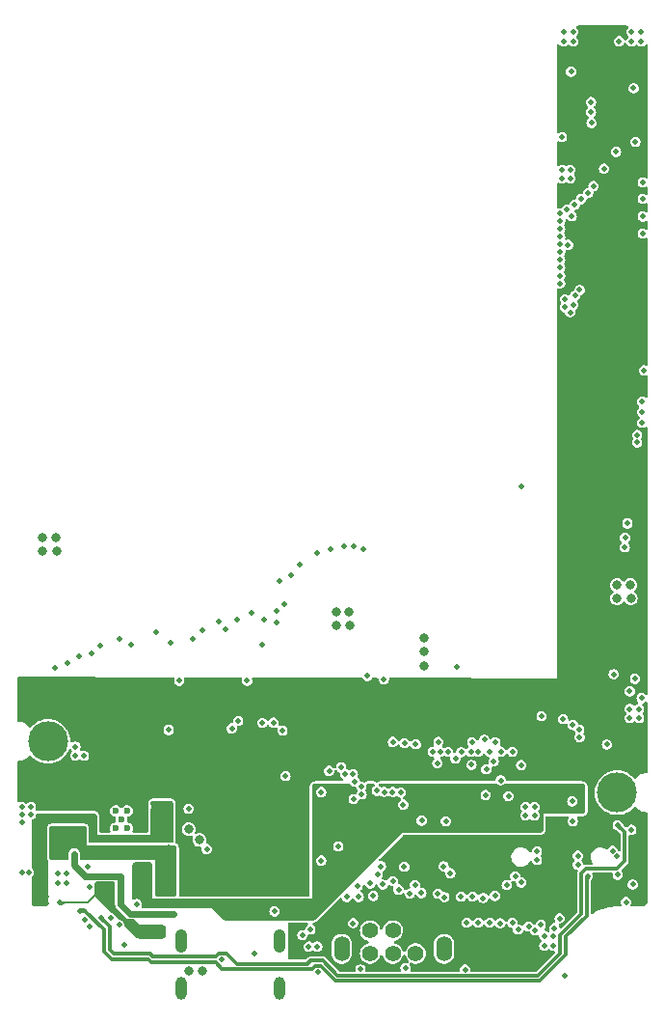
<source format=gbr>
%TF.GenerationSoftware,KiCad,Pcbnew,7.0.1*%
%TF.CreationDate,2024-09-27T15:08:14-07:00*%
%TF.ProjectId,agbc,61676263-2e6b-4696-9361-645f70636258,02*%
%TF.SameCoordinates,Original*%
%TF.FileFunction,Copper,L2,Inr*%
%TF.FilePolarity,Positive*%
%FSLAX46Y46*%
G04 Gerber Fmt 4.6, Leading zero omitted, Abs format (unit mm)*
G04 Created by KiCad (PCBNEW 7.0.1) date 2024-09-27 15:08:14*
%MOMM*%
%LPD*%
G01*
G04 APERTURE LIST*
%TA.AperFunction,ComponentPad*%
%ADD10O,1.050000X2.100000*%
%TD*%
%TA.AperFunction,ComponentPad*%
%ADD11O,1.000000X2.000000*%
%TD*%
%TA.AperFunction,ComponentPad*%
%ADD12C,3.500000*%
%TD*%
%TA.AperFunction,ComponentPad*%
%ADD13C,0.500000*%
%TD*%
%TA.AperFunction,ComponentPad*%
%ADD14C,0.600000*%
%TD*%
%TA.AperFunction,ComponentPad*%
%ADD15R,1.400000X1.400000*%
%TD*%
%TA.AperFunction,ComponentPad*%
%ADD16C,1.400000*%
%TD*%
%TA.AperFunction,ComponentPad*%
%ADD17O,1.400000X2.200000*%
%TD*%
%TA.AperFunction,ViaPad*%
%ADD18C,0.500000*%
%TD*%
%TA.AperFunction,ViaPad*%
%ADD19C,0.800000*%
%TD*%
%TA.AperFunction,Conductor*%
%ADD20C,0.200000*%
%TD*%
%TA.AperFunction,Conductor*%
%ADD21C,0.300000*%
%TD*%
%TA.AperFunction,Conductor*%
%ADD22C,0.600000*%
%TD*%
G04 APERTURE END LIST*
D10*
%TO.N,GNDPWR*%
%TO.C,J5*%
X122560000Y-128670000D03*
D11*
X122560000Y-132850000D03*
X131200000Y-132850000D03*
D10*
X131200000Y-128670000D03*
%TD*%
D12*
%TO.N,GNDPWR*%
%TO.C,REF\u002A\u002A*%
X160900000Y-115700000D03*
%TD*%
D13*
%TO.N,GNDPWR*%
%TO.C,U4*%
X111750000Y-122800000D03*
X111750000Y-123600000D03*
X112550000Y-122800000D03*
X112550000Y-123600000D03*
%TD*%
D12*
%TO.N,GNDPWR*%
%TO.C,REF\u002A\u002A*%
X110900000Y-111200000D03*
%TD*%
D14*
%TO.N,GNDPWR*%
%TO.C,U7*%
X116850000Y-117300000D03*
X116850000Y-118800000D03*
X117350000Y-118050000D03*
X117850000Y-117300000D03*
X117850000Y-118800000D03*
%TD*%
D15*
%TO.N,VDD5*%
%TO.C,J1*%
X143200000Y-127800000D03*
D16*
%TO.N,Net-(J1-SO)*%
X143200000Y-129800000D03*
%TO.N,Net-(J1-SI)*%
X141200000Y-127800000D03*
%TO.N,Net-(J1-SD)*%
X141200000Y-129800000D03*
%TO.N,Net-(J1-SC)*%
X139200000Y-127800000D03*
%TO.N,GNDPWR*%
X139200000Y-129800000D03*
D17*
X145700000Y-129400000D03*
X136700000Y-129400000D03*
%TD*%
D18*
%TO.N,VDD5*%
X110900000Y-108600000D03*
X112600000Y-115500000D03*
X112000000Y-116000000D03*
X162829500Y-79900000D03*
X153300000Y-122600000D03*
X112600000Y-116500000D03*
X158825000Y-113264500D03*
X157400000Y-54350000D03*
X144725000Y-127400000D03*
X156000000Y-52200000D03*
X119500000Y-116900000D03*
X162379500Y-57825000D03*
X156874414Y-125524414D03*
X150200000Y-128220498D03*
X152200000Y-130550000D03*
%TO.N,GNDPWR*%
X142300000Y-131075000D03*
X162150000Y-49800000D03*
D19*
X160900000Y-97500000D03*
D18*
X163100000Y-83250000D03*
D19*
X143900000Y-104600000D03*
D18*
X154500000Y-128250000D03*
X137750000Y-116250000D03*
X156850000Y-52450000D03*
X152850000Y-116950000D03*
D19*
X124500000Y-131350000D03*
X123250000Y-118900000D03*
D18*
X156050000Y-61050000D03*
X161675000Y-125300000D03*
X157050000Y-49800000D03*
X134600000Y-131450000D03*
D19*
X110450000Y-94500000D03*
D18*
X156800000Y-61050000D03*
X151350000Y-116000000D03*
X152475000Y-123575000D03*
X163000000Y-49800000D03*
X133800000Y-129200000D03*
X163100000Y-81400000D03*
X157050000Y-48950000D03*
D19*
X136200000Y-101000000D03*
D18*
X108600000Y-116950000D03*
X158650000Y-56950000D03*
X153850000Y-120850000D03*
X157450000Y-122000000D03*
X160600000Y-105300000D03*
X134900000Y-115650000D03*
D19*
X137350000Y-99850000D03*
D18*
X158600000Y-55100000D03*
X109400000Y-116950000D03*
D19*
X162050000Y-97500000D03*
D18*
X156200000Y-49800000D03*
X156800000Y-61800000D03*
X114050000Y-112450000D03*
D19*
X162100000Y-98650000D03*
D18*
X155300000Y-128250000D03*
X156950500Y-116450000D03*
X157450000Y-121232340D03*
X108600000Y-117600000D03*
X163000000Y-48950000D03*
X138450000Y-115850000D03*
D19*
X111600000Y-93350000D03*
D18*
X157000000Y-118200000D03*
X163250000Y-78650000D03*
X134550000Y-129200000D03*
D19*
X111650000Y-94500000D03*
D18*
X153850000Y-121600000D03*
X116396393Y-126679500D03*
X152850000Y-117700000D03*
X162000000Y-106800000D03*
X131764845Y-114236137D03*
X149350000Y-115900000D03*
X146800000Y-104700000D03*
D19*
X123300000Y-131350000D03*
X136200000Y-99850000D03*
D18*
X113300000Y-112450000D03*
X155300000Y-129100000D03*
X109400000Y-117600000D03*
X153650000Y-117700000D03*
X162825000Y-109150000D03*
X163150000Y-63600000D03*
X153650000Y-116950000D03*
X108600000Y-122700000D03*
D19*
X143900000Y-102100000D03*
D18*
X156050000Y-61800000D03*
D19*
X124200000Y-119850000D03*
X137400000Y-101000000D03*
X110450000Y-93350000D03*
D18*
X160500000Y-120800000D03*
X163100000Y-82300000D03*
X151950000Y-123025000D03*
X163150000Y-62150000D03*
X162000000Y-108350000D03*
X118700000Y-125450000D03*
X114150000Y-126850000D03*
X113300000Y-111650000D03*
X156200000Y-48950000D03*
X120400000Y-101600000D03*
X158600000Y-56000000D03*
X162150000Y-48950000D03*
X162000000Y-109150000D03*
X145100000Y-113100000D03*
X154500000Y-129100000D03*
X109200000Y-122700000D03*
D19*
X143900000Y-103350000D03*
X160900000Y-98650000D03*
D18*
X163150000Y-65150000D03*
X160900000Y-121300000D03*
X163150000Y-66650000D03*
X162825000Y-108350000D03*
X130800000Y-126100000D03*
%TO.N,VDD3*%
X118700000Y-122300000D03*
X142418447Y-116114242D03*
D19*
X137100000Y-115400000D03*
D18*
X119600000Y-122300000D03*
X156825000Y-115200000D03*
X160000000Y-111475000D03*
X127300000Y-125600000D03*
X153850000Y-115200000D03*
%TO.N,SW_VCC*%
X119850000Y-127650000D03*
X115350000Y-124350000D03*
X120200000Y-128150000D03*
X115900000Y-123850000D03*
X111900000Y-125350000D03*
X161600000Y-93350000D03*
X161075000Y-49775000D03*
%TO.N,/CRT_WR*%
X112650000Y-104288000D03*
%TO.N,/CRT_RD*%
X113600000Y-103700000D03*
X138200000Y-124850000D03*
%TO.N,/CRT_CS*%
X138095151Y-123854849D03*
X114704545Y-103472996D03*
%TO.N,/CRT_A0*%
X139200000Y-123650000D03*
X115500000Y-102800000D03*
%TO.N,/CRT_A1*%
X117176684Y-102173316D03*
X139474500Y-124750000D03*
%TO.N,/CRT_A2*%
X118200000Y-102750000D03*
X139851684Y-122898316D03*
%TO.N,/CRT_A3*%
X140313684Y-123750000D03*
X121650000Y-102550000D03*
%TO.N,/CRT_A4*%
X123650000Y-102200000D03*
X141200000Y-123450000D03*
%TO.N,/CRT_A5*%
X141700000Y-124200000D03*
X124500000Y-101450000D03*
%TO.N,/CRT_A6*%
X125910000Y-100700000D03*
X142200000Y-122200000D03*
%TO.N,/CRT_A7*%
X142674500Y-124550000D03*
X126500000Y-101350000D03*
%TO.N,/CRT_A8*%
X127550000Y-100500000D03*
X143136500Y-123800000D03*
%TO.N,/CRT_A9*%
X143700000Y-124500000D03*
X128750000Y-99950000D03*
%TO.N,/CRT_A10*%
X129850000Y-100550000D03*
X145150000Y-124550000D03*
%TO.N,/CRT_A11*%
X145720195Y-124861016D03*
X129700000Y-102700000D03*
%TO.N,/CRT_A12*%
X131000000Y-100750000D03*
X146243000Y-122750000D03*
%TO.N,/CRT_A13*%
X130950000Y-99750000D03*
X145850000Y-118200000D03*
%TO.N,/CRT_A14*%
X131650000Y-99150000D03*
X147178862Y-124821138D03*
%TO.N,/CRT_A15*%
X147700000Y-127100000D03*
X131250000Y-97100000D03*
%TO.N,/CRT_D0*%
X132250000Y-96600000D03*
X148200000Y-124800000D03*
%TO.N,/CRT_D1*%
X148700000Y-127100000D03*
X133050000Y-95700000D03*
%TO.N,/CRT_D2*%
X134550000Y-94650000D03*
X149124500Y-124945977D03*
%TO.N,/CRT_D3*%
X135750000Y-94300000D03*
X149700000Y-127100000D03*
%TO.N,/CRT_D4*%
X136900000Y-94100000D03*
X150162000Y-124750000D03*
%TO.N,/CRT_D5*%
X137750000Y-94050000D03*
X150624500Y-127150000D03*
%TO.N,/CRT_D6*%
X138600000Y-94300000D03*
X151200000Y-123800000D03*
%TO.N,/CRT_D7*%
X151700000Y-127100000D03*
X154259075Y-108986156D03*
%TO.N,RESET*%
X152200000Y-127700000D03*
X156150000Y-109250000D03*
%TO.N,/CRT_VIN*%
X153126992Y-127426992D03*
X157000000Y-109750000D03*
%TO.N,/CPU_WR*%
X137700000Y-127150000D03*
%TO.N,/MA2*%
X137850000Y-114708849D03*
X131500000Y-110250000D03*
%TO.N,/MA1*%
X130709705Y-109546196D03*
X137689477Y-114060523D03*
%TO.N,/MA0*%
X129730480Y-109569520D03*
X136653763Y-113496237D03*
%TO.N,/MD0*%
X127600000Y-109400000D03*
X137018956Y-114081044D03*
%TO.N,/MD1*%
X127050000Y-110050000D03*
X135607364Y-113792636D03*
%TO.N,CHG_LED*%
X161575000Y-94175000D03*
X114550000Y-123950000D03*
X162350000Y-53900000D03*
%TO.N,Net-(J2-PHI)*%
X137150000Y-124850000D03*
X111550000Y-104750000D03*
%TO.N,/SPS*%
X158825000Y-62475000D03*
X151700000Y-112100000D03*
%TO.N,/SPL*%
X150700000Y-112100000D03*
X158350000Y-63100000D03*
%TO.N,/LDR0*%
X157732486Y-63620500D03*
X150200000Y-111300000D03*
%TO.N,/LDR1*%
X149700000Y-112100000D03*
X157176374Y-64097443D03*
%TO.N,/LDR2*%
X156484501Y-64526010D03*
X149238000Y-111048606D03*
%TO.N,/LDR3*%
X156915968Y-65134032D03*
X148700000Y-112100000D03*
%TO.N,/LDR4*%
X148162000Y-111300000D03*
X155900000Y-64895964D03*
%TO.N,/LDR5*%
X155900000Y-65575467D03*
X148050498Y-112100500D03*
%TO.N,/LDG0*%
X147200000Y-112150000D03*
X155900000Y-66254970D03*
%TO.N,/LDG1*%
X155900000Y-66934473D03*
X146700000Y-112700000D03*
%TO.N,/LDG2*%
X146050000Y-112100000D03*
X156592921Y-67638000D03*
%TO.N,/LDG3*%
X145349502Y-112100500D03*
X155900000Y-67613976D03*
%TO.N,/LDG4*%
X155900000Y-68293479D03*
X145200000Y-111250000D03*
%TO.N,/LDG5*%
X144700000Y-112100000D03*
X155900000Y-68972982D03*
%TO.N,/LDB0*%
X143208000Y-111450000D03*
X155900000Y-69652485D03*
%TO.N,/LDB1*%
X155900000Y-70350000D03*
X141900000Y-115675000D03*
%TO.N,/LDB2*%
X155900000Y-71011491D03*
X142238000Y-111350000D03*
%TO.N,/LDB3*%
X157600000Y-71600000D03*
X141175127Y-115635287D03*
%TO.N,/LDB4*%
X157194259Y-72107176D03*
X141200000Y-111250000D03*
%TO.N,/LDB5*%
X157056200Y-72900000D03*
X140430177Y-115635287D03*
%TO.N,/PS*%
X156776200Y-73550000D03*
X140400000Y-105750000D03*
%TO.N,/LP*%
X156300000Y-73100000D03*
X139781142Y-115528412D03*
%TO.N,/DCK*%
X138950000Y-105450000D03*
X156300000Y-72400000D03*
%TO.N,/Screen controls/TOUCH*%
X159750000Y-60950000D03*
X160800000Y-59475000D03*
%TO.N,/SEL*%
X143725000Y-118150000D03*
X140150000Y-122150000D03*
X136400000Y-120400000D03*
X162475000Y-105700000D03*
X145650000Y-122150000D03*
X157570508Y-110176167D03*
X162652000Y-84974503D03*
X142105533Y-116744467D03*
%TO.N,/START*%
X124850000Y-120650000D03*
X134900000Y-121650000D03*
%TO.N,/B*%
X122428396Y-105867595D03*
X123250000Y-117100000D03*
X133950000Y-127700000D03*
X128390981Y-105881363D03*
X121500000Y-110200000D03*
%TO.N,/A*%
X133250000Y-128200000D03*
%TO.N,/LEFT*%
X150675000Y-114613908D03*
%TO.N,/UP*%
X150050000Y-112950000D03*
%TO.N,/DOWN*%
X162652000Y-84325000D03*
X149400000Y-113650000D03*
X163050000Y-107400000D03*
X152475500Y-113273316D03*
X157600000Y-110825000D03*
%TO.N,/RIGHT*%
X148100000Y-113250000D03*
%TO.N,/AGBC Audio/L_IN*%
X162275000Y-123750000D03*
X154190815Y-127295539D03*
%TO.N,/AGBC Audio/R_IN*%
X153691315Y-127748541D03*
X162150000Y-118950000D03*
%TO.N,/AGBC Audio/LSPK_N*%
X113700000Y-126050000D03*
X158297056Y-123036812D03*
%TO.N,VOLUME*%
X160950000Y-122900000D03*
%TO.N,SCK*%
X156300000Y-131725000D03*
%TO.N,R4*%
X138422842Y-115171040D03*
%TO.N,SIN*%
X155850000Y-126725000D03*
%TO.N,SOUT*%
X155380960Y-127575337D03*
%TO.N,Net-(F2-Pad2)*%
X129050000Y-129850000D03*
X126150000Y-130350000D03*
%TO.N,VCC*%
X121200000Y-123500000D03*
X111400000Y-119200000D03*
X120600000Y-122900000D03*
X156050000Y-58175000D03*
X121500000Y-120500000D03*
X113800000Y-119200000D03*
X152500000Y-88863000D03*
X121800000Y-122900000D03*
X113000000Y-119200000D03*
X112200000Y-119200000D03*
%TO.N,Net-(J1-SC)*%
X147538969Y-131214398D03*
%TO.N,Net-(J1-SI)*%
X138347133Y-131200500D03*
%TO.N,Net-(U4-BAT_1)*%
X120900000Y-117200000D03*
X121500000Y-116800000D03*
X110725000Y-125400000D03*
X120300000Y-116800000D03*
X110725000Y-124800000D03*
%TO.N,Net-(U4-IN)*%
X121900000Y-126300000D03*
X108600000Y-118300000D03*
X113200000Y-121079502D03*
%TO.N,Net-(U4-ILIM)*%
X114400000Y-122200000D03*
%TO.N,Net-(U5-IN)*%
X117637253Y-129015069D03*
X114550000Y-127400000D03*
%TO.N,Net-(U8-VO1)*%
X115571855Y-126674500D03*
X160950000Y-118550000D03*
%TO.N,Net-(U5-CLEAR)*%
X117152358Y-127308758D03*
%TO.N,Net-(Q2-D)*%
X162500000Y-58600000D03*
X161799500Y-92078601D03*
%TD*%
D20*
%TO.N,SW_VCC*%
X114350000Y-125350000D02*
X115350000Y-124350000D01*
X111900000Y-125350000D02*
X114350000Y-125350000D01*
D21*
%TO.N,/AGBC Audio/LSPK_N*%
X116500000Y-130300000D02*
X115850000Y-129650000D01*
X143629756Y-132200000D02*
X136170244Y-132200000D01*
X154097491Y-132213905D02*
X143643650Y-132213894D01*
X134359756Y-130870000D02*
X134079756Y-131150000D01*
X156400000Y-129911396D02*
X154097491Y-132213905D01*
X134840244Y-130870000D02*
X134359756Y-130870000D01*
X115850000Y-129650000D02*
X115850000Y-127729756D01*
X158226698Y-126475898D02*
X156400000Y-128302596D01*
X126172182Y-131150000D02*
X125622182Y-130600000D01*
X156400000Y-128302596D02*
X156400000Y-129911396D01*
X158226698Y-123107170D02*
X158226698Y-126475898D01*
X158297056Y-123036812D02*
X158226698Y-123107170D01*
X134079756Y-131150000D02*
X126172182Y-131150000D01*
X114170244Y-126050000D02*
X113700000Y-126050000D01*
X120000000Y-130600000D02*
X119700000Y-130300000D01*
X119700000Y-130300000D02*
X116500000Y-130300000D01*
X125622182Y-130600000D02*
X120000000Y-130600000D01*
X115850000Y-127729756D02*
X114170244Y-126050000D01*
X136170244Y-132200000D02*
X134840244Y-130870000D01*
X143643650Y-132213894D02*
X143629756Y-132200000D01*
D22*
%TO.N,Net-(U4-IN)*%
X117300000Y-125500000D02*
X117300000Y-123000000D01*
X118100000Y-126300000D02*
X117300000Y-125500000D01*
X117300000Y-123000000D02*
X114167624Y-123000000D01*
X113200000Y-122032376D02*
X113200000Y-121079502D01*
X121900000Y-126300000D02*
X118100000Y-126300000D01*
X114167624Y-123000000D02*
X113200000Y-122032376D01*
D21*
%TO.N,Net-(U8-VO1)*%
X161550000Y-121700000D02*
X160900000Y-122350000D01*
X158200000Y-122350000D02*
X157747056Y-122802944D01*
X127500000Y-130700000D02*
X126600000Y-129800000D01*
X155880000Y-128186200D02*
X155880000Y-129795000D01*
X136356640Y-131750000D02*
X135026640Y-130420000D01*
X160950000Y-118550000D02*
X161550000Y-119150000D01*
X116300000Y-127402645D02*
X115571855Y-126674500D01*
X157747056Y-122802944D02*
X157747056Y-126319144D01*
X155880000Y-129795000D02*
X153911095Y-131763905D01*
X116700000Y-129850000D02*
X116300000Y-129450000D01*
X125650000Y-130050000D02*
X120086396Y-130050000D01*
X143830046Y-131763894D02*
X143816152Y-131750000D01*
X133980000Y-130420000D02*
X133700000Y-130700000D01*
X135026640Y-130420000D02*
X133980000Y-130420000D01*
X143816152Y-131750000D02*
X136356640Y-131750000D01*
X161550000Y-119150000D02*
X161550000Y-121700000D01*
X153911095Y-131763905D02*
X143830046Y-131763894D01*
X125900000Y-129800000D02*
X125650000Y-130050000D01*
X160900000Y-122350000D02*
X158200000Y-122350000D01*
X126600000Y-129800000D02*
X125900000Y-129800000D01*
X157747056Y-126319144D02*
X155880000Y-128186200D01*
X119886396Y-129850000D02*
X116700000Y-129850000D01*
X120086396Y-130050000D02*
X119886396Y-129850000D01*
X133700000Y-130700000D02*
X127500000Y-130700000D01*
X116300000Y-129450000D02*
X116300000Y-127402645D01*
%TD*%
%TA.AperFunction,Conductor*%
%TO.N,VDD3*%
G36*
X137414420Y-114911206D02*
G01*
X137456621Y-114942798D01*
X137471114Y-114959524D01*
X137551951Y-115052816D01*
X137569989Y-115064408D01*
X137660931Y-115122854D01*
X137785227Y-115159349D01*
X137858581Y-115159349D01*
X137915401Y-115173133D01*
X137959588Y-115211422D01*
X137981319Y-115265702D01*
X137986144Y-115299266D01*
X138039959Y-115417102D01*
X138064123Y-115444989D01*
X138090913Y-115496954D01*
X138090915Y-115555418D01*
X138074314Y-115587625D01*
X138074524Y-115587721D01*
X138005896Y-115737992D01*
X138003012Y-115736675D01*
X137985878Y-115774193D01*
X137927101Y-115811966D01*
X137857233Y-115811967D01*
X137827462Y-115803226D01*
X137814772Y-115799500D01*
X137685228Y-115799500D01*
X137685227Y-115799500D01*
X137560931Y-115835994D01*
X137451950Y-115906033D01*
X137367118Y-116003935D01*
X137313302Y-116121773D01*
X137294867Y-116249999D01*
X137313302Y-116378226D01*
X137367118Y-116496064D01*
X137451950Y-116593966D01*
X137451951Y-116593967D01*
X137470726Y-116606033D01*
X137560931Y-116664005D01*
X137685227Y-116700500D01*
X137685228Y-116700500D01*
X137814772Y-116700500D01*
X137814773Y-116700500D01*
X137939068Y-116664005D01*
X137968179Y-116645296D01*
X138048049Y-116593967D01*
X138132882Y-116496063D01*
X138186697Y-116378226D01*
X138186696Y-116378226D01*
X138194104Y-116362008D01*
X138195124Y-116362473D01*
X138203510Y-116339982D01*
X138240785Y-116302700D01*
X138290181Y-116284273D01*
X138342767Y-116288033D01*
X138385227Y-116300500D01*
X138385228Y-116300500D01*
X138514772Y-116300500D01*
X138514773Y-116300500D01*
X138639068Y-116264005D01*
X138670249Y-116243966D01*
X138748049Y-116193967D01*
X138832882Y-116096063D01*
X138886697Y-115978226D01*
X138905133Y-115850000D01*
X138886697Y-115721774D01*
X138832882Y-115603937D01*
X138808717Y-115576049D01*
X138781927Y-115524079D01*
X138781929Y-115465609D01*
X138798527Y-115433415D01*
X138798318Y-115433320D01*
X138859539Y-115299266D01*
X138861971Y-115282349D01*
X138877975Y-115171040D01*
X138859539Y-115042814D01*
X138859538Y-115042813D01*
X138859371Y-115041647D01*
X138869315Y-114972488D01*
X138915070Y-114919685D01*
X138982109Y-114900000D01*
X139503393Y-114900000D01*
X139564368Y-114916027D01*
X139609580Y-114959967D01*
X139627342Y-115020459D01*
X139613063Y-115081867D01*
X139570433Y-115128315D01*
X139483091Y-115184445D01*
X139398260Y-115282347D01*
X139344444Y-115400185D01*
X139326009Y-115528412D01*
X139344444Y-115656638D01*
X139398260Y-115774476D01*
X139482568Y-115871773D01*
X139483093Y-115872379D01*
X139485740Y-115874080D01*
X139592073Y-115942417D01*
X139716369Y-115978912D01*
X139716370Y-115978912D01*
X139845914Y-115978912D01*
X139845915Y-115978912D01*
X139987318Y-115937393D01*
X139987623Y-115938432D01*
X140018566Y-115927721D01*
X140076444Y-115936041D01*
X140124074Y-115969959D01*
X140132129Y-115979256D01*
X140241106Y-116049291D01*
X140365404Y-116085787D01*
X140365405Y-116085787D01*
X140494949Y-116085787D01*
X140494950Y-116085787D01*
X140619244Y-116049292D01*
X140639933Y-116035996D01*
X140728226Y-115979254D01*
X140728228Y-115979251D01*
X140735612Y-115974506D01*
X140779184Y-115957062D01*
X140826120Y-115957062D01*
X140869692Y-115974506D01*
X140877075Y-115979251D01*
X140877078Y-115979254D01*
X140938873Y-116018967D01*
X140986059Y-116049292D01*
X141110354Y-116085787D01*
X141110355Y-116085787D01*
X141239899Y-116085787D01*
X141239900Y-116085787D01*
X141314087Y-116064004D01*
X141364196Y-116049291D01*
X141443398Y-115998390D01*
X141498648Y-115979268D01*
X141556521Y-115987588D01*
X141587960Y-116009975D01*
X141601950Y-116018965D01*
X141601951Y-116018967D01*
X141710931Y-116089004D01*
X141835228Y-116125500D01*
X141835231Y-116125500D01*
X141849372Y-116129652D01*
X141898283Y-116157273D01*
X141929990Y-116203640D01*
X141937984Y-116259240D01*
X141920627Y-116312662D01*
X141881480Y-116352945D01*
X141807482Y-116400501D01*
X141722651Y-116498402D01*
X141668835Y-116616240D01*
X141650400Y-116744466D01*
X141668835Y-116872693D01*
X141722651Y-116990531D01*
X141778256Y-117054703D01*
X141807484Y-117088434D01*
X141825481Y-117100000D01*
X141916464Y-117158472D01*
X142040760Y-117194967D01*
X142040761Y-117194967D01*
X142170305Y-117194967D01*
X142170306Y-117194967D01*
X142294601Y-117158472D01*
X142323291Y-117140033D01*
X142403582Y-117088434D01*
X142488415Y-116990530D01*
X142542230Y-116872693D01*
X142560666Y-116744467D01*
X142542230Y-116616241D01*
X142537568Y-116606033D01*
X142496993Y-116517188D01*
X142488415Y-116498404D01*
X142488414Y-116498403D01*
X142488414Y-116498402D01*
X142403582Y-116400500D01*
X142294601Y-116330461D01*
X142156159Y-116289813D01*
X142107248Y-116262193D01*
X142075542Y-116215825D01*
X142067548Y-116160225D01*
X142084906Y-116106803D01*
X142124054Y-116066521D01*
X142171554Y-116035994D01*
X142198049Y-116018967D01*
X142282882Y-115921063D01*
X142292502Y-115899999D01*
X148894867Y-115899999D01*
X148913302Y-116028226D01*
X148967118Y-116146064D01*
X149051950Y-116243966D01*
X149051951Y-116243967D01*
X149055214Y-116246064D01*
X149160931Y-116314005D01*
X149285227Y-116350500D01*
X149285228Y-116350500D01*
X149414772Y-116350500D01*
X149414773Y-116350500D01*
X149539068Y-116314005D01*
X149585331Y-116284273D01*
X149648049Y-116243967D01*
X149732882Y-116146063D01*
X149786697Y-116028226D01*
X149790755Y-115999999D01*
X150894867Y-115999999D01*
X150913302Y-116128226D01*
X150967118Y-116246064D01*
X151008626Y-116293967D01*
X151051951Y-116343967D01*
X151060561Y-116349500D01*
X151160931Y-116414005D01*
X151285227Y-116450500D01*
X151285228Y-116450500D01*
X151414772Y-116450500D01*
X151414773Y-116450500D01*
X151416479Y-116449999D01*
X156495367Y-116449999D01*
X156513802Y-116578226D01*
X156567618Y-116696064D01*
X156633221Y-116771774D01*
X156652451Y-116793967D01*
X156661061Y-116799500D01*
X156761431Y-116864005D01*
X156885727Y-116900500D01*
X156885728Y-116900500D01*
X157015272Y-116900500D01*
X157015273Y-116900500D01*
X157139568Y-116864005D01*
X157205280Y-116821774D01*
X157248549Y-116793967D01*
X157333382Y-116696063D01*
X157387197Y-116578226D01*
X157405633Y-116450000D01*
X157387197Y-116321774D01*
X157377481Y-116300500D01*
X157333381Y-116203935D01*
X157248549Y-116106033D01*
X157139568Y-116035994D01*
X157015273Y-115999500D01*
X157015272Y-115999500D01*
X156885728Y-115999500D01*
X156885727Y-115999500D01*
X156761431Y-116035994D01*
X156652450Y-116106033D01*
X156567618Y-116203935D01*
X156513802Y-116321773D01*
X156495367Y-116449999D01*
X151416479Y-116449999D01*
X151539068Y-116414005D01*
X151582650Y-116385996D01*
X151648049Y-116343967D01*
X151732882Y-116246063D01*
X151786697Y-116128226D01*
X151805133Y-116000000D01*
X151786697Y-115871774D01*
X151732882Y-115753937D01*
X151732881Y-115753936D01*
X151732881Y-115753935D01*
X151648049Y-115656033D01*
X151539068Y-115585994D01*
X151414773Y-115549500D01*
X151414772Y-115549500D01*
X151285228Y-115549500D01*
X151285227Y-115549500D01*
X151160931Y-115585994D01*
X151051950Y-115656033D01*
X150967118Y-115753935D01*
X150913302Y-115871773D01*
X150894867Y-115999999D01*
X149790755Y-115999999D01*
X149805133Y-115900000D01*
X149787625Y-115778226D01*
X149786697Y-115771773D01*
X149741460Y-115672721D01*
X149732882Y-115653937D01*
X149732881Y-115653936D01*
X149732881Y-115653935D01*
X149648049Y-115556033D01*
X149539068Y-115485994D01*
X149414773Y-115449500D01*
X149414772Y-115449500D01*
X149285228Y-115449500D01*
X149285227Y-115449500D01*
X149160931Y-115485994D01*
X149051950Y-115556033D01*
X148967118Y-115653935D01*
X148913302Y-115771773D01*
X148894867Y-115899999D01*
X142292502Y-115899999D01*
X142336697Y-115803226D01*
X142355133Y-115675000D01*
X142336697Y-115546774D01*
X142328311Y-115528412D01*
X142282881Y-115428935D01*
X142198049Y-115331033D01*
X142089068Y-115260994D01*
X141964773Y-115224500D01*
X141964772Y-115224500D01*
X141835228Y-115224500D01*
X141835227Y-115224500D01*
X141710931Y-115260994D01*
X141631730Y-115311895D01*
X141576477Y-115331019D01*
X141518604Y-115322698D01*
X141487176Y-115300317D01*
X141364195Y-115221281D01*
X141239900Y-115184787D01*
X141239899Y-115184787D01*
X141110355Y-115184787D01*
X141110354Y-115184787D01*
X140986056Y-115221282D01*
X140869691Y-115296066D01*
X140802652Y-115315751D01*
X140735613Y-115296066D01*
X140619247Y-115221282D01*
X140494950Y-115184787D01*
X140494949Y-115184787D01*
X140365405Y-115184787D01*
X140365404Y-115184787D01*
X140224002Y-115226305D01*
X140223696Y-115225265D01*
X140192743Y-115235978D01*
X140134871Y-115227656D01*
X140087247Y-115193742D01*
X140079191Y-115184445D01*
X139991851Y-115128315D01*
X139949221Y-115081867D01*
X139934942Y-115020459D01*
X139952704Y-114959967D01*
X139997916Y-114916027D01*
X140058891Y-114900000D01*
X150270174Y-114900000D01*
X150321686Y-114911206D01*
X150363884Y-114942795D01*
X150376951Y-114957875D01*
X150419587Y-114985276D01*
X150485931Y-115027913D01*
X150610227Y-115064408D01*
X150610228Y-115064408D01*
X150739772Y-115064408D01*
X150739773Y-115064408D01*
X150864068Y-115027913D01*
X150887775Y-115012677D01*
X150973049Y-114957875D01*
X150986115Y-114942795D01*
X151028314Y-114911206D01*
X151079826Y-114900000D01*
X157837789Y-114900000D01*
X157861980Y-114902383D01*
X157921480Y-114914218D01*
X157966175Y-114932730D01*
X158006272Y-114959522D01*
X158040477Y-114993727D01*
X158067267Y-115033822D01*
X158085781Y-115078518D01*
X158097617Y-115138019D01*
X158100000Y-115162211D01*
X158100000Y-117287789D01*
X158097617Y-117311982D01*
X158085781Y-117371482D01*
X158067266Y-117416179D01*
X158042038Y-117453938D01*
X158040481Y-117456268D01*
X158006269Y-117490479D01*
X157971975Y-117513394D01*
X157966179Y-117517267D01*
X157921482Y-117535781D01*
X157887857Y-117542469D01*
X157861978Y-117547617D01*
X157837789Y-117550000D01*
X154400000Y-117550000D01*
X154400000Y-117799998D01*
X154400000Y-118937789D01*
X154397617Y-118961982D01*
X154385781Y-119021482D01*
X154367267Y-119066179D01*
X154340481Y-119106268D01*
X154306269Y-119140479D01*
X154271975Y-119163394D01*
X154266179Y-119167267D01*
X154221482Y-119185781D01*
X154187857Y-119192469D01*
X154161978Y-119197617D01*
X154137789Y-119200000D01*
X142000000Y-119200000D01*
X141926776Y-119273223D01*
X141926777Y-119273223D01*
X141926774Y-119273225D01*
X134381858Y-126818141D01*
X134363067Y-126833562D01*
X134312625Y-126867266D01*
X134267928Y-126885781D01*
X134233777Y-126892574D01*
X134208425Y-126897617D01*
X134184236Y-126900000D01*
X126515764Y-126900000D01*
X126491574Y-126897617D01*
X126458814Y-126891101D01*
X126432071Y-126885781D01*
X126387374Y-126867266D01*
X126336932Y-126833562D01*
X126318141Y-126818141D01*
X125600000Y-126100000D01*
X130344867Y-126100000D01*
X130363302Y-126228226D01*
X130417118Y-126346064D01*
X130501950Y-126443966D01*
X130501951Y-126443967D01*
X130530640Y-126462404D01*
X130610931Y-126514005D01*
X130735227Y-126550500D01*
X130735228Y-126550500D01*
X130864772Y-126550500D01*
X130864773Y-126550500D01*
X130989068Y-126514005D01*
X131043634Y-126478937D01*
X131098049Y-126443967D01*
X131182882Y-126346063D01*
X131236697Y-126228226D01*
X131255133Y-126100000D01*
X131239014Y-125987891D01*
X131236697Y-125971773D01*
X131182881Y-125853935D01*
X131098049Y-125756033D01*
X130989068Y-125685994D01*
X130864773Y-125649500D01*
X130864772Y-125649500D01*
X130735228Y-125649500D01*
X130735227Y-125649500D01*
X130610931Y-125685994D01*
X130501950Y-125756033D01*
X130417118Y-125853935D01*
X130363302Y-125971773D01*
X130344867Y-126100000D01*
X125600000Y-126100000D01*
X125373225Y-125873225D01*
X125373223Y-125873223D01*
X125373222Y-125873222D01*
X125300000Y-125800000D01*
X125196448Y-125800000D01*
X121948145Y-125800000D01*
X121941154Y-125799500D01*
X121935799Y-125799500D01*
X119228592Y-125799500D01*
X119169165Y-125784332D01*
X119124276Y-125742539D01*
X119104908Y-125684345D01*
X119115798Y-125623988D01*
X119136697Y-125578226D01*
X119136696Y-125578226D01*
X119155133Y-125450000D01*
X119136697Y-125321774D01*
X119132012Y-125311516D01*
X119082881Y-125203935D01*
X118998049Y-125106033D01*
X118889068Y-125035994D01*
X118764773Y-124999500D01*
X118764772Y-124999500D01*
X118635228Y-124999500D01*
X118635227Y-124999500D01*
X118510933Y-125035994D01*
X118499309Y-125043464D01*
X118491039Y-125048779D01*
X118428427Y-125068385D01*
X118364574Y-125053297D01*
X118317358Y-125007738D01*
X118300000Y-124944464D01*
X118300000Y-122062211D01*
X118302381Y-122038028D01*
X118314219Y-121978514D01*
X118332729Y-121933826D01*
X118359524Y-121893724D01*
X118393724Y-121859524D01*
X118433826Y-121832729D01*
X118478514Y-121814219D01*
X118538028Y-121802381D01*
X118562211Y-121800000D01*
X119837789Y-121800000D01*
X119861980Y-121802383D01*
X119921480Y-121814218D01*
X119966175Y-121832730D01*
X120006272Y-121859522D01*
X120040477Y-121893727D01*
X120067267Y-121933822D01*
X120085781Y-121978518D01*
X120097617Y-122038019D01*
X120100000Y-122062211D01*
X120100000Y-125000000D01*
X120349998Y-125000000D01*
X133850002Y-125000000D01*
X134100000Y-125000000D01*
X134100000Y-121649999D01*
X134444867Y-121649999D01*
X134463302Y-121778226D01*
X134517118Y-121896064D01*
X134601950Y-121993966D01*
X134601951Y-121993967D01*
X134610561Y-121999500D01*
X134710931Y-122064005D01*
X134835227Y-122100500D01*
X134835228Y-122100500D01*
X134964772Y-122100500D01*
X134964773Y-122100500D01*
X135089068Y-122064005D01*
X135117758Y-122045566D01*
X135198049Y-121993967D01*
X135282882Y-121896063D01*
X135336697Y-121778226D01*
X135355133Y-121650000D01*
X135336697Y-121521774D01*
X135313862Y-121471774D01*
X135282881Y-121403935D01*
X135198049Y-121306033D01*
X135089068Y-121235994D01*
X134964773Y-121199500D01*
X134964772Y-121199500D01*
X134835228Y-121199500D01*
X134835227Y-121199500D01*
X134710931Y-121235994D01*
X134601950Y-121306033D01*
X134517118Y-121403935D01*
X134463302Y-121521773D01*
X134444867Y-121649999D01*
X134100000Y-121649999D01*
X134100000Y-120399999D01*
X135944867Y-120399999D01*
X135963302Y-120528226D01*
X136017118Y-120646064D01*
X136101950Y-120743966D01*
X136101951Y-120743967D01*
X136130640Y-120762404D01*
X136210931Y-120814005D01*
X136335227Y-120850500D01*
X136335228Y-120850500D01*
X136464772Y-120850500D01*
X136464773Y-120850500D01*
X136589068Y-120814005D01*
X136639117Y-120781840D01*
X136698049Y-120743967D01*
X136782882Y-120646063D01*
X136836697Y-120528226D01*
X136855133Y-120400000D01*
X136836697Y-120271774D01*
X136782882Y-120153937D01*
X136782881Y-120153936D01*
X136782881Y-120153935D01*
X136698049Y-120056033D01*
X136589068Y-119985994D01*
X136464773Y-119949500D01*
X136464772Y-119949500D01*
X136335228Y-119949500D01*
X136335227Y-119949500D01*
X136210931Y-119985994D01*
X136101950Y-120056033D01*
X136017118Y-120153935D01*
X135963302Y-120271773D01*
X135944867Y-120399999D01*
X134100000Y-120399999D01*
X134100000Y-118149999D01*
X143269867Y-118149999D01*
X143288302Y-118278226D01*
X143342118Y-118396064D01*
X143385443Y-118446064D01*
X143426951Y-118493967D01*
X143455640Y-118512404D01*
X143535931Y-118564005D01*
X143660227Y-118600500D01*
X143660228Y-118600500D01*
X143789772Y-118600500D01*
X143789773Y-118600500D01*
X143914068Y-118564005D01*
X143945249Y-118543966D01*
X144023049Y-118493967D01*
X144107882Y-118396063D01*
X144161697Y-118278226D01*
X144172944Y-118200000D01*
X145394867Y-118200000D01*
X145413302Y-118328226D01*
X145467118Y-118446064D01*
X145508626Y-118493967D01*
X145551951Y-118543967D01*
X145580640Y-118562404D01*
X145660931Y-118614005D01*
X145785227Y-118650500D01*
X145785228Y-118650500D01*
X145914772Y-118650500D01*
X145914773Y-118650500D01*
X146039068Y-118614005D01*
X146067758Y-118595566D01*
X146148049Y-118543967D01*
X146232882Y-118446063D01*
X146286697Y-118328226D01*
X146305133Y-118200000D01*
X146286697Y-118071774D01*
X146273997Y-118043966D01*
X146232881Y-117953935D01*
X146148049Y-117856033D01*
X146039068Y-117785994D01*
X145914773Y-117749500D01*
X145914772Y-117749500D01*
X145785228Y-117749500D01*
X145785227Y-117749500D01*
X145660931Y-117785994D01*
X145551950Y-117856033D01*
X145467118Y-117953935D01*
X145413302Y-118071773D01*
X145394867Y-118200000D01*
X144172944Y-118200000D01*
X144180133Y-118150000D01*
X144161697Y-118021774D01*
X144153062Y-118002867D01*
X144107881Y-117903935D01*
X144023049Y-117806033D01*
X143914068Y-117735994D01*
X143791473Y-117699999D01*
X152394867Y-117699999D01*
X152413302Y-117828226D01*
X152467118Y-117946064D01*
X152506628Y-117991661D01*
X152551951Y-118043967D01*
X152580640Y-118062404D01*
X152660931Y-118114005D01*
X152785227Y-118150500D01*
X152785228Y-118150500D01*
X152914772Y-118150500D01*
X152914773Y-118150500D01*
X153039068Y-118114005D01*
X153104782Y-118071773D01*
X153148049Y-118043967D01*
X153156287Y-118034459D01*
X153198487Y-118002867D01*
X153250000Y-117991661D01*
X153301513Y-118002867D01*
X153343712Y-118034459D01*
X153351950Y-118043966D01*
X153351951Y-118043967D01*
X153460931Y-118114005D01*
X153585227Y-118150500D01*
X153585228Y-118150500D01*
X153714772Y-118150500D01*
X153714773Y-118150500D01*
X153839068Y-118114005D01*
X153904780Y-118071774D01*
X153948049Y-118043967D01*
X154032882Y-117946063D01*
X154086697Y-117828226D01*
X154105133Y-117700000D01*
X154086697Y-117571774D01*
X154076981Y-117550500D01*
X154059789Y-117512855D01*
X154032882Y-117453937D01*
X153991518Y-117406200D01*
X153964728Y-117354234D01*
X153964728Y-117295766D01*
X153991518Y-117243799D01*
X154032882Y-117196063D01*
X154086697Y-117078226D01*
X154105133Y-116950000D01*
X154086697Y-116821774D01*
X154073997Y-116793966D01*
X154032881Y-116703935D01*
X153948049Y-116606033D01*
X153839068Y-116535994D01*
X153714773Y-116499500D01*
X153714772Y-116499500D01*
X153585228Y-116499500D01*
X153585227Y-116499500D01*
X153460931Y-116535994D01*
X153351950Y-116606033D01*
X153343713Y-116615540D01*
X153301512Y-116647132D01*
X153250000Y-116658338D01*
X153198488Y-116647132D01*
X153156287Y-116615540D01*
X153148049Y-116606033D01*
X153039068Y-116535994D01*
X152914773Y-116499500D01*
X152914772Y-116499500D01*
X152785228Y-116499500D01*
X152785227Y-116499500D01*
X152660931Y-116535994D01*
X152551950Y-116606033D01*
X152467118Y-116703935D01*
X152413302Y-116821773D01*
X152394867Y-116950000D01*
X152413302Y-117078226D01*
X152467117Y-117196062D01*
X152508480Y-117243798D01*
X152535271Y-117295766D01*
X152535271Y-117354234D01*
X152508480Y-117406202D01*
X152467117Y-117453937D01*
X152413302Y-117571773D01*
X152394867Y-117699999D01*
X143791473Y-117699999D01*
X143789773Y-117699500D01*
X143789772Y-117699500D01*
X143660228Y-117699500D01*
X143660227Y-117699500D01*
X143535931Y-117735994D01*
X143426950Y-117806033D01*
X143342118Y-117903935D01*
X143288302Y-118021773D01*
X143269867Y-118149999D01*
X134100000Y-118149999D01*
X134100000Y-115650000D01*
X134444867Y-115650000D01*
X134463302Y-115778226D01*
X134517118Y-115896064D01*
X134601950Y-115993966D01*
X134601951Y-115993967D01*
X134610561Y-115999500D01*
X134710931Y-116064005D01*
X134835227Y-116100500D01*
X134835228Y-116100500D01*
X134964772Y-116100500D01*
X134964773Y-116100500D01*
X135089068Y-116064005D01*
X135132650Y-116035996D01*
X135198049Y-115993967D01*
X135282882Y-115896063D01*
X135336697Y-115778226D01*
X135355133Y-115650000D01*
X135337651Y-115528412D01*
X135336697Y-115521773D01*
X135282881Y-115403935D01*
X135198049Y-115306033D01*
X135089068Y-115235994D01*
X134964773Y-115199500D01*
X134964772Y-115199500D01*
X134835228Y-115199500D01*
X134835227Y-115199500D01*
X134710931Y-115235994D01*
X134601950Y-115306033D01*
X134517118Y-115403935D01*
X134463302Y-115521773D01*
X134444867Y-115650000D01*
X134100000Y-115650000D01*
X134100000Y-115162211D01*
X134102381Y-115138028D01*
X134114219Y-115078514D01*
X134132729Y-115033826D01*
X134159524Y-114993724D01*
X134193724Y-114959524D01*
X134233826Y-114932729D01*
X134278514Y-114914219D01*
X134338028Y-114902381D01*
X134362211Y-114900000D01*
X137362908Y-114900000D01*
X137414420Y-114911206D01*
G37*
%TD.AperFunction*%
%TD*%
%TA.AperFunction,Conductor*%
%TO.N,VCC*%
G36*
X114061980Y-118602383D02*
G01*
X114121480Y-118614218D01*
X114166175Y-118632730D01*
X114206272Y-118659522D01*
X114240477Y-118693727D01*
X114267267Y-118733822D01*
X114285781Y-118778518D01*
X114297617Y-118838019D01*
X114300000Y-118862211D01*
X114300000Y-120300000D01*
X121937789Y-120300000D01*
X121961980Y-120302383D01*
X122021480Y-120314218D01*
X122066175Y-120332730D01*
X122106272Y-120359522D01*
X122140477Y-120393727D01*
X122167267Y-120433822D01*
X122185781Y-120478518D01*
X122197617Y-120538019D01*
X122200000Y-120562211D01*
X122200000Y-124537789D01*
X122197617Y-124561982D01*
X122185781Y-124621482D01*
X122167267Y-124666179D01*
X122140481Y-124706268D01*
X122106269Y-124740479D01*
X122071975Y-124763394D01*
X122066179Y-124767267D01*
X122021483Y-124785781D01*
X122012316Y-124787604D01*
X121989627Y-124792117D01*
X121965440Y-124794500D01*
X120534560Y-124794500D01*
X120510372Y-124792117D01*
X120478516Y-124785781D01*
X120433822Y-124767267D01*
X120393727Y-124740477D01*
X120359522Y-124706272D01*
X120332730Y-124666175D01*
X120314218Y-124621480D01*
X120307883Y-124589631D01*
X120305500Y-124565440D01*
X120305500Y-122062221D01*
X120304510Y-122042075D01*
X120304510Y-122042066D01*
X120302127Y-122017874D01*
X120301340Y-122012571D01*
X120300000Y-121994389D01*
X120300000Y-121849998D01*
X120300000Y-121600000D01*
X120050002Y-121600000D01*
X119905613Y-121600000D01*
X119887415Y-121598657D01*
X119882133Y-121597873D01*
X119861360Y-121595827D01*
X119857935Y-121595490D01*
X119837789Y-121594500D01*
X118562211Y-121594500D01*
X118542075Y-121595489D01*
X118528950Y-121596781D01*
X118517881Y-121597871D01*
X118512579Y-121598658D01*
X118494385Y-121600000D01*
X113824500Y-121600000D01*
X113762500Y-121583387D01*
X113717113Y-121538000D01*
X113700500Y-121476000D01*
X113700500Y-121043703D01*
X113685165Y-120937044D01*
X113625376Y-120806127D01*
X113531129Y-120697360D01*
X113531128Y-120697359D01*
X113410053Y-120619549D01*
X113271961Y-120579002D01*
X113128039Y-120579002D01*
X112989947Y-120619549D01*
X112868870Y-120697360D01*
X112774623Y-120806127D01*
X112714834Y-120937044D01*
X112699500Y-121043703D01*
X112699500Y-121476000D01*
X112682887Y-121538000D01*
X112637500Y-121583387D01*
X112575500Y-121600000D01*
X111262211Y-121600000D01*
X111238020Y-121597617D01*
X111222349Y-121594500D01*
X111178518Y-121585781D01*
X111133822Y-121567267D01*
X111093727Y-121540477D01*
X111059522Y-121506272D01*
X111032730Y-121466175D01*
X111014218Y-121421480D01*
X111002383Y-121361980D01*
X111000000Y-121337789D01*
X111000000Y-118862211D01*
X111002381Y-118838028D01*
X111014219Y-118778514D01*
X111032729Y-118733826D01*
X111059524Y-118693724D01*
X111093724Y-118659524D01*
X111133826Y-118632729D01*
X111178514Y-118614219D01*
X111238028Y-118602381D01*
X111262211Y-118600000D01*
X114037789Y-118600000D01*
X114061980Y-118602383D01*
G37*
%TD.AperFunction*%
%TD*%
%TA.AperFunction,Conductor*%
%TO.N,/AGBC Audio/LSPK_N*%
G36*
X158299244Y-123036727D02*
G01*
X158516569Y-123127687D01*
X158521498Y-123131578D01*
X158523705Y-123137458D01*
X158522554Y-123143633D01*
X158481795Y-123226696D01*
X158481200Y-123227763D01*
X158440150Y-123293141D01*
X158406895Y-123350685D01*
X158384745Y-123420409D01*
X158377545Y-123512034D01*
X158373823Y-123519708D01*
X158365881Y-123522817D01*
X158088103Y-123522817D01*
X158079936Y-123519495D01*
X158076407Y-123511416D01*
X158073615Y-123402159D01*
X158066264Y-123316686D01*
X158057512Y-123243138D01*
X158057473Y-123242758D01*
X158056183Y-123227763D01*
X158050165Y-123157790D01*
X158050129Y-123157143D01*
X158047559Y-123056542D01*
X158047556Y-123056245D01*
X158047556Y-123048463D01*
X158050966Y-123040206D01*
X158059208Y-123036763D01*
X158294683Y-123035821D01*
X158299244Y-123036727D01*
G37*
%TD.AperFunction*%
%TD*%
%TA.AperFunction,Conductor*%
%TO.N,Net-(U4-BAT_1)*%
G36*
X121661980Y-116402383D02*
G01*
X121721480Y-116414218D01*
X121766175Y-116432730D01*
X121806272Y-116459522D01*
X121840477Y-116493727D01*
X121867267Y-116533822D01*
X121885781Y-116578518D01*
X121897617Y-116638019D01*
X121900000Y-116662211D01*
X121900000Y-119937789D01*
X121897617Y-119961978D01*
X121892288Y-119988769D01*
X121891110Y-119994693D01*
X121867868Y-120045987D01*
X121824336Y-120081712D01*
X121769493Y-120094500D01*
X121735861Y-120094500D01*
X121700927Y-120089477D01*
X121564773Y-120049500D01*
X121564772Y-120049500D01*
X121435228Y-120049500D01*
X121435227Y-120049500D01*
X121299073Y-120089477D01*
X121264139Y-120094500D01*
X114629500Y-120094500D01*
X114567500Y-120077887D01*
X114522113Y-120032500D01*
X114505500Y-119970500D01*
X114505500Y-118862221D01*
X114504510Y-118842075D01*
X114504510Y-118842066D01*
X114502127Y-118817874D01*
X114499168Y-118797926D01*
X114487332Y-118738425D01*
X114487332Y-118738423D01*
X114475640Y-118699883D01*
X114475638Y-118699875D01*
X114457124Y-118655179D01*
X114438135Y-118619654D01*
X114438132Y-118619649D01*
X114438128Y-118619642D01*
X114411351Y-118579567D01*
X114411347Y-118579562D01*
X114411345Y-118579559D01*
X114400000Y-118565735D01*
X114400000Y-118500000D01*
X114334266Y-118500000D01*
X114320444Y-118488656D01*
X114280342Y-118461861D01*
X114244816Y-118442873D01*
X114244814Y-118442872D01*
X114244812Y-118442871D01*
X114200122Y-118424361D01*
X114200115Y-118424358D01*
X114161567Y-118412665D01*
X114102068Y-118400830D01*
X114082133Y-118397873D01*
X114061360Y-118395827D01*
X114057935Y-118395490D01*
X114037789Y-118394500D01*
X111262211Y-118394500D01*
X111242075Y-118395489D01*
X111237238Y-118395965D01*
X111217888Y-118397870D01*
X111197923Y-118400832D01*
X111138423Y-118412667D01*
X111099873Y-118424360D01*
X111055185Y-118442871D01*
X111019661Y-118461858D01*
X110979550Y-118488659D01*
X110965731Y-118500000D01*
X110900000Y-118500000D01*
X110900000Y-118565731D01*
X110888659Y-118579550D01*
X110861858Y-118619661D01*
X110842871Y-118655185D01*
X110824360Y-118699873D01*
X110812667Y-118738423D01*
X110800832Y-118797923D01*
X110797870Y-118817888D01*
X110797870Y-118817892D01*
X110795489Y-118842075D01*
X110794500Y-118862211D01*
X110794500Y-121337789D01*
X110795490Y-121357935D01*
X110795491Y-121357944D01*
X110797873Y-121382133D01*
X110800830Y-121402068D01*
X110812665Y-121461567D01*
X110824358Y-121500115D01*
X110842873Y-121544816D01*
X110861863Y-121580345D01*
X110879103Y-121606148D01*
X110894661Y-121639043D01*
X110900000Y-121675037D01*
X110900000Y-125437789D01*
X110897617Y-125461982D01*
X110885781Y-125521482D01*
X110867267Y-125566179D01*
X110840481Y-125606268D01*
X110806269Y-125640479D01*
X110771975Y-125663394D01*
X110766179Y-125667267D01*
X110721482Y-125685781D01*
X110691578Y-125691729D01*
X110664491Y-125697117D01*
X110640303Y-125699500D01*
X109759697Y-125699500D01*
X109735507Y-125697117D01*
X109717334Y-125693502D01*
X109678518Y-125685781D01*
X109633822Y-125667267D01*
X109593727Y-125640477D01*
X109559522Y-125606272D01*
X109532730Y-125566175D01*
X109514218Y-125521480D01*
X109502383Y-125461980D01*
X109500000Y-125437789D01*
X109500000Y-123087964D01*
X109507818Y-123044631D01*
X109530287Y-123006762D01*
X109582881Y-122946064D01*
X109582880Y-122946064D01*
X109582882Y-122946063D01*
X109636697Y-122828226D01*
X109655133Y-122700000D01*
X109636697Y-122571774D01*
X109631137Y-122559600D01*
X109582881Y-122453935D01*
X109530287Y-122393238D01*
X109507818Y-122355369D01*
X109500000Y-122312036D01*
X109500000Y-118132983D01*
X109511206Y-118081472D01*
X109542797Y-118039270D01*
X109589065Y-118014006D01*
X109589067Y-118014004D01*
X109589069Y-118014004D01*
X109698049Y-117943967D01*
X109782882Y-117846063D01*
X109836697Y-117728226D01*
X109854219Y-117606352D01*
X109875949Y-117552073D01*
X109920137Y-117513785D01*
X109976957Y-117500000D01*
X114937789Y-117500000D01*
X114961980Y-117502383D01*
X115021480Y-117514218D01*
X115066175Y-117532730D01*
X115106272Y-117559522D01*
X115140477Y-117593727D01*
X115167267Y-117633822D01*
X115185781Y-117678518D01*
X115197617Y-117738019D01*
X115200000Y-117762211D01*
X115200000Y-119400000D01*
X115449998Y-119400000D01*
X119650002Y-119400000D01*
X119900000Y-119400000D01*
X119900000Y-117135555D01*
X119911206Y-117084043D01*
X119936697Y-117028226D01*
X119937918Y-117019732D01*
X119955133Y-116900000D01*
X119936697Y-116771774D01*
X119935183Y-116768459D01*
X119911206Y-116715957D01*
X119900000Y-116664445D01*
X119900000Y-116662211D01*
X119902381Y-116638028D01*
X119914219Y-116578514D01*
X119932729Y-116533826D01*
X119959524Y-116493724D01*
X119993724Y-116459524D01*
X120033826Y-116432729D01*
X120078514Y-116414219D01*
X120138028Y-116402381D01*
X120162211Y-116400000D01*
X121637789Y-116400000D01*
X121661980Y-116402383D01*
G37*
%TD.AperFunction*%
%TD*%
%TA.AperFunction,Conductor*%
%TO.N,Net-(U8-VO1)*%
G36*
X161179157Y-118458727D02*
G01*
X161185475Y-118464989D01*
X161221052Y-118549170D01*
X161253552Y-118615421D01*
X161288872Y-118668568D01*
X161337433Y-118724104D01*
X161401481Y-118789214D01*
X161404840Y-118797467D01*
X161401413Y-118805692D01*
X161205692Y-119001413D01*
X161197467Y-119004840D01*
X161189214Y-119001481D01*
X161124104Y-118937433D01*
X161068568Y-118888872D01*
X161015421Y-118853552D01*
X160949170Y-118821052D01*
X160864989Y-118785475D01*
X160858727Y-118779157D01*
X160858718Y-118770262D01*
X160947436Y-118553821D01*
X160949988Y-118549988D01*
X160953821Y-118547436D01*
X161170262Y-118458718D01*
X161179157Y-118458727D01*
G37*
%TD.AperFunction*%
%TD*%
%TA.AperFunction,Conductor*%
%TO.N,SW_VCC*%
G36*
X112006682Y-125124119D02*
G01*
X112092448Y-125163756D01*
X112092977Y-125164019D01*
X112161607Y-125200262D01*
X112222416Y-125227319D01*
X112295195Y-125244186D01*
X112327880Y-125245999D01*
X112388948Y-125249387D01*
X112396799Y-125253028D01*
X112400000Y-125261069D01*
X112400000Y-125438931D01*
X112396799Y-125446972D01*
X112388948Y-125450613D01*
X112295196Y-125455812D01*
X112222416Y-125472680D01*
X112161606Y-125499737D01*
X112092990Y-125535972D01*
X112092435Y-125536247D01*
X112006687Y-125575878D01*
X112000577Y-125576895D01*
X111994804Y-125574651D01*
X111990985Y-125569774D01*
X111936221Y-125438931D01*
X111900889Y-125354514D01*
X111899983Y-125350000D01*
X111900889Y-125345485D01*
X111990986Y-125130221D01*
X111994804Y-125125347D01*
X112000577Y-125123103D01*
X112006682Y-125124119D01*
G37*
%TD.AperFunction*%
%TD*%
%TA.AperFunction,Conductor*%
%TO.N,Net-(U8-VO1)*%
G36*
X115801012Y-126583227D02*
G01*
X115807330Y-126589489D01*
X115842907Y-126673670D01*
X115875407Y-126739921D01*
X115910727Y-126793068D01*
X115959288Y-126848604D01*
X116023336Y-126913714D01*
X116026695Y-126921967D01*
X116023268Y-126930192D01*
X115827547Y-127125913D01*
X115819322Y-127129340D01*
X115811069Y-127125981D01*
X115745959Y-127061933D01*
X115690423Y-127013372D01*
X115637276Y-126978052D01*
X115571025Y-126945552D01*
X115486844Y-126909975D01*
X115480582Y-126903657D01*
X115480573Y-126894762D01*
X115569291Y-126678321D01*
X115571843Y-126674488D01*
X115575676Y-126671936D01*
X115792117Y-126583218D01*
X115801012Y-126583227D01*
G37*
%TD.AperFunction*%
%TD*%
%TA.AperFunction,Conductor*%
%TO.N,/AGBC Audio/LSPK_N*%
G36*
X113922791Y-125854863D02*
G01*
X114005983Y-125859435D01*
X114023321Y-125860389D01*
X114033533Y-125860647D01*
X114108920Y-125862553D01*
X114111950Y-125863034D01*
X114195346Y-125887844D01*
X114199118Y-125889766D01*
X114242081Y-125922660D01*
X114286745Y-125956856D01*
X114290624Y-125962137D01*
X114291056Y-125968674D01*
X114287905Y-125974419D01*
X114091818Y-126170506D01*
X114084854Y-126173860D01*
X114077318Y-126172138D01*
X114026984Y-126140494D01*
X114026981Y-126140493D01*
X113977241Y-126149728D01*
X113977238Y-126149729D01*
X113927649Y-126187664D01*
X113870686Y-126236458D01*
X113869025Y-126237646D01*
X113807256Y-126274127D01*
X113800879Y-126275745D01*
X113794637Y-126273666D01*
X113790503Y-126268547D01*
X113701168Y-126053800D01*
X113700271Y-126049293D01*
X113701178Y-126044789D01*
X113730632Y-125974419D01*
X113791672Y-125828581D01*
X113797378Y-125822564D01*
X113805636Y-125821839D01*
X113922791Y-125854863D01*
G37*
%TD.AperFunction*%
%TD*%
%TA.AperFunction,Conductor*%
%TO.N,SW_VCC*%
G36*
X116737500Y-123517113D02*
G01*
X116782887Y-123562500D01*
X116799500Y-123624500D01*
X116799500Y-125432856D01*
X116796666Y-125459214D01*
X116795640Y-125463926D01*
X116799184Y-125513461D01*
X116799500Y-125522308D01*
X116799500Y-125535803D01*
X116801419Y-125549153D01*
X116802365Y-125557947D01*
X116805909Y-125607483D01*
X116807594Y-125612001D01*
X116814147Y-125637676D01*
X116814712Y-125641603D01*
X116814835Y-125642458D01*
X116835457Y-125687612D01*
X116838845Y-125695790D01*
X116856204Y-125742331D01*
X116859095Y-125746194D01*
X116872620Y-125768987D01*
X116874622Y-125773372D01*
X116874623Y-125773373D01*
X116907147Y-125810907D01*
X116912689Y-125817786D01*
X116920779Y-125828593D01*
X116930321Y-125838135D01*
X116936354Y-125844615D01*
X116968870Y-125882142D01*
X116972927Y-125884749D01*
X116993571Y-125901385D01*
X117698613Y-126606427D01*
X117715246Y-126627067D01*
X117717854Y-126631125D01*
X117717856Y-126631127D01*
X117717857Y-126631128D01*
X117755401Y-126663659D01*
X117761865Y-126669679D01*
X117771406Y-126679221D01*
X117782207Y-126687306D01*
X117789100Y-126692860D01*
X117826627Y-126725377D01*
X117831009Y-126727378D01*
X117853806Y-126740904D01*
X117857669Y-126743796D01*
X117857670Y-126743796D01*
X117857671Y-126743797D01*
X117904192Y-126761148D01*
X117912372Y-126764536D01*
X117915679Y-126766046D01*
X117957543Y-126785165D01*
X117962316Y-126785851D01*
X117987998Y-126792405D01*
X117992517Y-126794091D01*
X118042052Y-126797633D01*
X118050837Y-126798578D01*
X118064201Y-126800500D01*
X118077692Y-126800500D01*
X118086538Y-126800815D01*
X118136073Y-126804359D01*
X118140786Y-126803334D01*
X118167144Y-126800500D01*
X118449138Y-126800500D01*
X118496591Y-126809939D01*
X118536818Y-126836818D01*
X119000000Y-127300000D01*
X120987789Y-127300000D01*
X121011980Y-127302383D01*
X121071480Y-127314218D01*
X121116175Y-127332730D01*
X121156272Y-127359522D01*
X121190477Y-127393727D01*
X121217267Y-127433822D01*
X121235781Y-127478518D01*
X121247617Y-127538019D01*
X121250000Y-127562211D01*
X121250000Y-128237789D01*
X121247617Y-128261982D01*
X121235781Y-128321482D01*
X121217267Y-128366179D01*
X121190481Y-128406268D01*
X121156269Y-128440479D01*
X121121975Y-128463394D01*
X121116179Y-128467267D01*
X121071482Y-128485781D01*
X121037857Y-128492469D01*
X121011978Y-128497617D01*
X120987789Y-128500000D01*
X118915764Y-128500000D01*
X118891574Y-128497617D01*
X118858814Y-128491101D01*
X118832071Y-128485781D01*
X118787374Y-128467266D01*
X118736932Y-128433562D01*
X118718141Y-128418141D01*
X117636461Y-127336461D01*
X117613258Y-127304284D01*
X117601405Y-127266429D01*
X117589055Y-127180532D01*
X117576909Y-127153937D01*
X117535239Y-127062693D01*
X117450407Y-126964791D01*
X117341426Y-126894752D01*
X117217131Y-126858258D01*
X117217130Y-126858258D01*
X117209620Y-126858258D01*
X117162167Y-126848819D01*
X117121939Y-126821939D01*
X116833624Y-126533624D01*
X116808511Y-126497454D01*
X116779275Y-126433436D01*
X116694443Y-126335533D01*
X116572717Y-126257305D01*
X116534816Y-126234816D01*
X115081858Y-124781858D01*
X115066437Y-124763067D01*
X115032733Y-124712625D01*
X115014218Y-124667926D01*
X115002383Y-124608427D01*
X115000000Y-124584236D01*
X115000000Y-123994570D01*
X115001262Y-123976923D01*
X115005133Y-123950000D01*
X115001261Y-123923075D01*
X115000000Y-123905430D01*
X115000000Y-123712211D01*
X115002381Y-123688028D01*
X115014219Y-123628514D01*
X115032732Y-123583821D01*
X115051584Y-123555607D01*
X115096233Y-123515141D01*
X115154685Y-123500500D01*
X116675500Y-123500500D01*
X116737500Y-123517113D01*
G37*
%TD.AperFunction*%
%TD*%
%TA.AperFunction,Conductor*%
%TO.N,VDD5*%
G36*
X161825564Y-48420185D02*
G01*
X161871319Y-48472988D01*
X161881263Y-48542147D01*
X161852238Y-48605702D01*
X161767118Y-48703935D01*
X161713302Y-48821773D01*
X161694867Y-48949999D01*
X161713302Y-49078226D01*
X161767118Y-49196064D01*
X161851804Y-49293798D01*
X161878596Y-49345766D01*
X161878596Y-49404234D01*
X161851804Y-49456202D01*
X161767119Y-49553934D01*
X161731002Y-49633017D01*
X161685246Y-49685820D01*
X161618207Y-49705504D01*
X161551168Y-49685819D01*
X161505414Y-49633016D01*
X161468722Y-49552672D01*
X161457882Y-49528937D01*
X161457881Y-49528936D01*
X161457881Y-49528935D01*
X161373049Y-49431033D01*
X161264068Y-49360994D01*
X161139773Y-49324500D01*
X161139772Y-49324500D01*
X161010228Y-49324500D01*
X161010227Y-49324500D01*
X160885931Y-49360994D01*
X160776950Y-49431033D01*
X160692118Y-49528935D01*
X160638302Y-49646773D01*
X160619867Y-49774999D01*
X160638302Y-49903226D01*
X160692118Y-50021064D01*
X160776950Y-50118966D01*
X160776951Y-50118967D01*
X160793408Y-50129543D01*
X160885931Y-50189005D01*
X161010227Y-50225500D01*
X161010228Y-50225500D01*
X161139772Y-50225500D01*
X161139773Y-50225500D01*
X161264068Y-50189005D01*
X161292758Y-50170566D01*
X161373049Y-50118967D01*
X161457882Y-50021063D01*
X161493997Y-49941982D01*
X161539752Y-49889180D01*
X161606791Y-49869495D01*
X161673830Y-49889179D01*
X161719585Y-49941983D01*
X161767118Y-50046064D01*
X161851950Y-50143966D01*
X161851951Y-50143967D01*
X161880640Y-50162404D01*
X161960931Y-50214005D01*
X162085227Y-50250500D01*
X162085228Y-50250500D01*
X162214772Y-50250500D01*
X162214773Y-50250500D01*
X162339068Y-50214005D01*
X162377970Y-50189004D01*
X162448049Y-50143967D01*
X162481286Y-50105608D01*
X162523488Y-50074016D01*
X162575000Y-50062810D01*
X162626512Y-50074016D01*
X162668713Y-50105608D01*
X162701951Y-50143967D01*
X162730640Y-50162404D01*
X162810931Y-50214005D01*
X162935227Y-50250500D01*
X162935228Y-50250500D01*
X163064772Y-50250500D01*
X163064773Y-50250500D01*
X163189068Y-50214005D01*
X163227970Y-50189004D01*
X163298049Y-50143967D01*
X163380950Y-50048292D01*
X163429682Y-50013942D01*
X163488815Y-50006306D01*
X163544676Y-50027153D01*
X163584349Y-50071662D01*
X163598662Y-50129543D01*
X163594328Y-61672999D01*
X163576952Y-61736256D01*
X163529734Y-61781796D01*
X163465890Y-61796873D01*
X163403288Y-61777267D01*
X163339068Y-61735994D01*
X163214773Y-61699500D01*
X163214772Y-61699500D01*
X163085228Y-61699500D01*
X163085227Y-61699500D01*
X162960931Y-61735994D01*
X162851950Y-61806033D01*
X162767118Y-61903935D01*
X162713302Y-62021773D01*
X162694867Y-62150000D01*
X162713302Y-62278226D01*
X162767118Y-62396064D01*
X162835515Y-62474999D01*
X162851951Y-62493967D01*
X162866561Y-62503356D01*
X162960931Y-62564005D01*
X163085227Y-62600500D01*
X163085228Y-62600500D01*
X163214772Y-62600500D01*
X163214773Y-62600500D01*
X163317156Y-62570438D01*
X163339069Y-62564004D01*
X163402931Y-62522962D01*
X163465554Y-62503356D01*
X163529416Y-62518455D01*
X163576629Y-62564033D01*
X163593970Y-62627323D01*
X163593785Y-63122648D01*
X163576409Y-63185905D01*
X163529192Y-63231445D01*
X163465348Y-63246523D01*
X163402746Y-63226918D01*
X163339067Y-63185994D01*
X163214773Y-63149500D01*
X163214772Y-63149500D01*
X163085228Y-63149500D01*
X163085227Y-63149500D01*
X162960931Y-63185994D01*
X162851950Y-63256033D01*
X162767118Y-63353935D01*
X162713302Y-63471773D01*
X162694867Y-63600000D01*
X162713302Y-63728226D01*
X162767118Y-63846064D01*
X162851950Y-63943966D01*
X162851951Y-63943967D01*
X162867105Y-63953706D01*
X162960931Y-64014005D01*
X163085227Y-64050500D01*
X163085228Y-64050500D01*
X163214772Y-64050500D01*
X163214773Y-64050500D01*
X163339068Y-64014005D01*
X163355346Y-64003542D01*
X163402387Y-63973312D01*
X163465009Y-63953706D01*
X163528871Y-63968805D01*
X163576084Y-64014383D01*
X163593425Y-64077674D01*
X163593202Y-64672275D01*
X163575826Y-64735532D01*
X163528608Y-64781071D01*
X163464764Y-64796149D01*
X163402162Y-64776543D01*
X163339068Y-64735994D01*
X163214773Y-64699500D01*
X163214772Y-64699500D01*
X163085228Y-64699500D01*
X163085227Y-64699500D01*
X162960931Y-64735994D01*
X162851950Y-64806033D01*
X162767118Y-64903935D01*
X162713302Y-65021773D01*
X162694867Y-65149999D01*
X162713302Y-65278226D01*
X162767118Y-65396064D01*
X162811463Y-65447241D01*
X162851951Y-65493967D01*
X162867687Y-65504080D01*
X162960931Y-65564005D01*
X163085227Y-65600500D01*
X163085228Y-65600500D01*
X163214772Y-65600500D01*
X163214773Y-65600500D01*
X163336504Y-65564757D01*
X163339069Y-65564004D01*
X163401807Y-65523684D01*
X163464429Y-65504080D01*
X163528291Y-65519180D01*
X163575503Y-65564757D01*
X163592844Y-65628048D01*
X163592640Y-66171914D01*
X163575264Y-66235171D01*
X163528046Y-66280710D01*
X163464202Y-66295788D01*
X163401600Y-66276182D01*
X163339068Y-66235994D01*
X163214773Y-66199500D01*
X163214772Y-66199500D01*
X163085228Y-66199500D01*
X163085227Y-66199500D01*
X162960931Y-66235994D01*
X162851950Y-66306033D01*
X162767118Y-66403935D01*
X162713302Y-66521773D01*
X162694867Y-66650000D01*
X162713302Y-66778226D01*
X162767118Y-66896064D01*
X162851950Y-66993966D01*
X162851951Y-66993967D01*
X162880640Y-67012404D01*
X162960931Y-67064005D01*
X163085227Y-67100500D01*
X163085228Y-67100500D01*
X163214772Y-67100500D01*
X163214773Y-67100500D01*
X163339066Y-67064005D01*
X163339066Y-67064004D01*
X163339069Y-67064004D01*
X163401243Y-67024046D01*
X163463866Y-67004442D01*
X163527728Y-67019542D01*
X163574940Y-67065119D01*
X163592281Y-67128410D01*
X163588157Y-78114174D01*
X163575025Y-78169662D01*
X163538449Y-78213408D01*
X163486163Y-78236159D01*
X163429224Y-78233105D01*
X163362139Y-78213408D01*
X163314772Y-78199500D01*
X163185228Y-78199500D01*
X163185227Y-78199500D01*
X163060931Y-78235994D01*
X162951950Y-78306033D01*
X162867118Y-78403935D01*
X162813302Y-78521773D01*
X162794867Y-78649999D01*
X162813302Y-78778226D01*
X162867118Y-78896064D01*
X162951950Y-78993966D01*
X162951951Y-78993967D01*
X162980640Y-79012404D01*
X163060931Y-79064005D01*
X163185227Y-79100500D01*
X163185228Y-79100500D01*
X163314772Y-79100500D01*
X163314773Y-79100500D01*
X163428821Y-79067013D01*
X163485783Y-79063962D01*
X163538084Y-79086737D01*
X163574655Y-79130517D01*
X163587755Y-79186037D01*
X163587093Y-80950482D01*
X163569717Y-81013739D01*
X163522499Y-81059278D01*
X163458655Y-81074356D01*
X163396053Y-81054750D01*
X163289068Y-80985994D01*
X163164773Y-80949500D01*
X163164772Y-80949500D01*
X163035228Y-80949500D01*
X163035227Y-80949500D01*
X162910931Y-80985994D01*
X162801950Y-81056033D01*
X162717118Y-81153935D01*
X162663302Y-81271773D01*
X162644867Y-81400000D01*
X162663302Y-81528226D01*
X162717118Y-81646064D01*
X162801950Y-81743966D01*
X162801951Y-81743967D01*
X162804626Y-81745686D01*
X162846417Y-81790574D01*
X162861584Y-81850000D01*
X162846417Y-81909426D01*
X162804626Y-81954314D01*
X162801950Y-81956033D01*
X162717118Y-82053935D01*
X162663302Y-82171773D01*
X162644867Y-82300000D01*
X162663302Y-82428226D01*
X162717118Y-82546064D01*
X162801950Y-82643966D01*
X162801951Y-82643967D01*
X162835439Y-82665488D01*
X162843525Y-82670685D01*
X162885317Y-82715573D01*
X162900485Y-82775000D01*
X162885317Y-82834427D01*
X162843525Y-82879315D01*
X162801950Y-82906033D01*
X162717118Y-83003935D01*
X162663302Y-83121773D01*
X162644867Y-83249999D01*
X162663302Y-83378226D01*
X162717118Y-83496064D01*
X162786648Y-83576306D01*
X162801951Y-83593967D01*
X162830640Y-83612404D01*
X162910931Y-83664005D01*
X163035227Y-83700500D01*
X163035228Y-83700500D01*
X163164772Y-83700500D01*
X163164773Y-83700500D01*
X163289068Y-83664005D01*
X163317547Y-83645701D01*
X163395023Y-83595911D01*
X163457646Y-83576306D01*
X163521508Y-83591406D01*
X163568720Y-83636983D01*
X163586061Y-83700274D01*
X163577320Y-106988216D01*
X163562972Y-107046069D01*
X163523288Y-107090543D01*
X163467437Y-107111363D01*
X163408324Y-107103717D01*
X163359608Y-107069372D01*
X163348050Y-107056034D01*
X163348049Y-107056033D01*
X163325338Y-107041437D01*
X163239068Y-106985994D01*
X163114773Y-106949500D01*
X163114772Y-106949500D01*
X162985228Y-106949500D01*
X162985227Y-106949500D01*
X162860931Y-106985994D01*
X162751950Y-107056033D01*
X162667118Y-107153935D01*
X162613302Y-107271773D01*
X162594867Y-107400000D01*
X162613302Y-107528226D01*
X162667118Y-107646064D01*
X162734711Y-107724071D01*
X162762164Y-107778916D01*
X162759975Y-107840209D01*
X162728679Y-107892955D01*
X162675932Y-107924250D01*
X162635931Y-107935994D01*
X162526949Y-108006034D01*
X162506212Y-108029966D01*
X162447435Y-108067740D01*
X162377565Y-108067740D01*
X162318788Y-108029966D01*
X162298050Y-108006034D01*
X162298049Y-108006033D01*
X162243666Y-107971083D01*
X162189068Y-107935994D01*
X162064773Y-107899500D01*
X162064772Y-107899500D01*
X161935228Y-107899500D01*
X161935227Y-107899500D01*
X161810931Y-107935994D01*
X161701950Y-108006033D01*
X161617118Y-108103935D01*
X161563302Y-108221773D01*
X161544867Y-108349999D01*
X161563302Y-108478226D01*
X161617117Y-108596062D01*
X161680142Y-108668798D01*
X161706933Y-108720766D01*
X161706933Y-108779234D01*
X161680142Y-108831202D01*
X161617117Y-108903937D01*
X161563302Y-109021773D01*
X161544867Y-109149999D01*
X161563302Y-109278226D01*
X161617118Y-109396064D01*
X161701950Y-109493966D01*
X161701951Y-109493967D01*
X161705214Y-109496064D01*
X161810931Y-109564005D01*
X161935227Y-109600500D01*
X161935228Y-109600500D01*
X162064772Y-109600500D01*
X162064773Y-109600500D01*
X162189068Y-109564005D01*
X162233198Y-109535644D01*
X162298049Y-109493967D01*
X162318786Y-109470034D01*
X162360988Y-109438442D01*
X162412500Y-109427236D01*
X162464012Y-109438442D01*
X162506213Y-109470034D01*
X162526950Y-109493966D01*
X162526951Y-109493967D01*
X162530214Y-109496064D01*
X162635931Y-109564005D01*
X162760227Y-109600500D01*
X162760228Y-109600500D01*
X162889772Y-109600500D01*
X162889773Y-109600500D01*
X163014068Y-109564005D01*
X163058198Y-109535644D01*
X163123049Y-109493967D01*
X163207882Y-109396063D01*
X163261697Y-109278226D01*
X163280133Y-109150000D01*
X163261697Y-109021774D01*
X163207882Y-108903937D01*
X163207881Y-108903936D01*
X163207881Y-108903935D01*
X163144858Y-108831202D01*
X163118066Y-108779234D01*
X163118066Y-108720766D01*
X163144858Y-108668798D01*
X163207881Y-108596064D01*
X163207880Y-108596064D01*
X163207882Y-108596063D01*
X163261697Y-108478226D01*
X163280133Y-108350000D01*
X163261697Y-108221774D01*
X163207882Y-108103937D01*
X163207881Y-108103936D01*
X163207881Y-108103935D01*
X163140288Y-108025928D01*
X163112835Y-107971083D01*
X163115024Y-107909789D01*
X163146322Y-107857043D01*
X163199066Y-107825749D01*
X163239069Y-107814004D01*
X163348049Y-107743967D01*
X163359297Y-107730985D01*
X163408028Y-107696633D01*
X163467161Y-107688997D01*
X163523023Y-107709843D01*
X163562697Y-107754353D01*
X163577010Y-107812234D01*
X163574735Y-113875545D01*
X163558107Y-113937525D01*
X163512722Y-113982893D01*
X163450735Y-113999498D01*
X163355403Y-113999498D01*
X163355375Y-113999500D01*
X163312467Y-113999500D01*
X163140065Y-114029898D01*
X162975553Y-114089776D01*
X162823945Y-114177306D01*
X162689838Y-114289836D01*
X162574211Y-114427634D01*
X162530060Y-114461028D01*
X162475777Y-114471880D01*
X162422180Y-114458029D01*
X162379955Y-114422238D01*
X162377855Y-114419432D01*
X162180568Y-114222145D01*
X162027969Y-114107911D01*
X161957211Y-114054942D01*
X161735910Y-113934103D01*
X161712337Y-113921231D01*
X161450923Y-113823729D01*
X161450918Y-113823727D01*
X161178294Y-113764422D01*
X160900000Y-113744517D01*
X160621705Y-113764422D01*
X160349081Y-113823727D01*
X160218370Y-113872479D01*
X160087663Y-113921231D01*
X160087660Y-113921232D01*
X160087659Y-113921233D01*
X159842788Y-114054942D01*
X159619429Y-114222147D01*
X159422147Y-114419429D01*
X159254942Y-114642788D01*
X159142661Y-114848417D01*
X159121231Y-114887663D01*
X159090480Y-114970110D01*
X159023727Y-115149081D01*
X158964422Y-115421705D01*
X158944517Y-115700000D01*
X158964422Y-115978294D01*
X159023727Y-116250918D01*
X159027809Y-116261861D01*
X159121231Y-116512337D01*
X159121233Y-116512340D01*
X159254942Y-116757211D01*
X159322839Y-116847910D01*
X159422145Y-116980568D01*
X159619432Y-117177855D01*
X159768022Y-117289088D01*
X159842788Y-117345057D01*
X159922632Y-117388655D01*
X160087663Y-117478769D01*
X160349077Y-117576271D01*
X160349080Y-117576271D01*
X160349081Y-117576272D01*
X160387883Y-117584712D01*
X160621706Y-117635578D01*
X160900000Y-117655482D01*
X161178294Y-117635578D01*
X161450923Y-117576271D01*
X161712337Y-117478769D01*
X161957213Y-117345056D01*
X162180568Y-117177855D01*
X162377855Y-116980568D01*
X162379955Y-116977761D01*
X162422181Y-116941968D01*
X162475779Y-116928117D01*
X162530063Y-116938970D01*
X162574214Y-116972364D01*
X162577306Y-116976049D01*
X162577308Y-116976052D01*
X162674492Y-117091872D01*
X162689837Y-117110160D01*
X162823944Y-117222690D01*
X162975554Y-117310223D01*
X163016155Y-117325000D01*
X163140062Y-117370098D01*
X163260979Y-117391419D01*
X163312467Y-117400498D01*
X163312468Y-117400498D01*
X163364201Y-117400498D01*
X163400000Y-117400498D01*
X163449748Y-117400498D01*
X163511791Y-117417136D01*
X163557185Y-117462584D01*
X163573747Y-117524645D01*
X163570042Y-120603935D01*
X163564628Y-125102392D01*
X163564568Y-125102844D01*
X163564533Y-125177676D01*
X163563747Y-125191554D01*
X163553531Y-125281870D01*
X163547344Y-125308930D01*
X163519607Y-125388106D01*
X163507553Y-125413113D01*
X163462900Y-125484129D01*
X163445590Y-125505825D01*
X163386260Y-125565130D01*
X163364554Y-125582433D01*
X163293515Y-125627056D01*
X163268502Y-125639098D01*
X163189316Y-125666798D01*
X163162257Y-125672973D01*
X163093990Y-125680665D01*
X163072024Y-125683140D01*
X163058144Y-125683920D01*
X162187873Y-125683920D01*
X162128446Y-125668752D01*
X162083557Y-125626959D01*
X162064189Y-125568766D01*
X162075079Y-125508408D01*
X162111697Y-125428226D01*
X162117465Y-125388106D01*
X162130133Y-125300000D01*
X162114014Y-125187891D01*
X162111697Y-125171773D01*
X162057881Y-125053935D01*
X161973049Y-124956033D01*
X161864068Y-124885994D01*
X161739773Y-124849500D01*
X161739772Y-124849500D01*
X161610228Y-124849500D01*
X161610227Y-124849500D01*
X161485931Y-124885994D01*
X161376950Y-124956033D01*
X161292118Y-125053935D01*
X161238302Y-125171773D01*
X161219867Y-125300000D01*
X161238302Y-125428226D01*
X161274921Y-125508408D01*
X161285811Y-125568766D01*
X161266443Y-125626959D01*
X161221554Y-125668752D01*
X161162127Y-125683920D01*
X160855556Y-125683920D01*
X160855460Y-125683926D01*
X160714075Y-125683926D01*
X160345748Y-125718053D01*
X160108413Y-125762418D01*
X159982134Y-125786023D01*
X159927378Y-125801602D01*
X159626342Y-125887251D01*
X159281408Y-126020877D01*
X158950286Y-126185756D01*
X158766475Y-126299567D01*
X158704062Y-126318107D01*
X158640859Y-126302469D01*
X158594291Y-126256965D01*
X158577198Y-126194140D01*
X158577198Y-123750000D01*
X161819867Y-123750000D01*
X161838302Y-123878226D01*
X161892118Y-123996064D01*
X161970042Y-124085994D01*
X161976951Y-124093967D01*
X162005640Y-124112404D01*
X162085931Y-124164005D01*
X162210227Y-124200500D01*
X162210228Y-124200500D01*
X162339772Y-124200500D01*
X162339773Y-124200500D01*
X162464068Y-124164005D01*
X162507650Y-124135996D01*
X162573049Y-124093967D01*
X162657882Y-123996063D01*
X162711697Y-123878226D01*
X162730133Y-123750000D01*
X162711697Y-123621774D01*
X162704508Y-123606033D01*
X162657881Y-123503935D01*
X162573049Y-123406033D01*
X162464068Y-123335994D01*
X162339773Y-123299500D01*
X162339772Y-123299500D01*
X162210228Y-123299500D01*
X162210227Y-123299500D01*
X162085931Y-123335994D01*
X161976950Y-123406033D01*
X161892118Y-123503935D01*
X161838302Y-123621773D01*
X161819867Y-123750000D01*
X158577198Y-123750000D01*
X158577198Y-123563876D01*
X158581526Y-123531401D01*
X158582413Y-123528133D01*
X158586619Y-123474592D01*
X158602874Y-123422265D01*
X158615086Y-123401134D01*
X158617367Y-123397349D01*
X158655237Y-123337039D01*
X158660680Y-123327848D01*
X158661275Y-123326781D01*
X158666281Y-123317223D01*
X158707040Y-123234160D01*
X158717803Y-123201702D01*
X158722698Y-123189243D01*
X158733753Y-123165038D01*
X158752189Y-123036812D01*
X158733753Y-122908586D01*
X158730678Y-122901853D01*
X158718877Y-122876012D01*
X158707987Y-122815655D01*
X158727355Y-122757461D01*
X158772244Y-122715668D01*
X158831671Y-122700500D01*
X160380447Y-122700500D01*
X160447486Y-122720184D01*
X160493241Y-122772988D01*
X160503185Y-122842147D01*
X160494867Y-122900000D01*
X160513302Y-123028226D01*
X160567118Y-123146064D01*
X160638093Y-123227974D01*
X160651951Y-123243967D01*
X160670726Y-123256033D01*
X160760931Y-123314005D01*
X160885227Y-123350500D01*
X160885228Y-123350500D01*
X161014772Y-123350500D01*
X161014773Y-123350500D01*
X161139068Y-123314005D01*
X161167758Y-123295566D01*
X161248049Y-123243967D01*
X161332882Y-123146063D01*
X161386697Y-123028226D01*
X161405133Y-122900000D01*
X161386697Y-122771774D01*
X161385927Y-122770089D01*
X161341028Y-122671774D01*
X161332882Y-122653937D01*
X161296536Y-122611991D01*
X161269085Y-122557149D01*
X161271274Y-122495856D01*
X161302568Y-122443112D01*
X161763043Y-121982636D01*
X161782895Y-121966515D01*
X161790669Y-121961437D01*
X161808500Y-121938526D01*
X161818227Y-121927513D01*
X161829550Y-121911653D01*
X161832604Y-121907555D01*
X161862517Y-121869126D01*
X161862517Y-121869123D01*
X161867108Y-121863226D01*
X161869250Y-121856033D01*
X161883129Y-121809412D01*
X161884679Y-121804569D01*
X161900500Y-121758488D01*
X161900500Y-121758484D01*
X161902925Y-121751420D01*
X161902616Y-121743955D01*
X161902617Y-121743954D01*
X161900606Y-121695321D01*
X161900500Y-121690198D01*
X161900500Y-119511904D01*
X161913616Y-119456400D01*
X161950189Y-119412637D01*
X162002482Y-119389874D01*
X162059432Y-119392925D01*
X162085228Y-119400500D01*
X162214772Y-119400500D01*
X162214773Y-119400500D01*
X162339068Y-119364005D01*
X162379325Y-119338133D01*
X162448049Y-119293967D01*
X162532882Y-119196063D01*
X162586697Y-119078226D01*
X162605133Y-118950000D01*
X162586697Y-118821774D01*
X162574955Y-118796064D01*
X162532881Y-118703935D01*
X162448049Y-118606033D01*
X162339068Y-118535994D01*
X162214773Y-118499500D01*
X162214772Y-118499500D01*
X162085228Y-118499500D01*
X162085227Y-118499500D01*
X161960931Y-118535994D01*
X161851949Y-118606034D01*
X161776574Y-118693021D01*
X161720618Y-118729930D01*
X161653628Y-118732323D01*
X161595181Y-118699499D01*
X161570769Y-118675087D01*
X161554855Y-118655553D01*
X161551531Y-118650500D01*
X161547981Y-118645103D01*
X161517389Y-118614004D01*
X161490714Y-118586886D01*
X161485765Y-118581551D01*
X161457902Y-118549685D01*
X161447977Y-118536698D01*
X161441284Y-118526627D01*
X161436609Y-118519593D01*
X161428564Y-118505583D01*
X161409626Y-118466978D01*
X161406740Y-118460650D01*
X161374764Y-118384992D01*
X161374764Y-118384991D01*
X161365589Y-118371431D01*
X161355497Y-118353457D01*
X161332883Y-118303939D01*
X161332882Y-118303938D01*
X161332882Y-118303937D01*
X161248049Y-118206033D01*
X161226924Y-118192457D01*
X161139068Y-118135994D01*
X161014773Y-118099500D01*
X161014772Y-118099500D01*
X160885228Y-118099500D01*
X160885227Y-118099500D01*
X160760931Y-118135994D01*
X160651950Y-118206033D01*
X160567118Y-118303935D01*
X160513302Y-118421773D01*
X160494867Y-118550000D01*
X160513302Y-118678226D01*
X160567118Y-118796064D01*
X160651950Y-118893966D01*
X160651951Y-118893967D01*
X160661339Y-118900000D01*
X160765210Y-118966754D01*
X160773549Y-118970682D01*
X160773820Y-118970043D01*
X160784991Y-118974764D01*
X160860658Y-119006742D01*
X160866968Y-119009621D01*
X160905585Y-119028565D01*
X160919593Y-119036609D01*
X160935959Y-119047486D01*
X160936698Y-119047977D01*
X160949685Y-119057902D01*
X160981551Y-119085765D01*
X160986886Y-119090714D01*
X161041890Y-119144820D01*
X161045103Y-119147981D01*
X161055553Y-119154855D01*
X161075087Y-119170769D01*
X161163181Y-119258863D01*
X161190061Y-119299091D01*
X161199500Y-119346544D01*
X161199500Y-120752777D01*
X161186384Y-120808282D01*
X161149810Y-120852045D01*
X161097516Y-120874807D01*
X161040564Y-120871754D01*
X161038599Y-120871177D01*
X160979821Y-120833402D01*
X160950797Y-120769847D01*
X160936697Y-120671774D01*
X160935398Y-120668930D01*
X160882881Y-120553935D01*
X160798049Y-120456033D01*
X160689068Y-120385994D01*
X160564773Y-120349500D01*
X160564772Y-120349500D01*
X160435228Y-120349500D01*
X160435227Y-120349500D01*
X160310931Y-120385994D01*
X160201950Y-120456033D01*
X160117118Y-120553935D01*
X160101911Y-120587235D01*
X160068458Y-120631017D01*
X160019339Y-120655984D01*
X159964252Y-120657204D01*
X159914075Y-120634438D01*
X159891063Y-120616944D01*
X159723169Y-120539268D01*
X159542497Y-120499500D01*
X159403887Y-120499500D01*
X159403885Y-120499500D01*
X159266091Y-120514485D01*
X159090779Y-120573556D01*
X158932262Y-120668931D01*
X158797960Y-120796149D01*
X158694140Y-120949272D01*
X158625669Y-121121121D01*
X158595740Y-121303685D01*
X158605754Y-121488407D01*
X158655245Y-121666658D01*
X158694889Y-121741433D01*
X158735167Y-121817405D01*
X158735174Y-121817417D01*
X158749574Y-121878857D01*
X158731869Y-121939428D01*
X158686647Y-121983442D01*
X158625619Y-121999500D01*
X158249213Y-121999500D01*
X158223767Y-121996861D01*
X158214686Y-121994957D01*
X158185878Y-121998548D01*
X158171205Y-121999458D01*
X158151995Y-122002664D01*
X158146929Y-122003402D01*
X158091192Y-122010351D01*
X158076380Y-122018366D01*
X158019227Y-122033294D01*
X157961652Y-122020086D01*
X157916721Y-121981738D01*
X157894630Y-121926953D01*
X157892430Y-121911653D01*
X157886697Y-121871774D01*
X157884745Y-121867500D01*
X157832882Y-121753937D01*
X157798280Y-121714004D01*
X157783867Y-121697370D01*
X157757077Y-121645402D01*
X157757078Y-121586934D01*
X157783866Y-121534970D01*
X157832882Y-121478403D01*
X157886697Y-121360566D01*
X157905133Y-121232340D01*
X157886697Y-121104114D01*
X157883020Y-121096063D01*
X157832881Y-120986275D01*
X157748049Y-120888373D01*
X157639068Y-120818334D01*
X157514773Y-120781840D01*
X157514772Y-120781840D01*
X157385228Y-120781840D01*
X157385227Y-120781840D01*
X157260931Y-120818334D01*
X157151950Y-120888373D01*
X157067118Y-120986275D01*
X157013302Y-121104113D01*
X156994867Y-121232339D01*
X157013302Y-121360566D01*
X157067118Y-121478404D01*
X157116130Y-121534967D01*
X157142922Y-121586934D01*
X157142922Y-121645402D01*
X157116131Y-121697370D01*
X157067118Y-121753935D01*
X157013302Y-121871773D01*
X156994867Y-121999999D01*
X157013302Y-122128226D01*
X157067118Y-122246064D01*
X157143168Y-122333831D01*
X157151951Y-122343967D01*
X157260931Y-122414004D01*
X157366663Y-122445049D01*
X157418245Y-122475195D01*
X157449742Y-122525967D01*
X157453840Y-122585575D01*
X157441121Y-122614209D01*
X157441257Y-122614256D01*
X157437992Y-122623763D01*
X157430178Y-122638942D01*
X157413927Y-122693526D01*
X157412365Y-122698402D01*
X157394130Y-122751521D01*
X157396450Y-122807612D01*
X157396556Y-122812736D01*
X157396556Y-126122600D01*
X157387117Y-126170053D01*
X157360237Y-126210281D01*
X156031255Y-127539261D01*
X155972090Y-127572257D01*
X155904413Y-127569234D01*
X155848425Y-127531095D01*
X155820836Y-127469224D01*
X155817657Y-127447110D01*
X155773770Y-127351012D01*
X155762880Y-127290654D01*
X155782248Y-127232461D01*
X155827137Y-127190668D01*
X155886564Y-127175500D01*
X155914773Y-127175500D01*
X156039068Y-127139005D01*
X156091202Y-127105500D01*
X156148049Y-127068967D01*
X156232882Y-126971063D01*
X156286697Y-126853226D01*
X156305133Y-126725000D01*
X156286697Y-126596774D01*
X156245256Y-126506033D01*
X156232881Y-126478935D01*
X156148049Y-126381033D01*
X156039068Y-126310994D01*
X155914773Y-126274500D01*
X155914772Y-126274500D01*
X155785228Y-126274500D01*
X155785227Y-126274500D01*
X155660931Y-126310994D01*
X155551950Y-126381033D01*
X155467118Y-126478935D01*
X155413302Y-126596773D01*
X155394867Y-126724999D01*
X155413302Y-126853226D01*
X155457190Y-126949325D01*
X155468080Y-127009683D01*
X155448712Y-127067876D01*
X155403823Y-127109669D01*
X155344396Y-127124837D01*
X155316187Y-127124837D01*
X155191891Y-127161331D01*
X155082910Y-127231370D01*
X154998078Y-127329272D01*
X154944262Y-127447110D01*
X154925827Y-127575337D01*
X154944263Y-127703565D01*
X154960446Y-127739001D01*
X154971197Y-127801123D01*
X154950010Y-127860503D01*
X154902363Y-127901790D01*
X154840573Y-127914310D01*
X154780612Y-127894827D01*
X154689068Y-127835994D01*
X154578875Y-127803640D01*
X154526128Y-127772345D01*
X154494832Y-127719598D01*
X154492643Y-127658305D01*
X154520093Y-127603464D01*
X154573697Y-127541602D01*
X154627512Y-127423765D01*
X154645948Y-127295539D01*
X154629413Y-127180532D01*
X154627512Y-127167312D01*
X154573696Y-127049474D01*
X154488864Y-126951572D01*
X154379883Y-126881533D01*
X154255588Y-126845039D01*
X154255587Y-126845039D01*
X154126043Y-126845039D01*
X154126042Y-126845039D01*
X154001746Y-126881533D01*
X153892765Y-126951572D01*
X153807933Y-127049474D01*
X153750786Y-127174606D01*
X153729704Y-127224494D01*
X153679777Y-127262992D01*
X153617373Y-127271965D01*
X153558623Y-127249091D01*
X153518714Y-127200285D01*
X153509873Y-127180927D01*
X153425041Y-127083025D01*
X153316060Y-127012986D01*
X153191765Y-126976492D01*
X153191764Y-126976492D01*
X153062220Y-126976492D01*
X153062219Y-126976492D01*
X152937923Y-127012986D01*
X152828942Y-127083025D01*
X152744111Y-127180926D01*
X152685902Y-127308384D01*
X152640147Y-127361187D01*
X152573108Y-127380871D01*
X152506069Y-127361186D01*
X152389070Y-127285995D01*
X152247666Y-127244477D01*
X152248615Y-127241241D01*
X152209703Y-127229816D01*
X152163948Y-127177012D01*
X152154004Y-127107855D01*
X152155133Y-127100000D01*
X152136697Y-126971773D01*
X152082881Y-126853935D01*
X151998049Y-126756033D01*
X151889068Y-126685994D01*
X151764773Y-126649500D01*
X151764772Y-126649500D01*
X151635228Y-126649500D01*
X151635227Y-126649500D01*
X151510931Y-126685994D01*
X151401950Y-126756033D01*
X151317119Y-126853934D01*
X151263626Y-126971065D01*
X151217871Y-127023868D01*
X151150831Y-127043552D01*
X151083792Y-127023867D01*
X151038038Y-126971064D01*
X151034555Y-126963438D01*
X151007382Y-126903937D01*
X151007381Y-126903936D01*
X151007381Y-126903935D01*
X150922549Y-126806033D01*
X150813568Y-126735994D01*
X150689273Y-126699500D01*
X150689272Y-126699500D01*
X150559728Y-126699500D01*
X150559727Y-126699500D01*
X150435431Y-126735994D01*
X150326451Y-126806032D01*
X150277625Y-126862382D01*
X150235423Y-126893973D01*
X150183912Y-126905179D01*
X150132400Y-126893973D01*
X150090199Y-126862381D01*
X149998049Y-126756033D01*
X149889068Y-126685994D01*
X149764773Y-126649500D01*
X149764772Y-126649500D01*
X149635228Y-126649500D01*
X149635227Y-126649500D01*
X149510931Y-126685994D01*
X149401950Y-126756033D01*
X149317118Y-126853935D01*
X149312794Y-126863405D01*
X149267039Y-126916208D01*
X149200000Y-126935892D01*
X149132961Y-126916208D01*
X149087206Y-126863405D01*
X149082881Y-126853935D01*
X148998049Y-126756033D01*
X148889068Y-126685994D01*
X148764773Y-126649500D01*
X148764772Y-126649500D01*
X148635228Y-126649500D01*
X148635227Y-126649500D01*
X148510931Y-126685994D01*
X148401950Y-126756033D01*
X148317118Y-126853935D01*
X148312794Y-126863405D01*
X148267039Y-126916208D01*
X148200000Y-126935892D01*
X148132961Y-126916208D01*
X148087206Y-126863405D01*
X148082881Y-126853935D01*
X147998049Y-126756033D01*
X147889068Y-126685994D01*
X147764773Y-126649500D01*
X147764772Y-126649500D01*
X147635228Y-126649500D01*
X147635227Y-126649500D01*
X147510931Y-126685994D01*
X147401950Y-126756033D01*
X147317118Y-126853935D01*
X147263302Y-126971773D01*
X147244867Y-127100000D01*
X147263302Y-127228226D01*
X147317118Y-127346064D01*
X147401950Y-127443966D01*
X147401951Y-127443967D01*
X147417462Y-127453935D01*
X147510931Y-127514005D01*
X147635227Y-127550500D01*
X147635228Y-127550500D01*
X147764772Y-127550500D01*
X147764773Y-127550500D01*
X147889068Y-127514005D01*
X147950851Y-127474299D01*
X147998049Y-127443967D01*
X148082882Y-127346063D01*
X148087205Y-127336595D01*
X148132961Y-127283792D01*
X148200000Y-127264107D01*
X148267039Y-127283792D01*
X148312794Y-127336595D01*
X148317118Y-127346064D01*
X148401950Y-127443966D01*
X148401951Y-127443967D01*
X148417462Y-127453935D01*
X148510931Y-127514005D01*
X148635227Y-127550500D01*
X148635228Y-127550500D01*
X148764772Y-127550500D01*
X148764773Y-127550500D01*
X148889068Y-127514005D01*
X148950851Y-127474299D01*
X148998049Y-127443967D01*
X149082882Y-127346063D01*
X149087205Y-127336595D01*
X149132961Y-127283792D01*
X149200000Y-127264107D01*
X149267039Y-127283792D01*
X149312794Y-127336595D01*
X149317118Y-127346064D01*
X149401950Y-127443966D01*
X149401951Y-127443967D01*
X149417462Y-127453935D01*
X149510931Y-127514005D01*
X149635227Y-127550500D01*
X149635228Y-127550500D01*
X149764772Y-127550500D01*
X149764773Y-127550500D01*
X149889068Y-127514005D01*
X149950851Y-127474299D01*
X149998049Y-127443967D01*
X150046876Y-127387616D01*
X150089074Y-127356026D01*
X150140586Y-127344820D01*
X150192098Y-127356026D01*
X150234300Y-127387618D01*
X150309409Y-127474299D01*
X150326451Y-127493967D01*
X150345394Y-127506141D01*
X150435431Y-127564005D01*
X150559727Y-127600500D01*
X150559728Y-127600500D01*
X150689272Y-127600500D01*
X150689273Y-127600500D01*
X150813568Y-127564005D01*
X150848430Y-127541600D01*
X150922549Y-127493967D01*
X151007382Y-127396063D01*
X151060873Y-127278934D01*
X151106628Y-127226132D01*
X151173667Y-127206447D01*
X151240706Y-127226131D01*
X151286461Y-127278935D01*
X151317118Y-127346064D01*
X151401950Y-127443966D01*
X151401951Y-127443967D01*
X151417462Y-127453935D01*
X151510931Y-127514005D01*
X151652334Y-127555523D01*
X151651384Y-127558758D01*
X151690297Y-127570184D01*
X151736052Y-127622988D01*
X151745996Y-127692145D01*
X151744866Y-127699998D01*
X151763302Y-127828226D01*
X151817118Y-127946064D01*
X151867265Y-128003937D01*
X151901951Y-128043967D01*
X151927212Y-128060201D01*
X152010931Y-128114005D01*
X152135227Y-128150500D01*
X152135228Y-128150500D01*
X152264772Y-128150500D01*
X152264773Y-128150500D01*
X152389068Y-128114005D01*
X152417758Y-128095566D01*
X152498049Y-128043967D01*
X152582882Y-127946063D01*
X152636697Y-127828226D01*
X152636697Y-127828224D01*
X152641089Y-127818608D01*
X152672680Y-127776407D01*
X152718948Y-127751143D01*
X152771530Y-127747382D01*
X152820923Y-127765805D01*
X152937923Y-127840997D01*
X153062219Y-127877492D01*
X153175260Y-127877492D01*
X153221346Y-127886374D01*
X153260830Y-127911749D01*
X153288054Y-127949981D01*
X153308432Y-127994604D01*
X153365272Y-128060201D01*
X153393266Y-128092508D01*
X153404146Y-128099500D01*
X153502246Y-128162546D01*
X153626542Y-128199041D01*
X153626543Y-128199041D01*
X153756087Y-128199041D01*
X153756088Y-128199041D01*
X153869775Y-128165660D01*
X153880384Y-128162545D01*
X153880384Y-128162544D01*
X153888833Y-128160064D01*
X153958702Y-128160064D01*
X154017480Y-128197838D01*
X154046505Y-128261394D01*
X154063302Y-128378226D01*
X154117118Y-128496064D01*
X154201804Y-128593798D01*
X154228596Y-128645766D01*
X154228596Y-128704234D01*
X154201804Y-128756202D01*
X154117118Y-128853935D01*
X154063302Y-128971773D01*
X154044867Y-129100000D01*
X154063302Y-129228226D01*
X154117118Y-129346064D01*
X154193714Y-129434461D01*
X154201951Y-129443967D01*
X154230640Y-129462404D01*
X154310931Y-129514005D01*
X154435227Y-129550500D01*
X154435228Y-129550500D01*
X154564772Y-129550500D01*
X154564773Y-129550500D01*
X154689068Y-129514005D01*
X154763550Y-129466138D01*
X154798049Y-129443967D01*
X154806287Y-129434459D01*
X154848487Y-129402867D01*
X154900000Y-129391661D01*
X154951513Y-129402867D01*
X154993712Y-129434459D01*
X155001950Y-129443966D01*
X155001951Y-129443967D01*
X155110931Y-129514005D01*
X155235227Y-129550500D01*
X155329456Y-129550500D01*
X155385751Y-129564015D01*
X155429774Y-129601615D01*
X155451929Y-129655102D01*
X155447387Y-129712818D01*
X155417137Y-129762181D01*
X153802232Y-131377084D01*
X153762004Y-131403964D01*
X153714551Y-131413403D01*
X148108593Y-131413398D01*
X148057081Y-131402192D01*
X148014880Y-131370600D01*
X147989616Y-131324332D01*
X147985855Y-131271755D01*
X147994102Y-131214398D01*
X147975666Y-131086172D01*
X147969318Y-131072273D01*
X147921850Y-130968333D01*
X147837018Y-130870431D01*
X147728037Y-130800392D01*
X147603742Y-130763898D01*
X147603741Y-130763898D01*
X147474197Y-130763898D01*
X147474196Y-130763898D01*
X147349900Y-130800392D01*
X147240919Y-130870431D01*
X147156087Y-130968333D01*
X147102271Y-131086171D01*
X147083836Y-131214398D01*
X147092081Y-131271751D01*
X147082137Y-131340909D01*
X147036382Y-131393712D01*
X146969343Y-131413396D01*
X143935802Y-131413394D01*
X143895541Y-131406675D01*
X143874640Y-131399500D01*
X143874639Y-131399500D01*
X143867573Y-131397074D01*
X143811484Y-131399394D01*
X143806360Y-131399500D01*
X142840010Y-131399500D01*
X142780583Y-131384332D01*
X142735695Y-131342540D01*
X142716326Y-131284346D01*
X142727215Y-131223989D01*
X142736697Y-131203225D01*
X142746498Y-131135055D01*
X142755133Y-131075000D01*
X142737799Y-130954437D01*
X142736697Y-130946773D01*
X142682882Y-130828938D01*
X142682882Y-130828937D01*
X142662013Y-130804853D01*
X142633584Y-130745029D01*
X142640007Y-130679103D01*
X142679449Y-130625890D01*
X142740656Y-130600571D01*
X142806164Y-130610373D01*
X142920197Y-130661144D01*
X143105352Y-130700500D01*
X143105354Y-130700500D01*
X143294646Y-130700500D01*
X143294648Y-130700500D01*
X143418084Y-130674262D01*
X143479803Y-130661144D01*
X143652730Y-130584151D01*
X143738526Y-130521817D01*
X143805870Y-130472889D01*
X143907992Y-130359472D01*
X143932533Y-130332216D01*
X144027179Y-130168284D01*
X144085674Y-129988256D01*
X144100500Y-129847192D01*
X144799500Y-129847192D01*
X144806558Y-129914342D01*
X144814326Y-129988257D01*
X144872820Y-130168284D01*
X144967466Y-130332216D01*
X145094129Y-130472889D01*
X145247269Y-130584151D01*
X145420197Y-130661144D01*
X145605352Y-130700500D01*
X145605354Y-130700500D01*
X145794646Y-130700500D01*
X145794648Y-130700500D01*
X145918084Y-130674262D01*
X145979803Y-130661144D01*
X146152730Y-130584151D01*
X146238526Y-130521817D01*
X146305870Y-130472889D01*
X146407992Y-130359472D01*
X146432533Y-130332216D01*
X146527179Y-130168284D01*
X146585674Y-129988256D01*
X146600500Y-129847192D01*
X146600500Y-128952808D01*
X146585674Y-128811744D01*
X146544816Y-128685996D01*
X146527179Y-128631715D01*
X146432533Y-128467783D01*
X146305870Y-128327110D01*
X146152730Y-128215848D01*
X145979802Y-128138855D01*
X145794648Y-128099500D01*
X145794646Y-128099500D01*
X145605354Y-128099500D01*
X145605352Y-128099500D01*
X145420197Y-128138855D01*
X145247269Y-128215848D01*
X145094129Y-128327110D01*
X144967466Y-128467783D01*
X144872820Y-128631715D01*
X144814326Y-128811742D01*
X144811076Y-128842668D01*
X144799500Y-128952808D01*
X144799500Y-129847192D01*
X144100500Y-129847192D01*
X144105460Y-129800000D01*
X144085674Y-129611744D01*
X144051326Y-129506033D01*
X144027179Y-129431715D01*
X143932533Y-129267783D01*
X143805870Y-129127110D01*
X143652730Y-129015848D01*
X143479802Y-128938855D01*
X143294648Y-128899500D01*
X143294646Y-128899500D01*
X143105354Y-128899500D01*
X143105352Y-128899500D01*
X142920197Y-128938855D01*
X142747269Y-129015848D01*
X142594129Y-129127110D01*
X142467466Y-129267783D01*
X142372820Y-129431715D01*
X142317931Y-129600649D01*
X142284884Y-129652723D01*
X142230838Y-129682435D01*
X142169162Y-129682435D01*
X142115116Y-129652723D01*
X142082069Y-129600649D01*
X142027179Y-129431715D01*
X141932533Y-129267783D01*
X141805870Y-129127110D01*
X141652730Y-129015848D01*
X141479802Y-128938855D01*
X141397163Y-128921290D01*
X141338060Y-128890392D01*
X141303512Y-128833346D01*
X141303512Y-128766654D01*
X141338060Y-128709608D01*
X141397163Y-128678710D01*
X141454269Y-128666571D01*
X141479803Y-128661144D01*
X141652730Y-128584151D01*
X141681239Y-128563438D01*
X141805870Y-128472889D01*
X141810468Y-128467783D01*
X141932533Y-128332216D01*
X142027179Y-128168284D01*
X142085674Y-127988256D01*
X142105460Y-127800000D01*
X142085674Y-127611744D01*
X142039366Y-127469224D01*
X142027179Y-127431715D01*
X141932533Y-127267783D01*
X141805870Y-127127110D01*
X141652730Y-127015848D01*
X141479802Y-126938855D01*
X141294648Y-126899500D01*
X141294646Y-126899500D01*
X141105354Y-126899500D01*
X141105352Y-126899500D01*
X140920197Y-126938855D01*
X140747269Y-127015848D01*
X140594129Y-127127110D01*
X140467466Y-127267783D01*
X140372820Y-127431715D01*
X140317931Y-127600649D01*
X140284884Y-127652723D01*
X140230838Y-127682435D01*
X140169162Y-127682435D01*
X140115116Y-127652723D01*
X140082069Y-127600649D01*
X140027179Y-127431715D01*
X139932533Y-127267783D01*
X139805870Y-127127110D01*
X139652730Y-127015848D01*
X139479802Y-126938855D01*
X139294648Y-126899500D01*
X139294646Y-126899500D01*
X139105354Y-126899500D01*
X139105352Y-126899500D01*
X138920197Y-126938855D01*
X138747269Y-127015848D01*
X138594129Y-127127110D01*
X138467466Y-127267783D01*
X138372820Y-127431715D01*
X138314326Y-127611742D01*
X138294540Y-127800000D01*
X138314326Y-127988257D01*
X138372820Y-128168284D01*
X138467466Y-128332216D01*
X138594129Y-128472889D01*
X138747269Y-128584151D01*
X138920197Y-128661144D01*
X139002836Y-128678710D01*
X139061939Y-128709608D01*
X139096487Y-128766654D01*
X139096487Y-128833346D01*
X139061939Y-128890392D01*
X139002836Y-128921290D01*
X138920197Y-128938855D01*
X138747269Y-129015848D01*
X138594129Y-129127110D01*
X138467466Y-129267783D01*
X138372820Y-129431715D01*
X138314326Y-129611742D01*
X138294540Y-129799999D01*
X138314326Y-129988257D01*
X138372820Y-130168284D01*
X138467466Y-130332216D01*
X138594129Y-130472889D01*
X138747269Y-130584151D01*
X138920197Y-130661144D01*
X139105352Y-130700500D01*
X139105354Y-130700500D01*
X139294646Y-130700500D01*
X139294648Y-130700500D01*
X139418084Y-130674262D01*
X139479803Y-130661144D01*
X139652730Y-130584151D01*
X139738526Y-130521817D01*
X139805870Y-130472889D01*
X139907992Y-130359472D01*
X139932533Y-130332216D01*
X140027179Y-130168284D01*
X140082069Y-129999348D01*
X140115116Y-129947276D01*
X140169162Y-129917564D01*
X140230838Y-129917564D01*
X140284884Y-129947276D01*
X140317931Y-129999350D01*
X140372820Y-130168284D01*
X140467466Y-130332216D01*
X140594129Y-130472889D01*
X140747269Y-130584151D01*
X140920197Y-130661144D01*
X141105352Y-130700500D01*
X141105354Y-130700500D01*
X141294646Y-130700500D01*
X141294648Y-130700500D01*
X141418084Y-130674262D01*
X141479803Y-130661144D01*
X141652730Y-130584151D01*
X141738526Y-130521817D01*
X141805870Y-130472889D01*
X141907992Y-130359472D01*
X141932533Y-130332216D01*
X142027179Y-130168284D01*
X142082069Y-129999348D01*
X142115116Y-129947276D01*
X142169162Y-129917564D01*
X142230838Y-129917564D01*
X142284884Y-129947276D01*
X142317931Y-129999350D01*
X142372820Y-130168284D01*
X142467466Y-130332216D01*
X142569270Y-130445280D01*
X142598261Y-130501778D01*
X142595481Y-130565220D01*
X142561660Y-130618966D01*
X142505667Y-130648921D01*
X142442187Y-130647230D01*
X142392062Y-130632513D01*
X142364772Y-130624500D01*
X142235228Y-130624500D01*
X142235227Y-130624500D01*
X142110931Y-130660994D01*
X142001950Y-130731033D01*
X141917118Y-130828935D01*
X141863302Y-130946773D01*
X141844867Y-131075000D01*
X141863302Y-131203225D01*
X141872785Y-131223989D01*
X141883674Y-131284346D01*
X141864305Y-131342540D01*
X141819417Y-131384332D01*
X141759990Y-131399500D01*
X138916758Y-131399500D01*
X138849719Y-131379816D01*
X138803964Y-131327012D01*
X138794020Y-131257854D01*
X138795443Y-131247954D01*
X138802266Y-131200500D01*
X138783830Y-131072274D01*
X138772360Y-131047159D01*
X138730014Y-130954435D01*
X138645182Y-130856533D01*
X138536201Y-130786494D01*
X138411906Y-130750000D01*
X138411905Y-130750000D01*
X138282361Y-130750000D01*
X138282360Y-130750000D01*
X138158064Y-130786494D01*
X138049083Y-130856533D01*
X137964251Y-130954435D01*
X137910435Y-131072273D01*
X137892000Y-131200500D01*
X137900246Y-131257854D01*
X137890302Y-131327012D01*
X137844547Y-131379816D01*
X137777508Y-131399500D01*
X136553184Y-131399500D01*
X136505731Y-131390061D01*
X136465503Y-131363181D01*
X135309278Y-130206956D01*
X135293149Y-130187094D01*
X135288077Y-130179330D01*
X135265173Y-130161504D01*
X135254148Y-130151768D01*
X135238293Y-130140448D01*
X135234184Y-130137384D01*
X135189869Y-130102892D01*
X135136049Y-130086869D01*
X135131171Y-130085306D01*
X135078061Y-130067074D01*
X135021972Y-130069394D01*
X135016848Y-130069500D01*
X134029212Y-130069500D01*
X134003766Y-130066861D01*
X133994685Y-130064957D01*
X133965877Y-130068548D01*
X133951201Y-130069458D01*
X133931961Y-130072668D01*
X133926903Y-130073405D01*
X133871189Y-130080351D01*
X133821813Y-130107072D01*
X133817261Y-130109415D01*
X133766804Y-130134082D01*
X133728780Y-130175387D01*
X133725233Y-130179083D01*
X133591134Y-130313183D01*
X133550909Y-130340061D01*
X133503456Y-130349500D01*
X132124000Y-130349500D01*
X132062000Y-130332887D01*
X132016613Y-130287500D01*
X132000000Y-130225500D01*
X132000000Y-129847192D01*
X135799500Y-129847192D01*
X135806558Y-129914342D01*
X135814326Y-129988257D01*
X135872820Y-130168284D01*
X135967466Y-130332216D01*
X136094129Y-130472889D01*
X136247269Y-130584151D01*
X136420197Y-130661144D01*
X136605352Y-130700500D01*
X136605354Y-130700500D01*
X136794646Y-130700500D01*
X136794648Y-130700500D01*
X136918084Y-130674262D01*
X136979803Y-130661144D01*
X137152730Y-130584151D01*
X137238526Y-130521817D01*
X137305870Y-130472889D01*
X137407992Y-130359472D01*
X137432533Y-130332216D01*
X137527179Y-130168284D01*
X137585674Y-129988256D01*
X137600500Y-129847192D01*
X137600500Y-128952808D01*
X137585674Y-128811744D01*
X137544816Y-128685996D01*
X137527179Y-128631715D01*
X137432533Y-128467783D01*
X137305870Y-128327110D01*
X137152730Y-128215848D01*
X136979802Y-128138855D01*
X136794648Y-128099500D01*
X136794646Y-128099500D01*
X136605354Y-128099500D01*
X136605352Y-128099500D01*
X136420197Y-128138855D01*
X136247269Y-128215848D01*
X136094129Y-128327110D01*
X135967466Y-128467783D01*
X135872820Y-128631715D01*
X135814326Y-128811742D01*
X135811076Y-128842668D01*
X135799500Y-128952808D01*
X135799500Y-129847192D01*
X132000000Y-129847192D01*
X132000000Y-129199999D01*
X133344867Y-129199999D01*
X133363302Y-129328226D01*
X133417118Y-129446064D01*
X133496431Y-129537597D01*
X133501951Y-129543967D01*
X133512117Y-129550500D01*
X133610931Y-129614005D01*
X133735227Y-129650500D01*
X133735228Y-129650500D01*
X133864772Y-129650500D01*
X133864773Y-129650500D01*
X133989068Y-129614005D01*
X134045309Y-129577861D01*
X134098049Y-129543967D01*
X134098050Y-129543965D01*
X134107960Y-129537597D01*
X134151533Y-129520153D01*
X134198467Y-129520153D01*
X134242040Y-129537597D01*
X134251950Y-129543965D01*
X134251951Y-129543967D01*
X134262117Y-129550500D01*
X134360931Y-129614005D01*
X134485227Y-129650500D01*
X134485228Y-129650500D01*
X134614772Y-129650500D01*
X134614773Y-129650500D01*
X134739068Y-129614005D01*
X134789229Y-129581768D01*
X134848049Y-129543967D01*
X134932882Y-129446063D01*
X134986697Y-129328226D01*
X135005133Y-129200000D01*
X134986697Y-129071774D01*
X134960800Y-129015069D01*
X134932881Y-128953935D01*
X134848049Y-128856033D01*
X134739068Y-128785994D01*
X134614773Y-128749500D01*
X134614772Y-128749500D01*
X134485228Y-128749500D01*
X134485227Y-128749500D01*
X134360931Y-128785994D01*
X134242038Y-128862402D01*
X134174999Y-128882086D01*
X134107960Y-128862402D01*
X133989067Y-128785994D01*
X133864773Y-128749500D01*
X133864772Y-128749500D01*
X133735228Y-128749500D01*
X133712978Y-128756033D01*
X133629227Y-128780623D01*
X133569828Y-128780622D01*
X133568500Y-128789864D01*
X133522746Y-128842668D01*
X133501951Y-128856032D01*
X133417118Y-128953935D01*
X133363302Y-129071773D01*
X133344867Y-129199999D01*
X132000000Y-129199999D01*
X132000000Y-127449998D01*
X132000000Y-127200000D01*
X131930836Y-127200000D01*
X131937338Y-127171047D01*
X131982947Y-127123142D01*
X132046696Y-127105500D01*
X133619483Y-127105500D01*
X133680458Y-127121527D01*
X133725670Y-127165467D01*
X133743432Y-127225959D01*
X133729153Y-127287366D01*
X133686523Y-127333815D01*
X133651950Y-127356033D01*
X133567118Y-127453935D01*
X133513302Y-127571773D01*
X133501109Y-127656586D01*
X133472084Y-127720141D01*
X133413307Y-127757916D01*
X133343438Y-127757917D01*
X133314772Y-127749500D01*
X133185228Y-127749500D01*
X133185227Y-127749500D01*
X133060931Y-127785994D01*
X132951950Y-127856033D01*
X132867118Y-127953935D01*
X132813302Y-128071773D01*
X132794867Y-128200000D01*
X132813302Y-128328226D01*
X132867118Y-128446064D01*
X132951949Y-128543965D01*
X132951951Y-128543967D01*
X132972743Y-128557329D01*
X133060931Y-128614005D01*
X133185227Y-128650500D01*
X133185228Y-128650500D01*
X133314772Y-128650500D01*
X133314773Y-128650500D01*
X133420771Y-128619377D01*
X133480171Y-128619377D01*
X133481500Y-128610132D01*
X133527254Y-128557330D01*
X133548049Y-128543967D01*
X133632882Y-128446063D01*
X133686697Y-128328226D01*
X133698891Y-128243413D01*
X133717313Y-128194021D01*
X133754590Y-128156744D01*
X133803983Y-128138322D01*
X133856560Y-128142082D01*
X133885228Y-128150500D01*
X134014772Y-128150500D01*
X134014773Y-128150500D01*
X134139068Y-128114005D01*
X134167758Y-128095566D01*
X134248049Y-128043967D01*
X134332882Y-127946063D01*
X134386697Y-127828226D01*
X134405133Y-127700000D01*
X134388033Y-127581066D01*
X134386697Y-127571773D01*
X134332881Y-127453935D01*
X134248049Y-127356033D01*
X134201186Y-127325916D01*
X134160306Y-127282669D01*
X134144283Y-127225356D01*
X134156807Y-127167178D01*
X134171180Y-127149999D01*
X137244867Y-127149999D01*
X137263302Y-127278226D01*
X137317118Y-127396064D01*
X137384909Y-127474299D01*
X137401951Y-127493967D01*
X137420894Y-127506141D01*
X137510931Y-127564005D01*
X137635227Y-127600500D01*
X137635228Y-127600500D01*
X137764772Y-127600500D01*
X137764773Y-127600500D01*
X137889068Y-127564005D01*
X137923930Y-127541600D01*
X137998049Y-127493967D01*
X138082882Y-127396063D01*
X138136697Y-127278226D01*
X138155133Y-127150000D01*
X138136998Y-127023867D01*
X138136697Y-127021773D01*
X138082881Y-126903935D01*
X137998049Y-126806033D01*
X137889068Y-126735994D01*
X137764773Y-126699500D01*
X137764772Y-126699500D01*
X137635228Y-126699500D01*
X137635227Y-126699500D01*
X137510931Y-126735994D01*
X137401950Y-126806033D01*
X137317118Y-126903935D01*
X137263302Y-127021773D01*
X137244867Y-127149999D01*
X134171180Y-127149999D01*
X134194994Y-127121536D01*
X134245721Y-127100716D01*
X134245532Y-127099762D01*
X134303871Y-127088157D01*
X134308019Y-127087332D01*
X134346573Y-127075637D01*
X134391270Y-127057122D01*
X134426794Y-127038133D01*
X134477236Y-127004429D01*
X134493433Y-126992417D01*
X134512224Y-126976996D01*
X134527168Y-126963451D01*
X136524032Y-124966585D01*
X136574658Y-124935933D01*
X136633727Y-124932238D01*
X136687781Y-124956343D01*
X136724505Y-125002756D01*
X136767118Y-125096064D01*
X136818725Y-125155622D01*
X136851951Y-125193967D01*
X136872083Y-125206905D01*
X136960931Y-125264005D01*
X137085227Y-125300500D01*
X137085228Y-125300500D01*
X137214772Y-125300500D01*
X137214773Y-125300500D01*
X137339068Y-125264005D01*
X137374360Y-125241324D01*
X137448049Y-125193967D01*
X137532882Y-125096063D01*
X137562206Y-125031852D01*
X137607961Y-124979049D01*
X137675000Y-124959365D01*
X137742039Y-124979049D01*
X137787794Y-125031853D01*
X137817118Y-125096064D01*
X137868725Y-125155622D01*
X137901951Y-125193967D01*
X137922083Y-125206905D01*
X138010931Y-125264005D01*
X138135227Y-125300500D01*
X138135228Y-125300500D01*
X138264772Y-125300500D01*
X138264773Y-125300500D01*
X138389068Y-125264005D01*
X138424360Y-125241324D01*
X138498049Y-125193967D01*
X138582882Y-125096063D01*
X138636697Y-124978226D01*
X138655133Y-124850000D01*
X138640755Y-124750000D01*
X139019367Y-124750000D01*
X139037802Y-124878226D01*
X139091618Y-124996064D01*
X139162836Y-125078254D01*
X139176451Y-125093967D01*
X139179714Y-125096064D01*
X139285431Y-125164005D01*
X139409727Y-125200500D01*
X139409728Y-125200500D01*
X139539272Y-125200500D01*
X139539273Y-125200500D01*
X139663568Y-125164005D01*
X139694749Y-125143966D01*
X139772549Y-125093967D01*
X139857382Y-124996063D01*
X139911197Y-124878226D01*
X139929633Y-124750000D01*
X139912125Y-124628226D01*
X139911197Y-124621773D01*
X139857381Y-124503935D01*
X139772549Y-124406033D01*
X139663568Y-124335994D01*
X139539273Y-124299500D01*
X139539272Y-124299500D01*
X139444936Y-124299500D01*
X139383961Y-124283473D01*
X139347268Y-124247812D01*
X139339234Y-124282366D01*
X139296604Y-124328815D01*
X139176450Y-124406033D01*
X139091618Y-124503935D01*
X139037802Y-124621773D01*
X139019367Y-124750000D01*
X138640755Y-124750000D01*
X138636697Y-124721774D01*
X138627040Y-124700629D01*
X138582881Y-124603935D01*
X138498049Y-124506033D01*
X138374070Y-124426356D01*
X138374802Y-124425216D01*
X138350198Y-124411322D01*
X138318492Y-124364954D01*
X138310498Y-124309355D01*
X138327856Y-124255932D01*
X138367001Y-124215652D01*
X138393200Y-124198816D01*
X138478033Y-124100912D01*
X138531848Y-123983075D01*
X138549569Y-123859818D01*
X138574109Y-123801749D01*
X138624035Y-123763249D01*
X138686440Y-123754276D01*
X138745190Y-123777149D01*
X138785100Y-123825955D01*
X138817119Y-123896065D01*
X138897651Y-123989005D01*
X138901951Y-123993967D01*
X138905214Y-123996064D01*
X139010931Y-124064005D01*
X139135227Y-124100500D01*
X139229564Y-124100500D01*
X139290539Y-124116527D01*
X139327231Y-124152187D01*
X139335266Y-124117634D01*
X139377896Y-124071185D01*
X139443880Y-124028779D01*
X139498049Y-123993967D01*
X139582882Y-123896063D01*
X139633083Y-123786138D01*
X139672991Y-123737332D01*
X139731742Y-123714458D01*
X139794146Y-123723430D01*
X139844072Y-123761929D01*
X139868615Y-123820002D01*
X139876986Y-123878226D01*
X139930802Y-123996064D01*
X140008726Y-124085994D01*
X140015635Y-124093967D01*
X140044324Y-124112404D01*
X140124615Y-124164005D01*
X140248911Y-124200500D01*
X140248912Y-124200500D01*
X140378456Y-124200500D01*
X140378457Y-124200500D01*
X140502752Y-124164005D01*
X140546334Y-124135996D01*
X140611733Y-124093967D01*
X140696566Y-123996063D01*
X140750381Y-123878226D01*
X140750380Y-123878226D01*
X140755074Y-123867950D01*
X140786666Y-123825749D01*
X140832934Y-123800485D01*
X140885516Y-123796724D01*
X140934908Y-123815147D01*
X141010931Y-123864005D01*
X141135227Y-123900500D01*
X141148573Y-123900500D01*
X141208000Y-123915668D01*
X141252888Y-123957460D01*
X141272257Y-124015653D01*
X141265329Y-124054053D01*
X141265840Y-124054127D01*
X141244867Y-124200000D01*
X141263302Y-124328226D01*
X141317118Y-124446064D01*
X141401950Y-124543966D01*
X141401951Y-124543967D01*
X141411337Y-124549999D01*
X141510931Y-124614005D01*
X141635227Y-124650500D01*
X141635228Y-124650500D01*
X141764772Y-124650500D01*
X141764773Y-124650500D01*
X141889068Y-124614005D01*
X141976317Y-124557933D01*
X141998049Y-124543967D01*
X142009317Y-124530962D01*
X142054757Y-124497947D01*
X142110106Y-124488367D01*
X142164002Y-124504192D01*
X142205387Y-124542173D01*
X142225767Y-124594518D01*
X142237802Y-124678226D01*
X142291618Y-124796064D01*
X142369542Y-124885994D01*
X142376451Y-124893967D01*
X142385061Y-124899500D01*
X142485431Y-124964005D01*
X142609727Y-125000500D01*
X142609728Y-125000500D01*
X142739272Y-125000500D01*
X142739273Y-125000500D01*
X142863568Y-124964005D01*
X142904690Y-124937577D01*
X142972549Y-124893967D01*
X143057382Y-124796063D01*
X143085873Y-124733676D01*
X143131627Y-124680874D01*
X143198666Y-124661189D01*
X143265706Y-124680873D01*
X143311461Y-124733676D01*
X143317119Y-124746065D01*
X143360443Y-124796064D01*
X143401951Y-124843967D01*
X143410561Y-124849500D01*
X143510931Y-124914005D01*
X143635227Y-124950500D01*
X143635228Y-124950500D01*
X143764772Y-124950500D01*
X143764773Y-124950500D01*
X143889068Y-124914005D01*
X143932650Y-124885996D01*
X143998049Y-124843967D01*
X144082882Y-124746063D01*
X144136697Y-124628226D01*
X144147944Y-124550000D01*
X144694867Y-124550000D01*
X144696008Y-124557933D01*
X144713302Y-124678226D01*
X144767118Y-124796064D01*
X144845042Y-124885994D01*
X144851951Y-124893967D01*
X144860561Y-124899500D01*
X144960931Y-124964005D01*
X145085227Y-125000500D01*
X145208950Y-125000500D01*
X145275989Y-125020185D01*
X145321744Y-125072988D01*
X145337313Y-125107080D01*
X145418850Y-125201179D01*
X145422146Y-125204983D01*
X145436183Y-125214004D01*
X145531126Y-125275021D01*
X145655422Y-125311516D01*
X145655423Y-125311516D01*
X145784967Y-125311516D01*
X145784968Y-125311516D01*
X145909263Y-125275021D01*
X145961696Y-125241324D01*
X146018244Y-125204983D01*
X146103077Y-125107079D01*
X146156892Y-124989242D01*
X146175328Y-124861016D01*
X146169595Y-124821138D01*
X146723729Y-124821138D01*
X146742164Y-124949364D01*
X146795980Y-125067202D01*
X146868754Y-125151188D01*
X146880813Y-125165105D01*
X146900374Y-125177676D01*
X146989793Y-125235143D01*
X147114089Y-125271638D01*
X147114090Y-125271638D01*
X147243634Y-125271638D01*
X147243635Y-125271638D01*
X147367930Y-125235143D01*
X147411201Y-125207334D01*
X147476911Y-125165105D01*
X147561744Y-125067201D01*
X147581464Y-125024020D01*
X147627216Y-124971218D01*
X147694255Y-124951533D01*
X147761295Y-124971217D01*
X147807051Y-125024020D01*
X147817118Y-125046064D01*
X147883179Y-125122303D01*
X147901951Y-125143967D01*
X147920087Y-125155622D01*
X148010931Y-125214005D01*
X148135227Y-125250500D01*
X148135228Y-125250500D01*
X148264772Y-125250500D01*
X148264773Y-125250500D01*
X148389068Y-125214005D01*
X148420247Y-125193967D01*
X148498049Y-125143967D01*
X148516821Y-125122301D01*
X148567199Y-125087323D01*
X148628179Y-125080766D01*
X148684843Y-125104236D01*
X148723328Y-125151991D01*
X148741619Y-125192042D01*
X148792273Y-125250500D01*
X148826451Y-125289944D01*
X148842877Y-125300500D01*
X148935431Y-125359982D01*
X149059727Y-125396477D01*
X149059728Y-125396477D01*
X149189272Y-125396477D01*
X149189273Y-125396477D01*
X149313568Y-125359982D01*
X149342258Y-125341543D01*
X149422549Y-125289944D01*
X149507382Y-125192040D01*
X149561197Y-125074203D01*
X149563204Y-125060242D01*
X149583582Y-125007897D01*
X149624965Y-124969915D01*
X149678862Y-124954088D01*
X149734211Y-124963666D01*
X149779655Y-124996684D01*
X149863949Y-125093966D01*
X149972931Y-125164005D01*
X150097227Y-125200500D01*
X150097228Y-125200500D01*
X150226772Y-125200500D01*
X150226773Y-125200500D01*
X150351068Y-125164005D01*
X150382249Y-125143966D01*
X150460049Y-125093967D01*
X150544882Y-124996063D01*
X150598697Y-124878226D01*
X150617133Y-124750000D01*
X150599625Y-124628226D01*
X150598697Y-124621773D01*
X150544881Y-124503935D01*
X150460049Y-124406033D01*
X150351068Y-124335994D01*
X150226773Y-124299500D01*
X150226772Y-124299500D01*
X150097228Y-124299500D01*
X150097227Y-124299500D01*
X149972931Y-124335994D01*
X149863950Y-124406033D01*
X149779118Y-124503935D01*
X149725302Y-124621773D01*
X149723295Y-124635738D01*
X149694270Y-124699293D01*
X149635491Y-124737067D01*
X149565622Y-124737067D01*
X149506844Y-124699292D01*
X149422550Y-124602010D01*
X149313568Y-124531971D01*
X149189273Y-124495477D01*
X149189272Y-124495477D01*
X149059728Y-124495477D01*
X149059727Y-124495477D01*
X148935431Y-124531971D01*
X148826450Y-124602010D01*
X148807677Y-124623676D01*
X148757298Y-124658654D01*
X148696317Y-124665210D01*
X148639654Y-124641739D01*
X148601171Y-124593984D01*
X148595756Y-124582126D01*
X148582882Y-124553937D01*
X148582881Y-124553936D01*
X148582881Y-124553935D01*
X148498049Y-124456033D01*
X148389068Y-124385994D01*
X148264773Y-124349500D01*
X148264772Y-124349500D01*
X148135228Y-124349500D01*
X148135227Y-124349500D01*
X148010931Y-124385994D01*
X147901950Y-124456033D01*
X147817119Y-124553934D01*
X147797398Y-124597117D01*
X147751643Y-124649920D01*
X147684604Y-124669604D01*
X147617565Y-124649919D01*
X147571810Y-124597116D01*
X147561743Y-124575073D01*
X147476911Y-124477171D01*
X147367930Y-124407132D01*
X147243635Y-124370638D01*
X147243634Y-124370638D01*
X147114090Y-124370638D01*
X147114089Y-124370638D01*
X146989793Y-124407132D01*
X146880812Y-124477171D01*
X146795980Y-124575073D01*
X146742164Y-124692911D01*
X146723729Y-124821138D01*
X146169595Y-124821138D01*
X146157020Y-124733677D01*
X146156892Y-124732789D01*
X146103076Y-124614951D01*
X146018244Y-124517049D01*
X145909263Y-124447010D01*
X145784968Y-124410516D01*
X145784967Y-124410516D01*
X145661245Y-124410516D01*
X145594206Y-124390831D01*
X145548451Y-124338028D01*
X145547522Y-124335994D01*
X145532882Y-124303937D01*
X145532881Y-124303936D01*
X145532881Y-124303935D01*
X145448049Y-124206033D01*
X145339068Y-124135994D01*
X145214773Y-124099500D01*
X145214772Y-124099500D01*
X145085228Y-124099500D01*
X145085227Y-124099500D01*
X144960931Y-124135994D01*
X144851950Y-124206033D01*
X144767118Y-124303935D01*
X144713302Y-124421773D01*
X144695734Y-124543967D01*
X144694867Y-124550000D01*
X144147944Y-124550000D01*
X144155133Y-124500000D01*
X144136697Y-124371774D01*
X144136178Y-124370638D01*
X144089694Y-124268853D01*
X144082882Y-124253937D01*
X144082881Y-124253936D01*
X144082881Y-124253935D01*
X143998049Y-124156033D01*
X143889068Y-124085994D01*
X143764773Y-124049500D01*
X143764772Y-124049500D01*
X143698864Y-124049500D01*
X143631825Y-124029815D01*
X143586070Y-123977012D01*
X143576126Y-123907853D01*
X143578454Y-123891661D01*
X143591633Y-123800000D01*
X150744867Y-123800000D01*
X150746101Y-123808580D01*
X150763302Y-123928226D01*
X150817118Y-124046064D01*
X150884116Y-124123384D01*
X150901951Y-124143967D01*
X150914742Y-124152187D01*
X151010931Y-124214005D01*
X151135227Y-124250500D01*
X151135228Y-124250500D01*
X151264772Y-124250500D01*
X151264773Y-124250500D01*
X151389068Y-124214005D01*
X151417758Y-124195566D01*
X151498049Y-124143967D01*
X151582882Y-124046063D01*
X151636697Y-123928226D01*
X151655133Y-123800000D01*
X151636697Y-123671774D01*
X151619604Y-123634347D01*
X151607488Y-123607815D01*
X151597544Y-123538656D01*
X151626569Y-123475101D01*
X151685347Y-123437326D01*
X151755216Y-123437326D01*
X151885227Y-123475500D01*
X151898114Y-123475500D01*
X151954934Y-123489284D01*
X151999121Y-123527573D01*
X152020852Y-123581853D01*
X152038302Y-123703226D01*
X152092118Y-123821064D01*
X152160949Y-123900500D01*
X152176951Y-123918967D01*
X152201060Y-123934461D01*
X152285931Y-123989005D01*
X152410227Y-124025500D01*
X152410228Y-124025500D01*
X152539772Y-124025500D01*
X152539773Y-124025500D01*
X152664068Y-123989005D01*
X152692758Y-123970566D01*
X152773049Y-123918967D01*
X152857882Y-123821063D01*
X152911697Y-123703226D01*
X152930133Y-123575000D01*
X152911697Y-123446774D01*
X152910337Y-123443797D01*
X152857881Y-123328935D01*
X152773049Y-123231033D01*
X152664068Y-123160994D01*
X152539773Y-123124500D01*
X152539772Y-123124500D01*
X152526886Y-123124500D01*
X152470066Y-123110716D01*
X152425879Y-123072427D01*
X152404148Y-123018147D01*
X152386697Y-122896773D01*
X152332881Y-122778935D01*
X152248049Y-122681033D01*
X152139068Y-122610994D01*
X152014773Y-122574500D01*
X152014772Y-122574500D01*
X151885228Y-122574500D01*
X151885227Y-122574500D01*
X151760931Y-122610994D01*
X151651950Y-122681033D01*
X151567118Y-122778935D01*
X151513302Y-122896773D01*
X151494867Y-123025000D01*
X151513303Y-123153228D01*
X151542511Y-123217185D01*
X151552455Y-123286343D01*
X151523430Y-123349898D01*
X151464653Y-123387673D01*
X151394783Y-123387673D01*
X151264773Y-123349500D01*
X151264772Y-123349500D01*
X151135228Y-123349500D01*
X151135227Y-123349500D01*
X151010931Y-123385994D01*
X150901950Y-123456033D01*
X150817118Y-123553935D01*
X150763302Y-123671773D01*
X150746880Y-123785996D01*
X150744867Y-123800000D01*
X143591633Y-123800000D01*
X143573197Y-123671774D01*
X143556104Y-123634347D01*
X143519381Y-123553935D01*
X143434549Y-123456033D01*
X143325568Y-123385994D01*
X143201273Y-123349500D01*
X143201272Y-123349500D01*
X143071728Y-123349500D01*
X143071727Y-123349500D01*
X142947431Y-123385994D01*
X142838450Y-123456033D01*
X142753618Y-123553935D01*
X142699802Y-123671773D01*
X142683380Y-123785996D01*
X142681367Y-123800000D01*
X142682601Y-123808580D01*
X142700953Y-123936232D01*
X142709880Y-123977267D01*
X142698674Y-124028779D01*
X142667082Y-124070980D01*
X142620814Y-124096244D01*
X142485431Y-124135994D01*
X142376450Y-124206033D01*
X142365182Y-124219038D01*
X142306404Y-124256811D01*
X142236534Y-124256811D01*
X142177757Y-124219036D01*
X142148732Y-124155480D01*
X142136697Y-124071773D01*
X142082881Y-123953935D01*
X141998049Y-123856033D01*
X141889068Y-123785994D01*
X141764773Y-123749500D01*
X141764772Y-123749500D01*
X141751427Y-123749500D01*
X141692000Y-123734332D01*
X141647112Y-123692540D01*
X141627743Y-123634347D01*
X141634670Y-123595946D01*
X141634160Y-123595873D01*
X141642386Y-123538656D01*
X141655133Y-123450000D01*
X141638742Y-123335994D01*
X141636697Y-123321773D01*
X141582881Y-123203935D01*
X141498049Y-123106033D01*
X141389068Y-123035994D01*
X141264773Y-122999500D01*
X141264772Y-122999500D01*
X141135228Y-122999500D01*
X141135227Y-122999500D01*
X141010931Y-123035994D01*
X140901950Y-123106033D01*
X140817119Y-123203934D01*
X140758609Y-123332050D01*
X140712854Y-123384853D01*
X140645814Y-123404537D01*
X140578775Y-123384852D01*
X140502752Y-123335994D01*
X140378457Y-123299500D01*
X140378456Y-123299500D01*
X140356673Y-123299500D01*
X140297246Y-123284332D01*
X140252357Y-123242539D01*
X140232989Y-123184346D01*
X140243879Y-123123988D01*
X140288381Y-123026542D01*
X140289588Y-123018147D01*
X140306817Y-122898316D01*
X140288381Y-122770090D01*
X140286959Y-122766977D01*
X140270834Y-122731667D01*
X140259628Y-122680152D01*
X140270836Y-122628637D01*
X140302433Y-122586435D01*
X140324535Y-122574368D01*
X140324070Y-122573644D01*
X140397935Y-122526173D01*
X140448049Y-122493967D01*
X140532882Y-122396063D01*
X140586697Y-122278226D01*
X140597944Y-122199999D01*
X141744867Y-122199999D01*
X141763302Y-122328226D01*
X141817118Y-122446064D01*
X141898554Y-122540047D01*
X141901951Y-122543967D01*
X141930640Y-122562404D01*
X142010931Y-122614005D01*
X142135227Y-122650500D01*
X142135228Y-122650500D01*
X142264772Y-122650500D01*
X142264773Y-122650500D01*
X142389068Y-122614005D01*
X142417758Y-122595566D01*
X142498049Y-122543967D01*
X142582882Y-122446063D01*
X142636697Y-122328226D01*
X142655133Y-122200000D01*
X142647944Y-122150000D01*
X145194867Y-122150000D01*
X145213302Y-122278226D01*
X145267118Y-122396064D01*
X145335232Y-122474672D01*
X145351951Y-122493967D01*
X145374313Y-122508338D01*
X145460931Y-122564005D01*
X145585227Y-122600500D01*
X145666258Y-122600500D01*
X145733297Y-122620184D01*
X145779052Y-122672988D01*
X145788996Y-122742145D01*
X145787866Y-122749998D01*
X145806302Y-122878226D01*
X145860118Y-122996064D01*
X145937872Y-123085797D01*
X145944951Y-123093967D01*
X145960490Y-123103953D01*
X146053931Y-123164005D01*
X146178227Y-123200500D01*
X146178228Y-123200500D01*
X146307772Y-123200500D01*
X146307773Y-123200500D01*
X146432068Y-123164005D01*
X146466664Y-123141771D01*
X146541049Y-123093967D01*
X146625882Y-122996063D01*
X146679697Y-122878226D01*
X146698133Y-122750000D01*
X146679697Y-122621774D01*
X146677908Y-122617857D01*
X146625881Y-122503935D01*
X146541049Y-122406033D01*
X146432068Y-122335994D01*
X146307773Y-122299500D01*
X146307772Y-122299500D01*
X146226742Y-122299500D01*
X146159703Y-122279816D01*
X146113948Y-122227012D01*
X146104004Y-122157855D01*
X146105133Y-122150000D01*
X146086697Y-122021773D01*
X146032881Y-121903935D01*
X145948049Y-121806033D01*
X145839068Y-121735994D01*
X145714773Y-121699500D01*
X145714772Y-121699500D01*
X145585228Y-121699500D01*
X145585227Y-121699500D01*
X145460931Y-121735994D01*
X145351950Y-121806033D01*
X145267118Y-121903935D01*
X145213302Y-122021773D01*
X145194867Y-122150000D01*
X142647944Y-122150000D01*
X142636697Y-122071774D01*
X142635055Y-122068179D01*
X142582881Y-121953935D01*
X142498049Y-121856033D01*
X142389068Y-121785994D01*
X142264773Y-121749500D01*
X142264772Y-121749500D01*
X142135228Y-121749500D01*
X142135227Y-121749500D01*
X142010931Y-121785994D01*
X141901950Y-121856033D01*
X141817118Y-121953935D01*
X141763302Y-122071773D01*
X141744867Y-122199999D01*
X140597944Y-122199999D01*
X140605133Y-122150000D01*
X140586697Y-122021774D01*
X140585926Y-122020086D01*
X140532881Y-121903935D01*
X140448049Y-121806033D01*
X140339068Y-121735994D01*
X140214773Y-121699500D01*
X140214772Y-121699500D01*
X140090481Y-121699500D01*
X140034186Y-121685985D01*
X139990163Y-121648385D01*
X139968008Y-121594898D01*
X139972550Y-121537182D01*
X140002800Y-121487819D01*
X140094303Y-121396317D01*
X140186935Y-121303685D01*
X151595740Y-121303685D01*
X151605754Y-121488407D01*
X151655245Y-121666658D01*
X151741899Y-121830103D01*
X151861663Y-121971100D01*
X152008936Y-122083055D01*
X152176830Y-122160731D01*
X152176831Y-122160731D01*
X152176833Y-122160732D01*
X152357503Y-122200500D01*
X152496113Y-122200500D01*
X152496115Y-122200500D01*
X152565011Y-122193006D01*
X152633910Y-122185514D01*
X152809221Y-122126444D01*
X152967736Y-122031070D01*
X153102041Y-121903849D01*
X153205858Y-121750730D01*
X153205858Y-121750728D01*
X153212161Y-121741433D01*
X153261347Y-121699130D01*
X153325162Y-121687454D01*
X153386140Y-121709601D01*
X153427589Y-121759508D01*
X153467118Y-121846064D01*
X153538005Y-121927872D01*
X153551951Y-121943967D01*
X153567082Y-121953691D01*
X153660931Y-122014005D01*
X153785227Y-122050500D01*
X153785228Y-122050500D01*
X153914772Y-122050500D01*
X153914773Y-122050500D01*
X154039068Y-122014005D01*
X154076325Y-121990061D01*
X154148049Y-121943967D01*
X154232882Y-121846063D01*
X154286697Y-121728226D01*
X154305133Y-121600000D01*
X154286697Y-121471774D01*
X154282493Y-121462569D01*
X154259789Y-121412855D01*
X154232882Y-121353937D01*
X154191518Y-121306200D01*
X154164728Y-121254234D01*
X154164728Y-121195766D01*
X154191518Y-121143799D01*
X154232882Y-121096063D01*
X154286697Y-120978226D01*
X154305133Y-120850000D01*
X154287722Y-120728900D01*
X154286697Y-120721773D01*
X154232881Y-120603935D01*
X154148049Y-120506033D01*
X154039068Y-120435994D01*
X153914773Y-120399500D01*
X153914772Y-120399500D01*
X153785228Y-120399500D01*
X153785227Y-120399500D01*
X153660931Y-120435994D01*
X153551950Y-120506033D01*
X153467118Y-120603935D01*
X153413302Y-120721773D01*
X153396235Y-120840480D01*
X153372580Y-120897388D01*
X153324452Y-120935880D01*
X153263737Y-120946448D01*
X153205432Y-120926482D01*
X153163941Y-120880914D01*
X153158100Y-120869896D01*
X153038337Y-120728900D01*
X153028962Y-120721773D01*
X152891063Y-120616944D01*
X152723169Y-120539268D01*
X152542497Y-120499500D01*
X152403887Y-120499500D01*
X152403885Y-120499500D01*
X152266091Y-120514485D01*
X152090779Y-120573556D01*
X151932262Y-120668931D01*
X151797960Y-120796149D01*
X151694140Y-120949272D01*
X151625669Y-121121121D01*
X151595740Y-121303685D01*
X140186935Y-121303685D01*
X142048800Y-119441819D01*
X142089029Y-119414939D01*
X142136482Y-119405500D01*
X154137779Y-119405500D01*
X154137789Y-119405500D01*
X154157936Y-119404510D01*
X154182125Y-119402127D01*
X154202069Y-119399168D01*
X154261573Y-119387332D01*
X154300123Y-119375638D01*
X154344820Y-119357124D01*
X154380351Y-119338133D01*
X154420441Y-119311345D01*
X154451577Y-119285792D01*
X154485789Y-119251581D01*
X154511349Y-119220436D01*
X154538135Y-119180347D01*
X154557124Y-119144820D01*
X154575638Y-119100123D01*
X154587332Y-119061575D01*
X154599168Y-119002075D01*
X154602127Y-118982126D01*
X154604510Y-118957933D01*
X154605500Y-118937789D01*
X154605500Y-117879500D01*
X154622113Y-117817500D01*
X154667500Y-117772113D01*
X154729500Y-117755500D01*
X156517542Y-117755500D01*
X156584580Y-117775184D01*
X156630335Y-117827986D01*
X156640280Y-117897143D01*
X156622230Y-117936672D01*
X156624524Y-117937720D01*
X156563302Y-118071773D01*
X156544867Y-118200000D01*
X156563302Y-118328226D01*
X156617118Y-118446064D01*
X156680836Y-118519599D01*
X156701951Y-118543967D01*
X156711339Y-118550000D01*
X156810931Y-118614005D01*
X156935227Y-118650500D01*
X156935228Y-118650500D01*
X157064772Y-118650500D01*
X157064773Y-118650500D01*
X157189068Y-118614005D01*
X157217758Y-118595566D01*
X157298049Y-118543967D01*
X157382882Y-118446063D01*
X157436697Y-118328226D01*
X157455133Y-118200000D01*
X157436697Y-118071774D01*
X157421594Y-118038704D01*
X157375476Y-117937720D01*
X157377769Y-117936672D01*
X157359720Y-117897143D01*
X157369665Y-117827986D01*
X157415420Y-117775184D01*
X157482458Y-117755500D01*
X157837779Y-117755500D01*
X157837789Y-117755500D01*
X157857936Y-117754510D01*
X157882125Y-117752127D01*
X157902069Y-117749168D01*
X157961573Y-117737332D01*
X158000123Y-117725638D01*
X158044820Y-117707124D01*
X158080351Y-117688133D01*
X158120441Y-117661345D01*
X158151577Y-117635792D01*
X158185789Y-117601581D01*
X158211351Y-117570433D01*
X158238136Y-117530344D01*
X158257122Y-117494824D01*
X158275637Y-117450127D01*
X158287332Y-117411575D01*
X158299168Y-117352075D01*
X158301049Y-117339393D01*
X158302126Y-117332134D01*
X158302892Y-117324358D01*
X158304510Y-117307933D01*
X158305004Y-117297873D01*
X158305500Y-117287799D01*
X158305500Y-115162221D01*
X158305500Y-115162211D01*
X158304510Y-115142066D01*
X158302127Y-115117874D01*
X158299168Y-115097926D01*
X158287332Y-115038425D01*
X158287332Y-115038423D01*
X158275640Y-114999883D01*
X158275638Y-114999875D01*
X158257124Y-114955179D01*
X158238135Y-114919654D01*
X158238132Y-114919649D01*
X158238128Y-114919642D01*
X158211351Y-114879567D01*
X158211347Y-114879562D01*
X158211345Y-114879559D01*
X158185787Y-114848417D01*
X158185655Y-114848285D01*
X158151583Y-114814212D01*
X158120444Y-114788656D01*
X158080342Y-114761861D01*
X158044816Y-114742873D01*
X158044814Y-114742872D01*
X158044812Y-114742871D01*
X158000122Y-114724361D01*
X158000115Y-114724358D01*
X157961567Y-114712665D01*
X157902068Y-114700830D01*
X157882133Y-114697873D01*
X157861360Y-114695827D01*
X157857935Y-114695490D01*
X157837789Y-114694500D01*
X157837779Y-114694500D01*
X151249167Y-114694500D01*
X151192347Y-114680716D01*
X151148159Y-114642427D01*
X151126429Y-114588147D01*
X151125272Y-114580103D01*
X151111697Y-114485682D01*
X151110107Y-114482201D01*
X151057881Y-114367843D01*
X150973049Y-114269941D01*
X150864068Y-114199902D01*
X150739773Y-114163408D01*
X150739772Y-114163408D01*
X150610228Y-114163408D01*
X150610227Y-114163408D01*
X150485931Y-114199902D01*
X150376950Y-114269941D01*
X150292118Y-114367843D01*
X150238302Y-114485681D01*
X150223571Y-114588147D01*
X150201841Y-114642427D01*
X150157653Y-114680716D01*
X150100833Y-114694500D01*
X140058888Y-114694500D01*
X140006650Y-114701250D01*
X139945682Y-114717275D01*
X139896863Y-114737089D01*
X139855453Y-114768089D01*
X139807500Y-114789988D01*
X139754784Y-114789988D01*
X139706831Y-114768089D01*
X139665420Y-114737089D01*
X139616601Y-114717275D01*
X139555633Y-114701250D01*
X139503396Y-114694500D01*
X139503393Y-114694500D01*
X138982109Y-114694500D01*
X138924211Y-114702825D01*
X138924207Y-114702826D01*
X138924208Y-114702826D01*
X138857168Y-114722511D01*
X138803967Y-114746807D01*
X138785555Y-114762761D01*
X138739288Y-114788024D01*
X138686707Y-114791784D01*
X138637316Y-114773362D01*
X138611909Y-114757034D01*
X138487615Y-114720540D01*
X138487614Y-114720540D01*
X138414261Y-114720540D01*
X138357441Y-114706756D01*
X138313254Y-114668467D01*
X138291523Y-114614187D01*
X138286697Y-114580622D01*
X138232881Y-114462784D01*
X138136374Y-114351408D01*
X138138125Y-114349890D01*
X138118995Y-114329828D01*
X138102521Y-114273725D01*
X138113585Y-114216313D01*
X138126174Y-114188749D01*
X138144610Y-114060523D01*
X138126926Y-113937525D01*
X138126174Y-113932296D01*
X138072358Y-113814458D01*
X137987526Y-113716556D01*
X137878545Y-113646517D01*
X137754250Y-113610023D01*
X137754249Y-113610023D01*
X137624705Y-113610023D01*
X137624704Y-113610023D01*
X137500408Y-113646517D01*
X137405290Y-113707647D01*
X137361717Y-113725091D01*
X137314783Y-113725091D01*
X137271212Y-113707647D01*
X137208025Y-113667040D01*
X137208022Y-113667038D01*
X137192440Y-113662463D01*
X137141806Y-113633229D01*
X137110196Y-113584042D01*
X137104639Y-113525842D01*
X137108896Y-113496237D01*
X137090460Y-113368011D01*
X137088630Y-113364005D01*
X137036644Y-113250172D01*
X136951812Y-113152270D01*
X136842831Y-113082231D01*
X136718536Y-113045737D01*
X136718535Y-113045737D01*
X136588991Y-113045737D01*
X136588990Y-113045737D01*
X136464694Y-113082231D01*
X136355713Y-113152270D01*
X136270881Y-113250172D01*
X136217065Y-113368010D01*
X136201408Y-113476913D01*
X136181028Y-113529257D01*
X136139645Y-113567239D01*
X136085749Y-113583064D01*
X136030400Y-113573485D01*
X135984957Y-113540468D01*
X135905414Y-113448669D01*
X135796432Y-113378630D01*
X135672137Y-113342136D01*
X135672136Y-113342136D01*
X135542592Y-113342136D01*
X135542591Y-113342136D01*
X135418295Y-113378630D01*
X135309314Y-113448669D01*
X135224482Y-113546571D01*
X135170666Y-113664409D01*
X135152231Y-113792635D01*
X135170666Y-113920862D01*
X135224482Y-114038700D01*
X135309314Y-114136602D01*
X135309315Y-114136603D01*
X135338004Y-114155040D01*
X135418295Y-114206641D01*
X135542591Y-114243136D01*
X135542592Y-114243136D01*
X135672136Y-114243136D01*
X135672137Y-114243136D01*
X135796432Y-114206641D01*
X135842076Y-114177307D01*
X135905413Y-114136603D01*
X135990246Y-114038699D01*
X136044061Y-113920862D01*
X136059719Y-113811957D01*
X136080097Y-113759616D01*
X136121481Y-113721634D01*
X136175377Y-113705808D01*
X136230726Y-113715387D01*
X136276169Y-113748403D01*
X136355715Y-113840205D01*
X136442634Y-113896064D01*
X136464694Y-113910241D01*
X136480276Y-113914816D01*
X136530910Y-113944049D01*
X136562521Y-113993235D01*
X136568079Y-114051438D01*
X136563822Y-114081042D01*
X136582258Y-114209270D01*
X136636074Y-114327108D01*
X136720629Y-114424690D01*
X136720907Y-114425011D01*
X136769879Y-114456483D01*
X136784975Y-114466185D01*
X136827605Y-114512634D01*
X136841884Y-114574041D01*
X136824122Y-114634533D01*
X136778910Y-114678473D01*
X136717935Y-114694500D01*
X134362211Y-114694500D01*
X134342075Y-114695489D01*
X134337238Y-114695965D01*
X134317888Y-114697870D01*
X134297923Y-114700832D01*
X134238423Y-114712667D01*
X134199873Y-114724360D01*
X134155185Y-114742871D01*
X134119661Y-114761858D01*
X134079550Y-114788659D01*
X134048412Y-114814214D01*
X134014214Y-114848412D01*
X133988659Y-114879550D01*
X133961858Y-114919661D01*
X133942871Y-114955185D01*
X133924360Y-114999873D01*
X133912667Y-115038423D01*
X133900832Y-115097923D01*
X133897870Y-115117888D01*
X133895489Y-115142076D01*
X133894500Y-115162220D01*
X133894500Y-124670500D01*
X133877887Y-124732500D01*
X133832500Y-124777887D01*
X133770500Y-124794500D01*
X122511986Y-124794500D01*
X122458969Y-124782595D01*
X122416132Y-124749164D01*
X122391702Y-124700629D01*
X122390369Y-124646307D01*
X122391278Y-124641739D01*
X122399168Y-124602075D01*
X122399904Y-124597117D01*
X122402126Y-124582134D01*
X122402127Y-124582126D01*
X122404510Y-124557933D01*
X122404949Y-124548980D01*
X122405500Y-124537799D01*
X122405500Y-120562221D01*
X122405093Y-120553935D01*
X122404510Y-120542066D01*
X122402127Y-120517874D01*
X122399168Y-120497926D01*
X122387332Y-120438425D01*
X122387332Y-120438423D01*
X122376870Y-120403937D01*
X122375638Y-120399875D01*
X122357124Y-120355179D01*
X122338135Y-120319654D01*
X122338132Y-120319649D01*
X122338128Y-120319642D01*
X122311351Y-120279567D01*
X122311347Y-120279562D01*
X122311345Y-120279559D01*
X122285787Y-120248417D01*
X122273364Y-120235994D01*
X122251583Y-120214212D01*
X122220444Y-120188656D01*
X122180342Y-120161861D01*
X122159345Y-120150638D01*
X122119422Y-120116767D01*
X122097037Y-120069438D01*
X122096181Y-120017089D01*
X122099167Y-120002075D01*
X122099169Y-120002067D01*
X122102127Y-119982125D01*
X122104510Y-119957936D01*
X122105500Y-119937789D01*
X122105500Y-118899999D01*
X122644317Y-118899999D01*
X122664956Y-119056762D01*
X122725463Y-119202840D01*
X122821717Y-119328282D01*
X122947159Y-119424536D01*
X123093238Y-119485044D01*
X123250000Y-119505682D01*
X123406762Y-119485044D01*
X123485599Y-119452388D01*
X123542777Y-119443332D01*
X123597838Y-119461222D01*
X123638776Y-119502159D01*
X123656667Y-119557220D01*
X123647611Y-119614402D01*
X123614955Y-119693240D01*
X123594317Y-119850000D01*
X123614956Y-120006762D01*
X123675463Y-120152840D01*
X123771717Y-120278282D01*
X123825635Y-120319654D01*
X123897159Y-120374536D01*
X124043238Y-120435044D01*
X124177927Y-120452776D01*
X124199999Y-120455682D01*
X124199999Y-120455681D01*
X124200000Y-120455682D01*
X124264897Y-120447138D01*
X124321289Y-120452776D01*
X124369283Y-120482918D01*
X124398852Y-120531267D01*
X124403820Y-120587722D01*
X124394866Y-120649998D01*
X124413302Y-120778226D01*
X124467118Y-120896064D01*
X124551950Y-120993966D01*
X124551951Y-120993967D01*
X124580640Y-121012404D01*
X124660931Y-121064005D01*
X124785227Y-121100500D01*
X124785228Y-121100500D01*
X124914772Y-121100500D01*
X124914773Y-121100500D01*
X125039068Y-121064005D01*
X125067758Y-121045566D01*
X125148049Y-120993967D01*
X125232882Y-120896063D01*
X125286697Y-120778226D01*
X125305133Y-120650000D01*
X125286697Y-120521774D01*
X125284911Y-120517864D01*
X125232881Y-120403935D01*
X125148049Y-120306033D01*
X125039068Y-120235994D01*
X124914773Y-120199500D01*
X124914772Y-120199500D01*
X124890788Y-120199500D01*
X124832335Y-120184858D01*
X124787686Y-120144391D01*
X124767385Y-120087654D01*
X124776227Y-120028048D01*
X124780766Y-120017089D01*
X124785044Y-120006762D01*
X124805682Y-119850000D01*
X124785044Y-119693238D01*
X124724536Y-119547159D01*
X124692710Y-119505682D01*
X124628282Y-119421717D01*
X124502840Y-119325463D01*
X124356762Y-119264956D01*
X124200000Y-119244317D01*
X124043240Y-119264955D01*
X123964402Y-119297611D01*
X123907220Y-119306667D01*
X123852159Y-119288776D01*
X123811222Y-119247838D01*
X123793332Y-119192777D01*
X123802388Y-119135599D01*
X123835044Y-119056762D01*
X123855682Y-118900000D01*
X123835044Y-118743238D01*
X123774536Y-118597159D01*
X123747413Y-118561811D01*
X123678282Y-118471717D01*
X123552840Y-118375463D01*
X123406762Y-118314956D01*
X123250000Y-118294317D01*
X123093237Y-118314956D01*
X122947159Y-118375463D01*
X122821717Y-118471717D01*
X122725463Y-118597159D01*
X122664956Y-118743237D01*
X122644317Y-118899999D01*
X122105500Y-118899999D01*
X122105500Y-117100000D01*
X122794867Y-117100000D01*
X122813302Y-117228226D01*
X122867118Y-117346064D01*
X122951950Y-117443966D01*
X122951951Y-117443967D01*
X122967465Y-117453937D01*
X123060931Y-117514005D01*
X123185227Y-117550500D01*
X123185228Y-117550500D01*
X123314772Y-117550500D01*
X123314773Y-117550500D01*
X123439068Y-117514005D01*
X123492654Y-117479567D01*
X123548049Y-117443967D01*
X123632882Y-117346063D01*
X123686697Y-117228226D01*
X123705133Y-117100000D01*
X123686697Y-116971774D01*
X123685765Y-116969734D01*
X123632881Y-116853935D01*
X123548049Y-116756033D01*
X123439068Y-116685994D01*
X123314773Y-116649500D01*
X123314772Y-116649500D01*
X123185228Y-116649500D01*
X123185227Y-116649500D01*
X123060931Y-116685994D01*
X122951950Y-116756033D01*
X122867118Y-116853935D01*
X122813302Y-116971773D01*
X122794867Y-117100000D01*
X122105500Y-117100000D01*
X122105500Y-116662211D01*
X122104510Y-116642066D01*
X122102127Y-116617874D01*
X122099168Y-116597926D01*
X122087332Y-116538425D01*
X122087332Y-116538423D01*
X122075640Y-116499883D01*
X122075638Y-116499875D01*
X122057124Y-116455179D01*
X122038135Y-116419654D01*
X122038132Y-116419649D01*
X122038128Y-116419642D01*
X122011351Y-116379567D01*
X122011347Y-116379562D01*
X122011345Y-116379559D01*
X121985787Y-116348417D01*
X121985780Y-116348410D01*
X121951583Y-116314212D01*
X121920444Y-116288656D01*
X121880342Y-116261861D01*
X121844816Y-116242873D01*
X121844814Y-116242872D01*
X121844812Y-116242871D01*
X121800122Y-116224361D01*
X121800115Y-116224358D01*
X121761567Y-116212665D01*
X121702068Y-116200830D01*
X121682133Y-116197873D01*
X121661360Y-116195827D01*
X121657935Y-116195490D01*
X121637789Y-116194500D01*
X120162211Y-116194500D01*
X120142075Y-116195489D01*
X120137238Y-116195965D01*
X120117888Y-116197870D01*
X120097923Y-116200832D01*
X120038423Y-116212667D01*
X119999873Y-116224360D01*
X119955185Y-116242871D01*
X119919661Y-116261858D01*
X119879550Y-116288659D01*
X119848412Y-116314214D01*
X119814214Y-116348412D01*
X119788659Y-116379550D01*
X119761858Y-116419661D01*
X119742871Y-116455185D01*
X119724360Y-116499873D01*
X119712667Y-116538423D01*
X119700832Y-116597923D01*
X119697870Y-116617888D01*
X119697870Y-116617892D01*
X119695489Y-116642075D01*
X119694691Y-116658338D01*
X119694500Y-116662220D01*
X119694500Y-116664449D01*
X119699195Y-116708122D01*
X119710403Y-116759640D01*
X119724276Y-116801323D01*
X119730087Y-116814047D01*
X119740030Y-116847910D01*
X119744982Y-116882351D01*
X119744982Y-116917647D01*
X119740030Y-116952088D01*
X119730090Y-116985944D01*
X119724278Y-116998672D01*
X119710403Y-117040360D01*
X119699195Y-117091877D01*
X119694500Y-117135551D01*
X119694500Y-119070500D01*
X119677887Y-119132500D01*
X119632500Y-119177887D01*
X119570500Y-119194500D01*
X118413008Y-119194500D01*
X118353581Y-119179332D01*
X118308692Y-119137539D01*
X118289324Y-119079345D01*
X118300214Y-119018988D01*
X118335165Y-118942457D01*
X118341269Y-118899999D01*
X118355647Y-118800000D01*
X118335165Y-118657543D01*
X118334256Y-118655553D01*
X118275376Y-118526625D01*
X118181129Y-118417858D01*
X118181128Y-118417857D01*
X118060053Y-118340047D01*
X118060052Y-118340046D01*
X118060051Y-118340046D01*
X117927008Y-118300981D01*
X117876373Y-118271747D01*
X117844763Y-118222560D01*
X117839205Y-118164357D01*
X117841269Y-118149999D01*
X117855647Y-118050000D01*
X117839205Y-117935641D01*
X117844763Y-117877438D01*
X117876373Y-117828252D01*
X117927008Y-117799018D01*
X118060053Y-117759953D01*
X118181128Y-117682143D01*
X118275377Y-117573373D01*
X118335165Y-117442457D01*
X118355647Y-117300000D01*
X118335165Y-117157543D01*
X118327624Y-117141031D01*
X118275376Y-117026625D01*
X118181129Y-116917858D01*
X118181128Y-116917857D01*
X118060053Y-116840047D01*
X117921961Y-116799500D01*
X117778039Y-116799500D01*
X117639947Y-116840047D01*
X117518871Y-116917857D01*
X117443712Y-117004595D01*
X117401510Y-117036187D01*
X117349998Y-117047392D01*
X117298487Y-117036186D01*
X117256286Y-117004594D01*
X117181129Y-116917858D01*
X117181128Y-116917857D01*
X117060053Y-116840047D01*
X116921961Y-116799500D01*
X116778039Y-116799500D01*
X116639947Y-116840047D01*
X116518870Y-116917858D01*
X116424623Y-117026625D01*
X116364834Y-117157542D01*
X116344353Y-117300000D01*
X116364834Y-117442457D01*
X116424623Y-117573374D01*
X116518870Y-117682141D01*
X116518872Y-117682143D01*
X116631476Y-117754509D01*
X116639947Y-117759953D01*
X116772991Y-117799018D01*
X116823625Y-117828252D01*
X116855236Y-117877438D01*
X116860794Y-117935641D01*
X116844352Y-118049999D01*
X116860794Y-118164358D01*
X116855236Y-118222561D01*
X116823626Y-118271747D01*
X116772992Y-118300981D01*
X116639947Y-118340047D01*
X116518870Y-118417858D01*
X116424623Y-118526625D01*
X116364834Y-118657542D01*
X116344353Y-118800000D01*
X116364834Y-118942457D01*
X116399786Y-119018988D01*
X116410676Y-119079345D01*
X116391308Y-119137539D01*
X116346419Y-119179332D01*
X116286992Y-119194500D01*
X115529500Y-119194500D01*
X115467500Y-119177887D01*
X115422113Y-119132500D01*
X115405500Y-119070500D01*
X115405500Y-117762221D01*
X115405500Y-117762211D01*
X115404510Y-117742066D01*
X115402127Y-117717874D01*
X115399168Y-117697926D01*
X115387332Y-117638425D01*
X115387332Y-117638423D01*
X115380468Y-117615798D01*
X115375638Y-117599875D01*
X115357124Y-117555179D01*
X115338135Y-117519654D01*
X115338132Y-117519649D01*
X115338128Y-117519642D01*
X115311351Y-117479567D01*
X115311347Y-117479562D01*
X115311345Y-117479559D01*
X115285787Y-117448417D01*
X115279827Y-117442457D01*
X115251583Y-117414212D01*
X115220444Y-117388656D01*
X115180342Y-117361861D01*
X115144816Y-117342873D01*
X115144814Y-117342872D01*
X115144812Y-117342871D01*
X115100117Y-117324359D01*
X115100118Y-117324359D01*
X115100115Y-117324358D01*
X115061567Y-117312665D01*
X115002068Y-117300830D01*
X114982133Y-117297873D01*
X114961360Y-117295827D01*
X114957935Y-117295490D01*
X114937789Y-117294500D01*
X109976957Y-117294500D01*
X109976953Y-117294500D01*
X109943359Y-117298516D01*
X109879148Y-117289088D01*
X109828494Y-117248515D01*
X109805274Y-117187912D01*
X109815846Y-117123881D01*
X109836697Y-117078226D01*
X109855133Y-116950000D01*
X109836697Y-116821774D01*
X109833168Y-116814047D01*
X109782881Y-116703935D01*
X109698049Y-116606033D01*
X109589068Y-116535994D01*
X109464773Y-116499500D01*
X109464772Y-116499500D01*
X109335228Y-116499500D01*
X109335227Y-116499500D01*
X109210931Y-116535994D01*
X109101950Y-116606033D01*
X109093713Y-116615540D01*
X109051512Y-116647132D01*
X109000000Y-116658338D01*
X108948488Y-116647132D01*
X108906287Y-116615540D01*
X108898049Y-116606033D01*
X108789068Y-116535994D01*
X108664773Y-116499500D01*
X108664772Y-116499500D01*
X108535228Y-116499500D01*
X108535227Y-116499500D01*
X108393824Y-116541018D01*
X108393112Y-116538596D01*
X108357386Y-116549785D01*
X108293556Y-116534721D01*
X108246337Y-116489205D01*
X108228939Y-116425971D01*
X108228916Y-116399503D01*
X108227069Y-114236136D01*
X131309712Y-114236136D01*
X131328147Y-114364363D01*
X131381963Y-114482201D01*
X131424719Y-114531544D01*
X131466796Y-114580104D01*
X131495485Y-114598541D01*
X131575776Y-114650142D01*
X131700072Y-114686637D01*
X131700073Y-114686637D01*
X131829617Y-114686637D01*
X131829618Y-114686637D01*
X131953913Y-114650142D01*
X131982603Y-114631703D01*
X132062894Y-114580104D01*
X132147727Y-114482200D01*
X132201542Y-114364363D01*
X132219978Y-114236137D01*
X132201542Y-114107911D01*
X132198157Y-114100500D01*
X132147726Y-113990072D01*
X132062894Y-113892170D01*
X131953913Y-113822131D01*
X131829618Y-113785637D01*
X131829617Y-113785637D01*
X131700073Y-113785637D01*
X131700072Y-113785637D01*
X131575776Y-113822131D01*
X131466795Y-113892170D01*
X131381963Y-113990072D01*
X131328147Y-114107910D01*
X131309712Y-114236136D01*
X108227069Y-114236136D01*
X108226731Y-113840204D01*
X108226034Y-113024606D01*
X108242612Y-112962561D01*
X108288003Y-112917131D01*
X108350034Y-112900500D01*
X108487533Y-112900500D01*
X108530633Y-112892900D01*
X108659938Y-112870101D01*
X108824445Y-112810225D01*
X108976055Y-112722692D01*
X109110163Y-112610163D01*
X109222692Y-112476055D01*
X109222692Y-112476053D01*
X109225787Y-112472366D01*
X109269938Y-112438972D01*
X109324220Y-112428119D01*
X109377817Y-112441969D01*
X109420043Y-112477760D01*
X109422145Y-112480568D01*
X109619432Y-112677855D01*
X109701615Y-112739376D01*
X109842788Y-112845057D01*
X109879414Y-112865056D01*
X110087663Y-112978769D01*
X110349077Y-113076271D01*
X110349080Y-113076271D01*
X110349081Y-113076272D01*
X110376484Y-113082233D01*
X110621706Y-113135578D01*
X110900000Y-113155482D01*
X111178294Y-113135578D01*
X111450923Y-113076271D01*
X111712337Y-112978769D01*
X111957213Y-112845056D01*
X112180568Y-112677855D01*
X112377855Y-112480568D01*
X112545056Y-112257213D01*
X112678769Y-112012337D01*
X112707775Y-111934566D01*
X112744439Y-111882755D01*
X112801939Y-111855872D01*
X112865209Y-111860965D01*
X112917669Y-111896700D01*
X112980141Y-111968797D01*
X113006933Y-112020764D01*
X113006933Y-112079232D01*
X112980142Y-112131200D01*
X112917118Y-112203935D01*
X112863302Y-112321773D01*
X112844867Y-112450000D01*
X112863302Y-112578226D01*
X112917118Y-112696064D01*
X112981316Y-112770153D01*
X113001951Y-112793967D01*
X113010561Y-112799500D01*
X113110931Y-112864005D01*
X113235227Y-112900500D01*
X113235228Y-112900500D01*
X113364772Y-112900500D01*
X113364773Y-112900500D01*
X113489067Y-112864005D01*
X113489069Y-112864004D01*
X113598049Y-112793967D01*
X113598051Y-112793964D01*
X113607959Y-112787597D01*
X113651531Y-112770153D01*
X113698466Y-112770153D01*
X113742039Y-112787597D01*
X113860931Y-112864005D01*
X113985227Y-112900500D01*
X113985228Y-112900500D01*
X114114772Y-112900500D01*
X114114773Y-112900500D01*
X114239068Y-112864005D01*
X114282650Y-112835996D01*
X114348049Y-112793967D01*
X114432882Y-112696063D01*
X114486697Y-112578226D01*
X114505133Y-112450000D01*
X114486697Y-112321774D01*
X114432882Y-112203937D01*
X114432881Y-112203936D01*
X114432881Y-112203935D01*
X114348049Y-112106033D01*
X114338662Y-112100000D01*
X144244867Y-112100000D01*
X144263302Y-112228226D01*
X144317118Y-112346064D01*
X144362968Y-112398978D01*
X144401951Y-112443967D01*
X144411339Y-112450000D01*
X144510931Y-112514005D01*
X144635227Y-112550500D01*
X144708525Y-112550500D01*
X144775564Y-112570185D01*
X144821319Y-112622988D01*
X144831263Y-112692147D01*
X144802238Y-112755702D01*
X144717118Y-112853935D01*
X144663302Y-112971773D01*
X144644867Y-113099999D01*
X144663302Y-113228226D01*
X144717118Y-113346064D01*
X144767265Y-113403937D01*
X144801951Y-113443967D01*
X144830640Y-113462404D01*
X144910931Y-113514005D01*
X145035227Y-113550500D01*
X145035228Y-113550500D01*
X145164772Y-113550500D01*
X145164773Y-113550500D01*
X145289068Y-113514005D01*
X145317758Y-113495566D01*
X145398049Y-113443967D01*
X145482882Y-113346063D01*
X145526753Y-113250000D01*
X147644867Y-113250000D01*
X147663302Y-113378226D01*
X147717118Y-113496064D01*
X147793351Y-113584042D01*
X147801951Y-113593967D01*
X147826935Y-113610023D01*
X147910931Y-113664005D01*
X148035227Y-113700500D01*
X148035228Y-113700500D01*
X148164772Y-113700500D01*
X148164773Y-113700500D01*
X148289068Y-113664005D01*
X148361768Y-113617283D01*
X148398049Y-113593967D01*
X148482882Y-113496063D01*
X148536697Y-113378226D01*
X148555133Y-113250000D01*
X148536697Y-113121774D01*
X148482882Y-113003937D01*
X148482881Y-113003936D01*
X148482881Y-113003935D01*
X148398049Y-112906033D01*
X148289068Y-112835994D01*
X148164773Y-112799500D01*
X148164772Y-112799500D01*
X148035228Y-112799500D01*
X148035227Y-112799500D01*
X147910931Y-112835994D01*
X147801950Y-112906033D01*
X147717118Y-113003935D01*
X147663302Y-113121773D01*
X147644867Y-113250000D01*
X145526753Y-113250000D01*
X145536697Y-113228226D01*
X145555133Y-113100000D01*
X145536697Y-112971774D01*
X145534401Y-112966747D01*
X145482881Y-112853935D01*
X145386374Y-112742559D01*
X145390046Y-112739376D01*
X145366790Y-112712504D01*
X145356878Y-112643361D01*
X145385912Y-112579830D01*
X145444673Y-112542074D01*
X145538571Y-112514504D01*
X145633101Y-112453752D01*
X145676671Y-112436310D01*
X145723606Y-112436310D01*
X145767178Y-112453754D01*
X145860929Y-112514004D01*
X145985227Y-112550500D01*
X146123258Y-112550500D01*
X146190297Y-112570184D01*
X146236052Y-112622988D01*
X146245996Y-112692145D01*
X146244866Y-112699998D01*
X146263302Y-112828226D01*
X146317118Y-112946064D01*
X146387468Y-113027253D01*
X146401951Y-113043967D01*
X146425961Y-113059397D01*
X146510931Y-113114005D01*
X146635227Y-113150500D01*
X146635228Y-113150500D01*
X146764772Y-113150500D01*
X146764773Y-113150500D01*
X146889068Y-113114005D01*
X146917758Y-113095566D01*
X146998049Y-113043967D01*
X147082882Y-112946063D01*
X147136697Y-112828226D01*
X147149472Y-112739376D01*
X147154148Y-112706853D01*
X147175879Y-112652573D01*
X147220066Y-112614284D01*
X147248232Y-112607451D01*
X147247666Y-112605523D01*
X147389068Y-112564005D01*
X147434790Y-112534621D01*
X147498049Y-112493967D01*
X147552983Y-112430568D01*
X147595181Y-112398978D01*
X147646693Y-112387772D01*
X147698205Y-112398978D01*
X147740405Y-112430567D01*
X147745381Y-112436310D01*
X147752449Y-112444467D01*
X147861429Y-112514505D01*
X147985725Y-112551000D01*
X147985726Y-112551000D01*
X148115270Y-112551000D01*
X148115271Y-112551000D01*
X148239564Y-112514505D01*
X148239564Y-112514504D01*
X148239567Y-112514504D01*
X148308602Y-112470137D01*
X148352170Y-112452696D01*
X148399106Y-112452696D01*
X148442673Y-112470137D01*
X148510931Y-112514004D01*
X148510933Y-112514005D01*
X148635227Y-112550500D01*
X148635228Y-112550500D01*
X148764772Y-112550500D01*
X148764773Y-112550500D01*
X148889068Y-112514005D01*
X148941095Y-112480569D01*
X148998049Y-112443967D01*
X149082882Y-112346063D01*
X149087205Y-112336595D01*
X149132961Y-112283792D01*
X149200000Y-112264107D01*
X149267039Y-112283792D01*
X149312794Y-112336595D01*
X149317118Y-112346064D01*
X149362968Y-112398978D01*
X149401951Y-112443967D01*
X149510931Y-112514004D01*
X149587827Y-112536582D01*
X149634094Y-112561845D01*
X149665686Y-112604047D01*
X149676892Y-112655559D01*
X149665686Y-112707071D01*
X149613302Y-112821773D01*
X149594867Y-112950000D01*
X149610595Y-113059397D01*
X149604040Y-113120374D01*
X149569064Y-113170752D01*
X149514224Y-113198207D01*
X149482600Y-113197081D01*
X149482600Y-113199500D01*
X149335227Y-113199500D01*
X149210931Y-113235994D01*
X149101950Y-113306033D01*
X149017118Y-113403935D01*
X148963302Y-113521773D01*
X148944867Y-113649999D01*
X148963302Y-113778226D01*
X149017118Y-113896064D01*
X149092355Y-113982893D01*
X149101951Y-113993967D01*
X149130640Y-114012404D01*
X149210931Y-114064005D01*
X149335227Y-114100500D01*
X149335228Y-114100500D01*
X149464772Y-114100500D01*
X149464773Y-114100500D01*
X149589068Y-114064005D01*
X149628444Y-114038699D01*
X149698049Y-113993967D01*
X149782882Y-113896063D01*
X149836697Y-113778226D01*
X149855133Y-113650000D01*
X149839404Y-113540602D01*
X149845960Y-113479622D01*
X149880940Y-113429242D01*
X149935786Y-113401789D01*
X149967400Y-113402919D01*
X149967400Y-113400500D01*
X150114773Y-113400500D01*
X150239068Y-113364005D01*
X150273096Y-113342136D01*
X150348049Y-113293967D01*
X150365944Y-113273315D01*
X152020367Y-113273315D01*
X152038802Y-113401542D01*
X152092618Y-113519380D01*
X152148648Y-113584042D01*
X152177451Y-113617283D01*
X152202264Y-113633229D01*
X152286431Y-113687321D01*
X152410727Y-113723816D01*
X152410728Y-113723816D01*
X152540272Y-113723816D01*
X152540273Y-113723816D01*
X152664568Y-113687321D01*
X152700848Y-113664005D01*
X152773549Y-113617283D01*
X152858382Y-113519379D01*
X152912197Y-113401542D01*
X152930633Y-113273316D01*
X152912197Y-113145090D01*
X152901548Y-113121773D01*
X152858381Y-113027251D01*
X152773549Y-112929349D01*
X152664568Y-112859310D01*
X152540273Y-112822816D01*
X152540272Y-112822816D01*
X152410728Y-112822816D01*
X152410727Y-112822816D01*
X152286431Y-112859310D01*
X152177450Y-112929349D01*
X152092618Y-113027251D01*
X152038802Y-113145089D01*
X152020367Y-113273315D01*
X150365944Y-113273315D01*
X150432882Y-113196063D01*
X150486697Y-113078226D01*
X150505133Y-112950000D01*
X150486697Y-112821774D01*
X150433416Y-112705107D01*
X150423473Y-112635952D01*
X150452497Y-112572396D01*
X150511275Y-112534621D01*
X150581144Y-112534620D01*
X150587823Y-112536581D01*
X150635228Y-112550500D01*
X150764772Y-112550500D01*
X150764773Y-112550500D01*
X150889068Y-112514005D01*
X150941095Y-112480569D01*
X150998049Y-112443967D01*
X151082882Y-112346063D01*
X151087205Y-112336595D01*
X151132961Y-112283792D01*
X151200000Y-112264107D01*
X151267039Y-112283792D01*
X151312794Y-112336595D01*
X151317118Y-112346064D01*
X151362968Y-112398978D01*
X151401951Y-112443967D01*
X151411339Y-112450000D01*
X151510931Y-112514005D01*
X151635227Y-112550500D01*
X151635228Y-112550500D01*
X151764772Y-112550500D01*
X151764773Y-112550500D01*
X151889068Y-112514005D01*
X151941095Y-112480569D01*
X151998049Y-112443967D01*
X152082882Y-112346063D01*
X152136697Y-112228226D01*
X152155133Y-112100000D01*
X152136697Y-111971774D01*
X152135337Y-111968797D01*
X152082881Y-111853935D01*
X151998049Y-111756033D01*
X151889068Y-111685994D01*
X151764773Y-111649500D01*
X151764772Y-111649500D01*
X151635228Y-111649500D01*
X151635227Y-111649500D01*
X151510931Y-111685994D01*
X151401950Y-111756033D01*
X151317118Y-111853935D01*
X151312794Y-111863405D01*
X151267039Y-111916208D01*
X151200000Y-111935892D01*
X151132961Y-111916208D01*
X151087206Y-111863405D01*
X151082881Y-111853935D01*
X150998049Y-111756033D01*
X150889068Y-111685994D01*
X150764773Y-111649500D01*
X150764772Y-111649500D01*
X150728592Y-111649500D01*
X150669165Y-111634332D01*
X150624276Y-111592539D01*
X150604908Y-111534345D01*
X150615616Y-111474999D01*
X159544867Y-111474999D01*
X159563302Y-111603226D01*
X159617118Y-111721064D01*
X159685949Y-111800500D01*
X159701951Y-111818967D01*
X159730640Y-111837404D01*
X159810931Y-111889005D01*
X159935227Y-111925500D01*
X159935228Y-111925500D01*
X160064772Y-111925500D01*
X160064773Y-111925500D01*
X160189068Y-111889005D01*
X160229957Y-111862727D01*
X160298049Y-111818967D01*
X160382882Y-111721063D01*
X160436697Y-111603226D01*
X160455133Y-111475000D01*
X160436697Y-111346774D01*
X160433664Y-111340133D01*
X160382881Y-111228935D01*
X160298049Y-111131033D01*
X160189068Y-111060994D01*
X160064773Y-111024500D01*
X160064772Y-111024500D01*
X159935228Y-111024500D01*
X159935227Y-111024500D01*
X159810931Y-111060994D01*
X159701950Y-111131033D01*
X159617118Y-111228935D01*
X159563302Y-111346773D01*
X159544867Y-111474999D01*
X150615616Y-111474999D01*
X150615798Y-111473988D01*
X150636697Y-111428226D01*
X150641823Y-111392571D01*
X150655133Y-111300000D01*
X150636697Y-111171774D01*
X150635415Y-111168967D01*
X150582881Y-111053935D01*
X150498049Y-110956033D01*
X150389068Y-110885994D01*
X150264773Y-110849500D01*
X150264772Y-110849500D01*
X150135228Y-110849500D01*
X150135227Y-110849500D01*
X150010931Y-110885994D01*
X149901949Y-110956033D01*
X149889242Y-110970699D01*
X149843794Y-111003716D01*
X149788442Y-111013291D01*
X149734544Y-110997460D01*
X149693163Y-110959470D01*
X149683936Y-110935761D01*
X149682104Y-110936598D01*
X149620881Y-110802541D01*
X149536049Y-110704639D01*
X149427068Y-110634600D01*
X149302773Y-110598106D01*
X149302772Y-110598106D01*
X149173228Y-110598106D01*
X149173227Y-110598106D01*
X149048931Y-110634600D01*
X148939950Y-110704639D01*
X148855118Y-110802541D01*
X148801302Y-110920379D01*
X148785400Y-111030989D01*
X148760858Y-111089062D01*
X148710932Y-111127561D01*
X148648528Y-111136534D01*
X148589777Y-111113661D01*
X148549868Y-111064855D01*
X148544882Y-111053937D01*
X148544880Y-111053935D01*
X148544880Y-111053934D01*
X148460049Y-110956033D01*
X148351068Y-110885994D01*
X148226773Y-110849500D01*
X148226772Y-110849500D01*
X148097228Y-110849500D01*
X148097227Y-110849500D01*
X147972931Y-110885994D01*
X147863950Y-110956033D01*
X147779118Y-111053935D01*
X147725302Y-111171773D01*
X147706867Y-111299999D01*
X147725302Y-111428226D01*
X147779117Y-111546062D01*
X147793008Y-111562093D01*
X147822032Y-111625649D01*
X147812088Y-111694807D01*
X147766334Y-111747609D01*
X147762943Y-111749788D01*
X147752449Y-111756532D01*
X147697516Y-111819930D01*
X147655314Y-111851521D01*
X147603803Y-111862727D01*
X147552291Y-111851521D01*
X147510090Y-111819929D01*
X147498049Y-111806033D01*
X147389068Y-111735994D01*
X147264773Y-111699500D01*
X147264772Y-111699500D01*
X147135228Y-111699500D01*
X147135227Y-111699500D01*
X147010931Y-111735994D01*
X146901950Y-111806033D01*
X146817118Y-111903935D01*
X146763302Y-112021773D01*
X146751332Y-112105032D01*
X146729601Y-112159312D01*
X146685414Y-112197601D01*
X146628594Y-112211385D01*
X146571773Y-112197600D01*
X146527586Y-112159312D01*
X146505856Y-112105031D01*
X146486697Y-111971773D01*
X146432881Y-111853935D01*
X146348049Y-111756033D01*
X146239068Y-111685994D01*
X146114773Y-111649500D01*
X146114772Y-111649500D01*
X145985228Y-111649500D01*
X145985227Y-111649500D01*
X145860932Y-111685994D01*
X145766400Y-111746746D01*
X145699360Y-111766430D01*
X145632321Y-111746745D01*
X145581430Y-111714039D01*
X145535676Y-111661235D01*
X145525732Y-111592077D01*
X145554757Y-111528522D01*
X145582881Y-111496064D01*
X145582880Y-111496064D01*
X145582882Y-111496063D01*
X145636697Y-111378226D01*
X145655133Y-111250000D01*
X145636697Y-111121774D01*
X145629508Y-111106033D01*
X145582881Y-111003935D01*
X145498049Y-110906033D01*
X145389068Y-110835994D01*
X145264773Y-110799500D01*
X145264772Y-110799500D01*
X145135228Y-110799500D01*
X145135227Y-110799500D01*
X145010931Y-110835994D01*
X144901950Y-110906033D01*
X144817118Y-111003935D01*
X144763302Y-111121773D01*
X144744867Y-111250000D01*
X144763302Y-111378226D01*
X144807036Y-111473988D01*
X144817926Y-111534346D01*
X144798558Y-111592539D01*
X144753669Y-111634332D01*
X144694242Y-111649500D01*
X144635227Y-111649500D01*
X144510931Y-111685994D01*
X144401950Y-111756033D01*
X144317118Y-111853935D01*
X144263302Y-111971773D01*
X144244867Y-112100000D01*
X114338662Y-112100000D01*
X114239068Y-112035994D01*
X114114773Y-111999500D01*
X114114772Y-111999500D01*
X113985228Y-111999500D01*
X113985227Y-111999500D01*
X113843824Y-112041018D01*
X113842877Y-112037794D01*
X113813753Y-112047252D01*
X113751968Y-112034724D01*
X113704328Y-111993436D01*
X113683146Y-111934059D01*
X113693897Y-111871942D01*
X113736697Y-111778226D01*
X113755133Y-111650000D01*
X113736697Y-111521774D01*
X113724956Y-111496066D01*
X113682881Y-111403935D01*
X113598049Y-111306033D01*
X113510861Y-111250000D01*
X140744867Y-111250000D01*
X140763302Y-111378226D01*
X140817118Y-111496064D01*
X140890291Y-111580511D01*
X140901951Y-111593967D01*
X140917533Y-111603981D01*
X141010931Y-111664005D01*
X141135227Y-111700500D01*
X141135228Y-111700500D01*
X141264772Y-111700500D01*
X141264773Y-111700500D01*
X141389068Y-111664005D01*
X141420247Y-111643967D01*
X141498049Y-111593967D01*
X141582882Y-111496063D01*
X141583372Y-111494991D01*
X141617669Y-111450511D01*
X141668077Y-111425726D01*
X141724249Y-111425725D01*
X141774657Y-111450509D01*
X141808959Y-111494991D01*
X141855118Y-111596064D01*
X141903358Y-111651736D01*
X141939951Y-111693967D01*
X141943214Y-111696064D01*
X142048931Y-111764005D01*
X142173227Y-111800500D01*
X142173228Y-111800500D01*
X142302772Y-111800500D01*
X142302773Y-111800500D01*
X142427068Y-111764005D01*
X142470650Y-111735996D01*
X142536049Y-111693967D01*
X142598368Y-111622045D01*
X142648745Y-111587068D01*
X142709726Y-111580511D01*
X142766389Y-111603981D01*
X142804874Y-111651736D01*
X142825119Y-111696065D01*
X142904000Y-111787099D01*
X142909951Y-111793967D01*
X142920117Y-111800500D01*
X143018931Y-111864005D01*
X143143227Y-111900500D01*
X143143228Y-111900500D01*
X143272772Y-111900500D01*
X143272773Y-111900500D01*
X143397068Y-111864005D01*
X143425758Y-111845566D01*
X143506049Y-111793967D01*
X143590882Y-111696063D01*
X143644697Y-111578226D01*
X143663133Y-111450000D01*
X143644697Y-111321774D01*
X143637508Y-111306033D01*
X143590881Y-111203935D01*
X143506049Y-111106033D01*
X143397068Y-111035994D01*
X143272773Y-110999500D01*
X143272772Y-110999500D01*
X143143228Y-110999500D01*
X143143227Y-110999500D01*
X143018931Y-111035994D01*
X142909951Y-111106032D01*
X142847632Y-111177953D01*
X142797252Y-111212932D01*
X142736272Y-111219488D01*
X142679609Y-111196017D01*
X142641125Y-111148262D01*
X142620881Y-111103935D01*
X142536049Y-111006033D01*
X142427068Y-110935994D01*
X142302773Y-110899500D01*
X142302772Y-110899500D01*
X142173228Y-110899500D01*
X142173227Y-110899500D01*
X142048931Y-110935994D01*
X141939950Y-111006033D01*
X141855116Y-111103937D01*
X141854626Y-111105012D01*
X141808870Y-111157813D01*
X141741832Y-111177496D01*
X141674794Y-111157811D01*
X141629040Y-111105008D01*
X141605716Y-111053937D01*
X141582882Y-111003937D01*
X141582881Y-111003936D01*
X141582881Y-111003935D01*
X141498049Y-110906033D01*
X141389068Y-110835994D01*
X141264773Y-110799500D01*
X141264772Y-110799500D01*
X141135228Y-110799500D01*
X141135227Y-110799500D01*
X141010931Y-110835994D01*
X140901950Y-110906033D01*
X140817118Y-111003935D01*
X140763302Y-111121773D01*
X140744867Y-111250000D01*
X113510861Y-111250000D01*
X113489068Y-111235994D01*
X113364773Y-111199500D01*
X113364772Y-111199500D01*
X113235228Y-111199500D01*
X113235227Y-111199500D01*
X113110932Y-111235994D01*
X113044982Y-111278378D01*
X112984580Y-111297884D01*
X112922438Y-111284946D01*
X112874841Y-111242953D01*
X112854259Y-111182910D01*
X112835578Y-110921706D01*
X112776271Y-110649077D01*
X112678769Y-110387663D01*
X112592858Y-110230331D01*
X112576296Y-110200000D01*
X121044867Y-110200000D01*
X121063302Y-110328226D01*
X121117118Y-110446064D01*
X121165531Y-110501936D01*
X121201951Y-110543967D01*
X121230640Y-110562404D01*
X121310931Y-110614005D01*
X121435227Y-110650500D01*
X121435228Y-110650500D01*
X121564772Y-110650500D01*
X121564773Y-110650500D01*
X121689068Y-110614005D01*
X121755838Y-110571094D01*
X121798049Y-110543967D01*
X121882882Y-110446063D01*
X121936697Y-110328226D01*
X121955133Y-110200000D01*
X121936697Y-110071774D01*
X121926752Y-110049999D01*
X126594867Y-110049999D01*
X126613302Y-110178226D01*
X126667118Y-110296064D01*
X126751950Y-110393966D01*
X126751951Y-110393967D01*
X126777199Y-110410193D01*
X126860931Y-110464005D01*
X126985227Y-110500500D01*
X126985228Y-110500500D01*
X127114772Y-110500500D01*
X127114773Y-110500500D01*
X127239068Y-110464005D01*
X127278941Y-110438380D01*
X127348049Y-110393967D01*
X127432882Y-110296063D01*
X127486697Y-110178226D01*
X127505133Y-110050000D01*
X127496815Y-109992146D01*
X127506759Y-109922988D01*
X127552514Y-109870184D01*
X127619553Y-109850500D01*
X127664773Y-109850500D01*
X127789068Y-109814005D01*
X127832650Y-109785996D01*
X127898049Y-109743967D01*
X127982882Y-109646063D01*
X128017838Y-109569520D01*
X129275347Y-109569520D01*
X129293782Y-109697746D01*
X129347598Y-109815584D01*
X129412221Y-109890163D01*
X129432431Y-109913487D01*
X129445326Y-109921774D01*
X129541411Y-109983525D01*
X129665707Y-110020020D01*
X129665708Y-110020020D01*
X129795252Y-110020020D01*
X129795253Y-110020020D01*
X129919548Y-109983525D01*
X129965587Y-109953937D01*
X130028529Y-109913487D01*
X130106930Y-109823006D01*
X130113359Y-109815587D01*
X130113359Y-109815585D01*
X130113362Y-109815583D01*
X130113858Y-109814495D01*
X130152340Y-109766742D01*
X130209004Y-109743270D01*
X130269986Y-109749826D01*
X130320366Y-109784806D01*
X130326821Y-109792256D01*
X130326823Y-109792259D01*
X130411656Y-109890163D01*
X130447949Y-109913487D01*
X130520636Y-109960201D01*
X130644932Y-109996696D01*
X130644933Y-109996696D01*
X130774477Y-109996696D01*
X130774478Y-109996696D01*
X130895961Y-109961026D01*
X130898774Y-109960200D01*
X130898774Y-109960199D01*
X130913473Y-109955884D01*
X130983340Y-109955883D01*
X131042117Y-109993654D01*
X131071144Y-110057206D01*
X131064430Y-110103924D01*
X131065840Y-110104127D01*
X131044867Y-110250000D01*
X131063302Y-110378226D01*
X131117118Y-110496064D01*
X131201950Y-110593966D01*
X131201951Y-110593967D01*
X131230640Y-110612404D01*
X131310931Y-110664005D01*
X131435227Y-110700500D01*
X131435228Y-110700500D01*
X131564772Y-110700500D01*
X131564773Y-110700500D01*
X131689068Y-110664005D01*
X131717758Y-110645566D01*
X131798049Y-110593967D01*
X131882882Y-110496063D01*
X131936697Y-110378226D01*
X131955133Y-110250000D01*
X131936697Y-110121774D01*
X131923997Y-110093966D01*
X131882881Y-110003935D01*
X131798049Y-109906033D01*
X131689068Y-109835994D01*
X131564773Y-109799500D01*
X131564772Y-109799500D01*
X131435228Y-109799500D01*
X131420117Y-109803937D01*
X131296230Y-109840312D01*
X131240151Y-109843518D01*
X131188410Y-109821651D01*
X131151626Y-109779199D01*
X131137348Y-109724873D01*
X131143991Y-109692087D01*
X131143865Y-109692069D01*
X131150482Y-109646042D01*
X131164838Y-109546196D01*
X131146402Y-109417970D01*
X131140950Y-109406033D01*
X131092586Y-109300131D01*
X131007754Y-109202229D01*
X130898773Y-109132190D01*
X130774478Y-109095696D01*
X130774477Y-109095696D01*
X130644933Y-109095696D01*
X130644932Y-109095696D01*
X130520636Y-109132190D01*
X130411655Y-109202229D01*
X130326822Y-109300133D01*
X130326324Y-109301224D01*
X130287839Y-109348977D01*
X130231176Y-109372445D01*
X130170196Y-109365888D01*
X130119818Y-109330909D01*
X130113363Y-109323459D01*
X130113362Y-109323457D01*
X130028529Y-109225553D01*
X129992236Y-109202229D01*
X129919548Y-109155514D01*
X129795253Y-109119020D01*
X129795252Y-109119020D01*
X129665708Y-109119020D01*
X129665707Y-109119020D01*
X129541411Y-109155514D01*
X129432430Y-109225553D01*
X129347598Y-109323455D01*
X129293782Y-109441293D01*
X129275347Y-109569520D01*
X128017838Y-109569520D01*
X128036697Y-109528226D01*
X128055133Y-109400000D01*
X128036697Y-109271774D01*
X128033339Y-109264422D01*
X127982881Y-109153935D01*
X127898049Y-109056033D01*
X127789320Y-108986156D01*
X153803942Y-108986156D01*
X153822377Y-109114382D01*
X153876193Y-109232220D01*
X153961025Y-109330122D01*
X153961026Y-109330123D01*
X153970165Y-109335996D01*
X154070006Y-109400161D01*
X154194302Y-109436656D01*
X154194303Y-109436656D01*
X154323847Y-109436656D01*
X154323848Y-109436656D01*
X154448143Y-109400161D01*
X154486545Y-109375481D01*
X154557124Y-109330123D01*
X154626551Y-109249999D01*
X155694867Y-109249999D01*
X155713302Y-109378226D01*
X155767118Y-109496064D01*
X155851950Y-109593966D01*
X155851951Y-109593967D01*
X155860561Y-109599500D01*
X155960931Y-109664005D01*
X156085227Y-109700500D01*
X156085228Y-109700500D01*
X156214772Y-109700500D01*
X156214773Y-109700500D01*
X156339066Y-109664005D01*
X156339066Y-109664004D01*
X156339069Y-109664004D01*
X156353821Y-109654523D01*
X156412013Y-109635153D01*
X156472371Y-109646042D01*
X156520128Y-109684526D01*
X156543600Y-109741190D01*
X156563302Y-109878226D01*
X156617118Y-109996064D01*
X156701950Y-110093966D01*
X156701951Y-110093967D01*
X156730640Y-110112404D01*
X156810931Y-110164005D01*
X156935227Y-110200500D01*
X157011426Y-110200500D01*
X157068245Y-110214284D01*
X157112432Y-110252571D01*
X157128695Y-110293191D01*
X157187625Y-110422229D01*
X157201620Y-110438380D01*
X157230644Y-110501936D01*
X157220700Y-110571094D01*
X157163302Y-110696773D01*
X157144867Y-110825000D01*
X157163302Y-110953226D01*
X157217118Y-111071064D01*
X157273848Y-111136534D01*
X157301951Y-111168967D01*
X157315934Y-111177953D01*
X157410931Y-111239005D01*
X157535227Y-111275500D01*
X157535228Y-111275500D01*
X157664772Y-111275500D01*
X157664773Y-111275500D01*
X157789068Y-111239005D01*
X157829638Y-111212932D01*
X157898049Y-111168967D01*
X157982882Y-111071063D01*
X158036697Y-110953226D01*
X158055133Y-110825000D01*
X158036697Y-110696774D01*
X158021731Y-110664004D01*
X157982882Y-110578937D01*
X157968888Y-110562787D01*
X157939864Y-110499231D01*
X157949808Y-110430073D01*
X158007205Y-110304393D01*
X158007205Y-110304392D01*
X158025641Y-110176167D01*
X158007205Y-110047941D01*
X157983513Y-109996064D01*
X157953389Y-109930102D01*
X157868557Y-109832200D01*
X157759576Y-109762161D01*
X157635281Y-109725667D01*
X157635280Y-109725667D01*
X157559081Y-109725667D01*
X157502260Y-109711882D01*
X157458072Y-109673592D01*
X157441815Y-109632980D01*
X157382881Y-109503935D01*
X157298049Y-109406033D01*
X157189068Y-109335994D01*
X157064773Y-109299500D01*
X157064772Y-109299500D01*
X156935228Y-109299500D01*
X156935227Y-109299500D01*
X156810932Y-109335994D01*
X156796176Y-109345478D01*
X156737983Y-109364846D01*
X156677625Y-109353956D01*
X156629870Y-109315472D01*
X156606399Y-109258808D01*
X156605132Y-109249999D01*
X156586697Y-109121774D01*
X156585439Y-109119020D01*
X156532881Y-109003935D01*
X156448049Y-108906033D01*
X156339068Y-108835994D01*
X156214773Y-108799500D01*
X156214772Y-108799500D01*
X156085228Y-108799500D01*
X156085227Y-108799500D01*
X155960931Y-108835994D01*
X155851950Y-108906033D01*
X155767118Y-109003935D01*
X155713302Y-109121773D01*
X155694867Y-109249999D01*
X154626551Y-109249999D01*
X154641957Y-109232219D01*
X154695772Y-109114382D01*
X154714208Y-108986156D01*
X154695772Y-108857930D01*
X154641957Y-108740093D01*
X154641956Y-108740092D01*
X154641956Y-108740091D01*
X154557124Y-108642189D01*
X154448143Y-108572150D01*
X154323848Y-108535656D01*
X154323847Y-108535656D01*
X154194303Y-108535656D01*
X154194302Y-108535656D01*
X154070006Y-108572150D01*
X153961025Y-108642189D01*
X153876193Y-108740091D01*
X153822377Y-108857929D01*
X153803942Y-108986156D01*
X127789320Y-108986156D01*
X127789068Y-108985994D01*
X127664773Y-108949500D01*
X127664772Y-108949500D01*
X127535228Y-108949500D01*
X127535227Y-108949500D01*
X127410931Y-108985994D01*
X127301950Y-109056033D01*
X127217118Y-109153935D01*
X127163302Y-109271773D01*
X127145433Y-109396063D01*
X127144867Y-109400000D01*
X127147451Y-109417969D01*
X127153185Y-109457853D01*
X127143241Y-109527012D01*
X127097486Y-109579816D01*
X127030447Y-109599500D01*
X126985227Y-109599500D01*
X126860931Y-109635994D01*
X126751950Y-109706033D01*
X126667118Y-109803935D01*
X126613302Y-109921773D01*
X126594867Y-110049999D01*
X121926752Y-110049999D01*
X121925812Y-110047940D01*
X121882881Y-109953935D01*
X121798049Y-109856033D01*
X121689068Y-109785994D01*
X121564773Y-109749500D01*
X121564772Y-109749500D01*
X121435228Y-109749500D01*
X121435227Y-109749500D01*
X121310931Y-109785994D01*
X121201950Y-109856033D01*
X121117118Y-109953935D01*
X121063302Y-110071773D01*
X121044867Y-110200000D01*
X112576296Y-110200000D01*
X112545057Y-110142788D01*
X112474055Y-110047941D01*
X112377855Y-109919432D01*
X112180568Y-109722145D01*
X112061457Y-109632980D01*
X111957211Y-109554942D01*
X111749079Y-109441294D01*
X111712337Y-109421231D01*
X111470978Y-109331209D01*
X111450918Y-109323727D01*
X111178294Y-109264422D01*
X110900000Y-109244517D01*
X110621705Y-109264422D01*
X110349081Y-109323727D01*
X110236044Y-109365888D01*
X110087663Y-109421231D01*
X110087660Y-109421232D01*
X110087659Y-109421233D01*
X109842788Y-109554942D01*
X109619429Y-109722147D01*
X109422144Y-109919432D01*
X109420042Y-109922241D01*
X109377813Y-109958032D01*
X109324218Y-109971880D01*
X109269937Y-109961026D01*
X109225787Y-109927634D01*
X109218905Y-109919432D01*
X109110163Y-109789837D01*
X109110161Y-109789835D01*
X109110160Y-109789834D01*
X108976054Y-109677307D01*
X108824447Y-109589776D01*
X108824446Y-109589775D01*
X108824445Y-109589775D01*
X108659938Y-109529899D01*
X108659937Y-109529898D01*
X108659935Y-109529898D01*
X108487533Y-109499500D01*
X108487532Y-109499500D01*
X108435799Y-109499500D01*
X108349595Y-109499500D01*
X108287589Y-109482884D01*
X108242201Y-109437489D01*
X108225595Y-109375481D01*
X108225994Y-106799999D01*
X161544867Y-106799999D01*
X161563302Y-106928226D01*
X161617118Y-107046064D01*
X161673700Y-107111363D01*
X161701951Y-107143967D01*
X161717462Y-107153935D01*
X161810931Y-107214005D01*
X161935227Y-107250500D01*
X161935228Y-107250500D01*
X162064772Y-107250500D01*
X162064773Y-107250500D01*
X162189068Y-107214005D01*
X162217758Y-107195566D01*
X162298049Y-107143967D01*
X162382882Y-107046063D01*
X162436697Y-106928226D01*
X162455133Y-106800000D01*
X162436697Y-106671774D01*
X162382882Y-106553937D01*
X162382881Y-106553936D01*
X162382881Y-106553935D01*
X162298049Y-106456033D01*
X162189068Y-106385994D01*
X162064773Y-106349500D01*
X162064772Y-106349500D01*
X161935228Y-106349500D01*
X161935227Y-106349500D01*
X161810931Y-106385994D01*
X161701950Y-106456033D01*
X161617118Y-106553935D01*
X161563302Y-106671773D01*
X161544867Y-106799999D01*
X108225994Y-106799999D01*
X108226175Y-105628937D01*
X108242869Y-105566819D01*
X108288443Y-105521420D01*
X108350627Y-105504963D01*
X121883543Y-105554701D01*
X121942812Y-105570032D01*
X121987524Y-105611852D01*
X122006778Y-105669966D01*
X121995881Y-105730210D01*
X121991699Y-105739367D01*
X121973263Y-105867595D01*
X121991698Y-105995821D01*
X122045514Y-106113659D01*
X122077437Y-106150500D01*
X122130347Y-106211562D01*
X122159036Y-106229999D01*
X122239327Y-106281600D01*
X122363623Y-106318095D01*
X122363624Y-106318095D01*
X122493168Y-106318095D01*
X122493169Y-106318095D01*
X122617464Y-106281600D01*
X122646154Y-106263161D01*
X122726445Y-106211562D01*
X122811278Y-106113658D01*
X122865093Y-105995821D01*
X122883529Y-105867595D01*
X122866693Y-105750500D01*
X122865093Y-105739368D01*
X122862745Y-105734227D01*
X122851863Y-105673756D01*
X122871347Y-105615484D01*
X122916412Y-105573720D01*
X122975992Y-105558716D01*
X127842413Y-105576602D01*
X127901683Y-105591933D01*
X127946395Y-105633753D01*
X127965649Y-105691868D01*
X127954752Y-105752112D01*
X127954283Y-105753137D01*
X127935848Y-105881363D01*
X127954283Y-106009589D01*
X128008099Y-106127427D01*
X128039794Y-106164005D01*
X128092932Y-106225330D01*
X128121621Y-106243767D01*
X128201912Y-106295368D01*
X128326208Y-106331863D01*
X128326209Y-106331863D01*
X128455753Y-106331863D01*
X128455754Y-106331863D01*
X128580049Y-106295368D01*
X128608739Y-106276929D01*
X128689030Y-106225330D01*
X128773863Y-106127426D01*
X128827678Y-106009589D01*
X128846114Y-105881363D01*
X128827678Y-105753137D01*
X128825141Y-105735490D01*
X128825332Y-105735462D01*
X128818174Y-105695688D01*
X128837656Y-105637414D01*
X128882722Y-105595648D01*
X128942303Y-105580644D01*
X133157037Y-105596135D01*
X134327727Y-105600437D01*
X138451134Y-105615593D01*
X138517909Y-105635400D01*
X138563472Y-105688080D01*
X138567118Y-105696064D01*
X138614287Y-105750500D01*
X138651951Y-105793967D01*
X138680640Y-105812404D01*
X138760931Y-105864005D01*
X138885227Y-105900500D01*
X138885228Y-105900500D01*
X139014772Y-105900500D01*
X139014773Y-105900500D01*
X139139068Y-105864005D01*
X139167758Y-105845566D01*
X139248049Y-105793967D01*
X139332882Y-105696063D01*
X139334852Y-105691748D01*
X139362186Y-105653411D01*
X139401843Y-105628026D01*
X139448103Y-105619257D01*
X139461129Y-105619304D01*
X139820820Y-105620627D01*
X139887655Y-105640472D01*
X139933217Y-105693244D01*
X139938890Y-105732847D01*
X139942330Y-105732353D01*
X139963302Y-105878226D01*
X140017118Y-105996064D01*
X140058626Y-106043967D01*
X140101951Y-106093967D01*
X140130640Y-106112404D01*
X140210931Y-106164005D01*
X140335227Y-106200500D01*
X140335228Y-106200500D01*
X140464772Y-106200500D01*
X140464773Y-106200500D01*
X140589068Y-106164005D01*
X140645984Y-106127427D01*
X140698049Y-106093967D01*
X140782882Y-105996063D01*
X140836697Y-105878226D01*
X140855133Y-105750000D01*
X140855132Y-105749999D01*
X140857670Y-105732353D01*
X140859946Y-105732680D01*
X140861300Y-105713853D01*
X140886680Y-105667518D01*
X140929045Y-105635953D01*
X140980699Y-105624889D01*
X155349083Y-105677699D01*
X155349084Y-105677698D01*
X155600002Y-105678621D01*
X155600002Y-105299999D01*
X160144867Y-105299999D01*
X160163302Y-105428226D01*
X160217118Y-105546064D01*
X160301950Y-105643966D01*
X160301951Y-105643967D01*
X160316646Y-105653411D01*
X160410931Y-105714005D01*
X160535227Y-105750500D01*
X160535228Y-105750500D01*
X160664772Y-105750500D01*
X160664773Y-105750500D01*
X160789068Y-105714005D01*
X160810860Y-105700000D01*
X162019867Y-105700000D01*
X162038302Y-105828226D01*
X162092118Y-105946064D01*
X162176950Y-106043966D01*
X162176951Y-106043967D01*
X162205640Y-106062404D01*
X162285931Y-106114005D01*
X162410227Y-106150500D01*
X162410228Y-106150500D01*
X162539772Y-106150500D01*
X162539773Y-106150500D01*
X162664068Y-106114005D01*
X162695249Y-106093966D01*
X162773049Y-106043967D01*
X162857882Y-105946063D01*
X162911697Y-105828226D01*
X162930133Y-105700000D01*
X162911697Y-105571774D01*
X162910901Y-105570032D01*
X162857881Y-105453935D01*
X162773049Y-105356033D01*
X162664068Y-105285994D01*
X162539773Y-105249500D01*
X162539772Y-105249500D01*
X162410228Y-105249500D01*
X162410227Y-105249500D01*
X162285931Y-105285994D01*
X162176950Y-105356033D01*
X162092118Y-105453935D01*
X162038302Y-105571773D01*
X162019867Y-105700000D01*
X160810860Y-105700000D01*
X160823513Y-105691868D01*
X160898049Y-105643967D01*
X160982882Y-105546063D01*
X161036697Y-105428226D01*
X161055133Y-105300000D01*
X161036697Y-105171774D01*
X161026981Y-105150500D01*
X160982881Y-105053935D01*
X160898049Y-104956033D01*
X160789068Y-104885994D01*
X160664773Y-104849500D01*
X160664772Y-104849500D01*
X160535228Y-104849500D01*
X160535227Y-104849500D01*
X160410931Y-104885994D01*
X160301950Y-104956033D01*
X160217118Y-105053935D01*
X160163302Y-105171773D01*
X160144867Y-105299999D01*
X155600002Y-105299999D01*
X155599998Y-98649999D01*
X160294317Y-98649999D01*
X160314956Y-98806762D01*
X160375463Y-98952840D01*
X160471717Y-99078282D01*
X160565183Y-99150000D01*
X160597159Y-99174536D01*
X160743238Y-99235044D01*
X160900000Y-99255682D01*
X161056762Y-99235044D01*
X161202841Y-99174536D01*
X161328282Y-99078282D01*
X161328281Y-99078282D01*
X161401624Y-98982701D01*
X161445156Y-98946975D01*
X161500000Y-98934187D01*
X161554844Y-98946975D01*
X161598376Y-98982701D01*
X161671717Y-99078282D01*
X161765183Y-99150000D01*
X161797159Y-99174536D01*
X161943238Y-99235044D01*
X162100000Y-99255682D01*
X162256762Y-99235044D01*
X162402841Y-99174536D01*
X162528282Y-99078282D01*
X162624536Y-98952841D01*
X162685044Y-98806762D01*
X162705682Y-98650000D01*
X162685044Y-98493238D01*
X162624536Y-98347159D01*
X162553420Y-98254478D01*
X162528282Y-98221717D01*
X162440281Y-98154192D01*
X162404554Y-98110659D01*
X162391767Y-98055815D01*
X162404556Y-98000971D01*
X162440281Y-97957440D01*
X162478282Y-97928282D01*
X162574536Y-97802841D01*
X162635044Y-97656762D01*
X162655682Y-97500000D01*
X162635044Y-97343238D01*
X162574536Y-97197159D01*
X162478282Y-97071717D01*
X162352840Y-96975463D01*
X162206762Y-96914956D01*
X162050000Y-96894317D01*
X161893237Y-96914956D01*
X161747159Y-96975463D01*
X161621717Y-97071717D01*
X161573376Y-97134718D01*
X161529844Y-97170444D01*
X161475000Y-97183232D01*
X161420156Y-97170444D01*
X161376624Y-97134718D01*
X161328282Y-97071717D01*
X161202840Y-96975463D01*
X161056762Y-96914956D01*
X160900000Y-96894317D01*
X160743237Y-96914956D01*
X160597159Y-96975463D01*
X160471717Y-97071717D01*
X160375463Y-97197159D01*
X160314956Y-97343237D01*
X160294317Y-97499999D01*
X160314956Y-97656762D01*
X160375463Y-97802840D01*
X160471717Y-97928282D01*
X160534718Y-97976624D01*
X160570444Y-98020156D01*
X160583232Y-98075000D01*
X160570444Y-98129844D01*
X160534718Y-98173376D01*
X160471717Y-98221717D01*
X160375463Y-98347159D01*
X160314956Y-98493237D01*
X160294317Y-98649999D01*
X155599998Y-98649999D01*
X155599995Y-94175000D01*
X161119867Y-94175000D01*
X161138302Y-94303226D01*
X161192118Y-94421064D01*
X161276950Y-94518966D01*
X161276951Y-94518967D01*
X161281319Y-94521774D01*
X161385931Y-94589005D01*
X161510227Y-94625500D01*
X161510228Y-94625500D01*
X161639772Y-94625500D01*
X161639773Y-94625500D01*
X161764068Y-94589005D01*
X161792758Y-94570566D01*
X161873049Y-94518967D01*
X161957882Y-94421063D01*
X162011697Y-94303226D01*
X162030133Y-94175000D01*
X162011697Y-94046774D01*
X161979130Y-93975464D01*
X161957882Y-93928937D01*
X161896526Y-93858127D01*
X161869735Y-93806158D01*
X161869735Y-93747691D01*
X161896527Y-93695722D01*
X161898046Y-93693968D01*
X161898049Y-93693967D01*
X161982882Y-93596063D01*
X162036697Y-93478226D01*
X162055133Y-93350000D01*
X162036697Y-93221774D01*
X161982882Y-93103937D01*
X161982881Y-93103936D01*
X161982881Y-93103935D01*
X161898049Y-93006033D01*
X161789068Y-92935994D01*
X161664773Y-92899500D01*
X161664772Y-92899500D01*
X161535228Y-92899500D01*
X161535227Y-92899500D01*
X161410931Y-92935994D01*
X161301950Y-93006033D01*
X161217118Y-93103935D01*
X161163302Y-93221773D01*
X161144867Y-93350000D01*
X161163302Y-93478226D01*
X161217117Y-93596062D01*
X161278473Y-93666872D01*
X161305264Y-93718840D01*
X161305264Y-93777308D01*
X161278473Y-93829276D01*
X161192117Y-93928937D01*
X161138302Y-94046773D01*
X161119867Y-94175000D01*
X155599995Y-94175000D01*
X155599993Y-92078600D01*
X161344367Y-92078600D01*
X161362802Y-92206827D01*
X161416618Y-92324665D01*
X161501450Y-92422567D01*
X161501451Y-92422568D01*
X161530140Y-92441005D01*
X161610431Y-92492606D01*
X161734727Y-92529101D01*
X161734728Y-92529101D01*
X161864272Y-92529101D01*
X161864273Y-92529101D01*
X161988568Y-92492606D01*
X162017258Y-92474167D01*
X162097549Y-92422568D01*
X162182382Y-92324664D01*
X162236197Y-92206827D01*
X162254633Y-92078601D01*
X162236197Y-91950375D01*
X162182382Y-91832538D01*
X162182381Y-91832537D01*
X162182381Y-91832536D01*
X162097549Y-91734634D01*
X161988568Y-91664595D01*
X161864273Y-91628101D01*
X161864272Y-91628101D01*
X161734728Y-91628101D01*
X161734727Y-91628101D01*
X161610431Y-91664595D01*
X161501450Y-91734634D01*
X161416618Y-91832536D01*
X161362802Y-91950374D01*
X161344367Y-92078600D01*
X155599993Y-92078600D01*
X155599990Y-87472851D01*
X155600505Y-87466964D01*
X155600500Y-87371552D01*
X155600500Y-84974502D01*
X162196867Y-84974502D01*
X162215302Y-85102729D01*
X162269118Y-85220567D01*
X162353950Y-85318469D01*
X162353951Y-85318470D01*
X162382640Y-85336907D01*
X162462931Y-85388508D01*
X162587227Y-85425003D01*
X162587228Y-85425003D01*
X162716772Y-85425003D01*
X162716773Y-85425003D01*
X162841068Y-85388508D01*
X162869758Y-85370069D01*
X162950049Y-85318470D01*
X163034882Y-85220566D01*
X163088697Y-85102729D01*
X163107133Y-84974503D01*
X163088697Y-84846277D01*
X163034882Y-84728440D01*
X163034880Y-84728438D01*
X163028035Y-84713449D01*
X163010267Y-84678980D01*
X163010270Y-84620511D01*
X163028035Y-84586054D01*
X163034880Y-84571064D01*
X163034882Y-84571063D01*
X163088697Y-84453226D01*
X163107133Y-84325000D01*
X163088697Y-84196774D01*
X163034882Y-84078937D01*
X163034881Y-84078936D01*
X163034881Y-84078935D01*
X162950049Y-83981033D01*
X162841068Y-83910994D01*
X162716773Y-83874500D01*
X162716772Y-83874500D01*
X162587228Y-83874500D01*
X162587227Y-83874500D01*
X162462931Y-83910994D01*
X162353950Y-83981033D01*
X162269118Y-84078935D01*
X162215302Y-84196773D01*
X162196867Y-84324999D01*
X162215302Y-84453226D01*
X162275961Y-84586047D01*
X162293731Y-84620517D01*
X162293732Y-84678980D01*
X162275964Y-84713448D01*
X162215302Y-84846276D01*
X162196867Y-84974502D01*
X155600500Y-84974502D01*
X155600500Y-73134137D01*
X155609213Y-73100000D01*
X155840407Y-73100000D01*
X155847238Y-73116490D01*
X155863302Y-73228226D01*
X155917118Y-73346064D01*
X155982721Y-73421774D01*
X156001951Y-73443967D01*
X156032247Y-73463437D01*
X156110928Y-73514003D01*
X156110930Y-73514003D01*
X156110931Y-73514004D01*
X156235228Y-73550500D01*
X156235230Y-73550500D01*
X156248462Y-73554385D01*
X156290179Y-73575892D01*
X156320915Y-73611362D01*
X156336266Y-73655715D01*
X156339502Y-73678226D01*
X156393318Y-73796064D01*
X156478150Y-73893966D01*
X156478151Y-73893967D01*
X156506840Y-73912404D01*
X156587131Y-73964005D01*
X156711427Y-74000500D01*
X156711428Y-74000500D01*
X156840972Y-74000500D01*
X156840973Y-74000500D01*
X156965268Y-73964005D01*
X156993958Y-73945566D01*
X157074249Y-73893967D01*
X157159082Y-73796063D01*
X157212897Y-73678226D01*
X157231333Y-73550000D01*
X157212897Y-73421774D01*
X157212792Y-73421042D01*
X157215025Y-73374160D01*
X157234523Y-73331468D01*
X157268487Y-73299082D01*
X157354249Y-73243967D01*
X157439082Y-73146063D01*
X157492897Y-73028226D01*
X157511333Y-72900000D01*
X157492897Y-72771774D01*
X157485708Y-72756033D01*
X157439081Y-72653935D01*
X157438964Y-72653800D01*
X157409939Y-72590245D01*
X157419883Y-72521086D01*
X157465638Y-72468283D01*
X157473711Y-72463093D01*
X157492308Y-72451143D01*
X157577141Y-72353239D01*
X157630956Y-72235402D01*
X157645881Y-72131592D01*
X157661231Y-72087243D01*
X157691967Y-72051772D01*
X157733683Y-72030266D01*
X157789069Y-72014004D01*
X157898049Y-71943967D01*
X157982882Y-71846063D01*
X158036697Y-71728226D01*
X158055133Y-71600000D01*
X158036697Y-71471774D01*
X158032229Y-71461991D01*
X157982881Y-71353935D01*
X157898049Y-71256033D01*
X157789068Y-71185994D01*
X157664773Y-71149500D01*
X157664772Y-71149500D01*
X157535228Y-71149500D01*
X157535227Y-71149500D01*
X157410931Y-71185994D01*
X157301950Y-71256033D01*
X157217118Y-71353935D01*
X157163302Y-71471773D01*
X157148378Y-71575579D01*
X157133027Y-71619932D01*
X157102292Y-71655403D01*
X157060574Y-71676909D01*
X157005191Y-71693170D01*
X156896209Y-71763209D01*
X156811377Y-71861111D01*
X156753600Y-71987624D01*
X156707845Y-72040428D01*
X156640806Y-72060112D01*
X156573766Y-72040427D01*
X156489068Y-71985994D01*
X156364773Y-71949500D01*
X156364772Y-71949500D01*
X156235228Y-71949500D01*
X156235227Y-71949500D01*
X156110931Y-71985994D01*
X156001950Y-72056033D01*
X155917118Y-72153935D01*
X155863302Y-72271773D01*
X155847238Y-72383510D01*
X155840407Y-72400000D01*
X155847238Y-72416490D01*
X155863302Y-72528226D01*
X155917118Y-72646064D01*
X155936817Y-72668798D01*
X155963609Y-72720766D01*
X155963609Y-72779234D01*
X155936817Y-72831202D01*
X155917118Y-72853935D01*
X155863302Y-72971773D01*
X155847238Y-73083510D01*
X155840407Y-73100000D01*
X155609213Y-73100000D01*
X155609213Y-73099999D01*
X155600500Y-73065863D01*
X155600500Y-72434137D01*
X155609213Y-72399999D01*
X155600500Y-72365863D01*
X155600500Y-71558714D01*
X155613616Y-71503210D01*
X155650189Y-71459447D01*
X155702483Y-71436684D01*
X155759434Y-71439737D01*
X155835227Y-71461991D01*
X155835228Y-71461991D01*
X155964772Y-71461991D01*
X155964773Y-71461991D01*
X156089068Y-71425496D01*
X156117758Y-71407057D01*
X156198049Y-71355458D01*
X156282882Y-71257554D01*
X156336697Y-71139717D01*
X156355133Y-71011491D01*
X156336697Y-70883265D01*
X156282882Y-70765428D01*
X156279866Y-70761947D01*
X156253074Y-70709978D01*
X156253075Y-70651508D01*
X156279867Y-70599541D01*
X156282882Y-70596063D01*
X156336697Y-70478226D01*
X156355133Y-70350000D01*
X156336697Y-70221774D01*
X156282882Y-70103937D01*
X156282881Y-70103936D01*
X156282881Y-70103935D01*
X156264259Y-70082444D01*
X156237467Y-70030475D01*
X156237468Y-69972007D01*
X156264258Y-69920041D01*
X156282882Y-69898548D01*
X156336697Y-69780711D01*
X156355133Y-69652485D01*
X156336697Y-69524259D01*
X156282882Y-69406422D01*
X156272061Y-69393934D01*
X156245271Y-69341966D01*
X156245272Y-69283498D01*
X156272063Y-69231530D01*
X156282882Y-69219045D01*
X156336697Y-69101208D01*
X156355133Y-68972982D01*
X156336697Y-68844756D01*
X156282882Y-68726919D01*
X156272061Y-68714431D01*
X156245271Y-68662463D01*
X156245272Y-68603995D01*
X156272063Y-68552027D01*
X156282882Y-68539542D01*
X156336697Y-68421705D01*
X156355133Y-68293479D01*
X156344195Y-68217404D01*
X156350751Y-68156427D01*
X156385730Y-68106047D01*
X156440575Y-68078594D01*
X156501866Y-68080782D01*
X156528149Y-68088500D01*
X156657693Y-68088500D01*
X156657694Y-68088500D01*
X156781989Y-68052005D01*
X156810679Y-68033566D01*
X156890970Y-67981967D01*
X156975803Y-67884063D01*
X157029618Y-67766226D01*
X157048054Y-67638000D01*
X157029618Y-67509774D01*
X156975803Y-67391937D01*
X156975802Y-67391936D01*
X156975802Y-67391935D01*
X156890970Y-67294033D01*
X156781989Y-67223994D01*
X156657694Y-67187500D01*
X156657693Y-67187500D01*
X156528149Y-67187500D01*
X156528148Y-67187500D01*
X156494653Y-67197334D01*
X156433360Y-67199522D01*
X156378517Y-67172068D01*
X156343539Y-67121689D01*
X156336983Y-67060709D01*
X156342902Y-67019542D01*
X156355133Y-66934473D01*
X156336697Y-66806247D01*
X156282882Y-66688410D01*
X156272061Y-66675922D01*
X156245271Y-66623954D01*
X156245272Y-66565486D01*
X156272063Y-66513518D01*
X156282882Y-66501033D01*
X156336697Y-66383196D01*
X156355133Y-66254970D01*
X156336697Y-66126744D01*
X156282882Y-66008907D01*
X156272061Y-65996419D01*
X156245271Y-65944451D01*
X156245272Y-65885983D01*
X156272063Y-65834015D01*
X156282882Y-65821530D01*
X156336697Y-65703693D01*
X156355133Y-65575467D01*
X156346153Y-65513009D01*
X156353340Y-65450374D01*
X156390398Y-65399369D01*
X156447747Y-65373179D01*
X156510562Y-65378575D01*
X156562602Y-65414159D01*
X156617919Y-65477999D01*
X156642766Y-65493967D01*
X156726899Y-65548037D01*
X156851195Y-65584532D01*
X156851196Y-65584532D01*
X156980740Y-65584532D01*
X156980741Y-65584532D01*
X157105036Y-65548037D01*
X157149938Y-65519180D01*
X157214017Y-65477999D01*
X157298850Y-65380095D01*
X157352665Y-65262258D01*
X157371101Y-65134032D01*
X157352665Y-65005806D01*
X157298850Y-64887969D01*
X157298849Y-64887968D01*
X157298849Y-64887967D01*
X157214016Y-64790064D01*
X157192345Y-64776137D01*
X157153197Y-64735855D01*
X157135839Y-64682433D01*
X157143833Y-64626833D01*
X157175539Y-64580465D01*
X157224451Y-64552844D01*
X157241143Y-64547943D01*
X157241146Y-64547943D01*
X157365443Y-64511447D01*
X157474423Y-64441410D01*
X157559256Y-64343506D01*
X157613071Y-64225669D01*
X157613070Y-64225669D01*
X157620018Y-64177353D01*
X157641749Y-64123073D01*
X157685936Y-64084784D01*
X157742756Y-64071000D01*
X157797259Y-64071000D01*
X157921554Y-64034505D01*
X157953454Y-64014004D01*
X158030535Y-63964467D01*
X158115368Y-63866563D01*
X158169183Y-63748726D01*
X158182392Y-63656853D01*
X158204122Y-63602573D01*
X158248310Y-63564285D01*
X158305130Y-63550500D01*
X158414773Y-63550500D01*
X158539068Y-63514005D01*
X158604780Y-63471774D01*
X158648049Y-63443967D01*
X158732882Y-63346063D01*
X158786697Y-63228226D01*
X158805133Y-63100000D01*
X158799779Y-63062763D01*
X158805337Y-63004562D01*
X158836948Y-62955375D01*
X158887584Y-62926141D01*
X158889767Y-62925500D01*
X158889772Y-62925500D01*
X159014069Y-62889004D01*
X159123049Y-62818967D01*
X159207882Y-62721063D01*
X159261697Y-62603226D01*
X159280133Y-62475000D01*
X159261697Y-62346774D01*
X159207882Y-62228937D01*
X159207881Y-62228936D01*
X159207881Y-62228935D01*
X159123049Y-62131033D01*
X159014068Y-62060994D01*
X158889773Y-62024500D01*
X158889772Y-62024500D01*
X158760228Y-62024500D01*
X158760227Y-62024500D01*
X158635931Y-62060994D01*
X158526950Y-62131033D01*
X158442118Y-62228935D01*
X158388302Y-62346773D01*
X158369867Y-62475000D01*
X158375220Y-62512234D01*
X158369662Y-62570438D01*
X158338051Y-62619624D01*
X158287416Y-62648857D01*
X158160931Y-62685994D01*
X158051950Y-62756033D01*
X157967118Y-62853935D01*
X157913302Y-62971773D01*
X157900094Y-63063646D01*
X157878364Y-63117927D01*
X157834176Y-63156215D01*
X157777356Y-63170000D01*
X157667713Y-63170000D01*
X157543417Y-63206494D01*
X157434436Y-63276533D01*
X157349604Y-63374435D01*
X157295788Y-63492273D01*
X157288842Y-63540590D01*
X157267111Y-63594870D01*
X157222924Y-63633159D01*
X157166104Y-63646943D01*
X157111601Y-63646943D01*
X156987305Y-63683437D01*
X156878324Y-63753476D01*
X156793492Y-63851378D01*
X156739676Y-63969216D01*
X156737666Y-63983201D01*
X156708641Y-64046755D01*
X156649864Y-64084529D01*
X156579996Y-64084530D01*
X156549274Y-64075510D01*
X156549273Y-64075510D01*
X156419729Y-64075510D01*
X156419728Y-64075510D01*
X156295432Y-64112004D01*
X156186451Y-64182043D01*
X156101618Y-64279946D01*
X156059134Y-64372975D01*
X156013379Y-64425779D01*
X155946340Y-64445464D01*
X155835227Y-64445464D01*
X155759434Y-64467718D01*
X155702483Y-64470771D01*
X155650189Y-64448008D01*
X155613616Y-64404245D01*
X155600500Y-64348741D01*
X155600500Y-62273724D01*
X155617858Y-62210450D01*
X155665074Y-62164892D01*
X155728927Y-62149803D01*
X155791540Y-62169409D01*
X155860931Y-62214005D01*
X155985227Y-62250500D01*
X155985228Y-62250500D01*
X156114772Y-62250500D01*
X156114773Y-62250500D01*
X156239068Y-62214005D01*
X156338661Y-62150000D01*
X156348049Y-62143967D01*
X156348050Y-62143965D01*
X156357960Y-62137597D01*
X156401533Y-62120153D01*
X156448467Y-62120153D01*
X156492040Y-62137597D01*
X156501950Y-62143965D01*
X156501951Y-62143967D01*
X156511339Y-62150000D01*
X156610931Y-62214005D01*
X156735227Y-62250500D01*
X156735228Y-62250500D01*
X156864772Y-62250500D01*
X156864773Y-62250500D01*
X156989068Y-62214005D01*
X157058460Y-62169409D01*
X157098049Y-62143967D01*
X157182882Y-62046063D01*
X157236697Y-61928226D01*
X157255133Y-61800000D01*
X157236697Y-61671774D01*
X157182882Y-61553937D01*
X157141518Y-61506200D01*
X157114728Y-61454234D01*
X157114728Y-61395766D01*
X157141518Y-61343799D01*
X157182882Y-61296063D01*
X157236697Y-61178226D01*
X157255133Y-61050000D01*
X157240755Y-60950000D01*
X159294867Y-60950000D01*
X159313302Y-61078226D01*
X159367118Y-61196064D01*
X159451950Y-61293966D01*
X159451951Y-61293967D01*
X159469366Y-61305159D01*
X159560931Y-61364005D01*
X159685227Y-61400500D01*
X159685228Y-61400500D01*
X159814772Y-61400500D01*
X159814773Y-61400500D01*
X159939068Y-61364005D01*
X159970512Y-61343797D01*
X160048049Y-61293967D01*
X160132882Y-61196063D01*
X160186697Y-61078226D01*
X160205133Y-60950000D01*
X160186697Y-60821774D01*
X160132882Y-60703937D01*
X160132881Y-60703936D01*
X160132881Y-60703935D01*
X160048049Y-60606033D01*
X159939068Y-60535994D01*
X159814773Y-60499500D01*
X159814772Y-60499500D01*
X159685228Y-60499500D01*
X159685227Y-60499500D01*
X159560931Y-60535994D01*
X159451950Y-60606033D01*
X159367118Y-60703935D01*
X159313302Y-60821773D01*
X159294867Y-60950000D01*
X157240755Y-60950000D01*
X157236697Y-60921774D01*
X157182882Y-60803937D01*
X157182881Y-60803936D01*
X157182881Y-60803935D01*
X157098049Y-60706033D01*
X156989068Y-60635994D01*
X156864773Y-60599500D01*
X156864772Y-60599500D01*
X156735228Y-60599500D01*
X156735227Y-60599500D01*
X156610932Y-60635994D01*
X156492039Y-60712402D01*
X156425000Y-60732086D01*
X156357961Y-60712402D01*
X156239067Y-60635994D01*
X156114773Y-60599500D01*
X156114772Y-60599500D01*
X155985228Y-60599500D01*
X155985227Y-60599500D01*
X155860931Y-60635994D01*
X155791540Y-60680591D01*
X155728927Y-60700197D01*
X155665074Y-60685108D01*
X155617858Y-60639550D01*
X155600500Y-60576276D01*
X155600500Y-59474999D01*
X160344867Y-59474999D01*
X160363302Y-59603226D01*
X160417118Y-59721064D01*
X160501950Y-59818966D01*
X160501951Y-59818967D01*
X160530640Y-59837404D01*
X160610931Y-59889005D01*
X160735227Y-59925500D01*
X160735228Y-59925500D01*
X160864772Y-59925500D01*
X160864773Y-59925500D01*
X160989068Y-59889005D01*
X161017758Y-59870566D01*
X161098049Y-59818967D01*
X161182882Y-59721063D01*
X161236697Y-59603226D01*
X161255133Y-59475000D01*
X161236697Y-59346774D01*
X161182882Y-59228937D01*
X161182881Y-59228936D01*
X161182881Y-59228935D01*
X161098049Y-59131033D01*
X160989068Y-59060994D01*
X160864773Y-59024500D01*
X160864772Y-59024500D01*
X160735228Y-59024500D01*
X160735227Y-59024500D01*
X160610931Y-59060994D01*
X160501950Y-59131033D01*
X160417118Y-59228935D01*
X160363302Y-59346773D01*
X160344867Y-59474999D01*
X155600500Y-59474999D01*
X155600500Y-58648724D01*
X155617858Y-58585450D01*
X155665074Y-58539892D01*
X155728927Y-58524803D01*
X155791540Y-58544409D01*
X155860931Y-58589005D01*
X155985227Y-58625500D01*
X155985228Y-58625500D01*
X156114772Y-58625500D01*
X156114773Y-58625500D01*
X156201625Y-58599999D01*
X162044867Y-58599999D01*
X162063302Y-58728226D01*
X162117118Y-58846064D01*
X162201950Y-58943966D01*
X162201951Y-58943967D01*
X162230640Y-58962404D01*
X162310931Y-59014005D01*
X162435227Y-59050500D01*
X162435228Y-59050500D01*
X162564772Y-59050500D01*
X162564773Y-59050500D01*
X162689068Y-59014005D01*
X162717758Y-58995566D01*
X162798049Y-58943967D01*
X162882882Y-58846063D01*
X162936697Y-58728226D01*
X162955133Y-58600000D01*
X162936697Y-58471774D01*
X162882882Y-58353937D01*
X162882881Y-58353936D01*
X162882881Y-58353935D01*
X162798049Y-58256033D01*
X162689068Y-58185994D01*
X162564773Y-58149500D01*
X162564772Y-58149500D01*
X162435228Y-58149500D01*
X162435227Y-58149500D01*
X162310931Y-58185994D01*
X162201950Y-58256033D01*
X162117118Y-58353935D01*
X162063302Y-58471773D01*
X162044867Y-58599999D01*
X156201625Y-58599999D01*
X156239068Y-58589005D01*
X156308460Y-58544409D01*
X156348049Y-58518967D01*
X156432882Y-58421063D01*
X156486697Y-58303226D01*
X156505133Y-58175000D01*
X156486697Y-58046774D01*
X156432882Y-57928937D01*
X156432881Y-57928936D01*
X156432881Y-57928935D01*
X156348049Y-57831033D01*
X156239068Y-57760994D01*
X156114773Y-57724500D01*
X156114772Y-57724500D01*
X155985228Y-57724500D01*
X155985227Y-57724500D01*
X155860931Y-57760994D01*
X155791540Y-57805591D01*
X155728927Y-57825197D01*
X155665074Y-57810108D01*
X155617858Y-57764550D01*
X155600500Y-57701276D01*
X155600500Y-55999999D01*
X158144867Y-55999999D01*
X158163302Y-56128226D01*
X158217118Y-56246064D01*
X158301949Y-56343965D01*
X158301951Y-56343967D01*
X158368525Y-56386751D01*
X158410317Y-56431638D01*
X158425485Y-56491065D01*
X158410318Y-56550491D01*
X158368527Y-56595380D01*
X158351950Y-56606033D01*
X158267118Y-56703935D01*
X158213302Y-56821773D01*
X158194867Y-56950000D01*
X158213302Y-57078226D01*
X158267118Y-57196064D01*
X158351950Y-57293966D01*
X158351951Y-57293967D01*
X158380640Y-57312404D01*
X158460931Y-57364005D01*
X158585227Y-57400500D01*
X158585228Y-57400500D01*
X158714772Y-57400500D01*
X158714773Y-57400500D01*
X158839068Y-57364005D01*
X158867758Y-57345566D01*
X158948049Y-57293967D01*
X159032882Y-57196063D01*
X159086697Y-57078226D01*
X159105133Y-56950000D01*
X159086697Y-56821774D01*
X159032882Y-56703937D01*
X159032881Y-56703936D01*
X159032881Y-56703935D01*
X158948050Y-56606034D01*
X158948049Y-56606033D01*
X158881473Y-56563247D01*
X158839681Y-56518359D01*
X158824514Y-56458932D01*
X158839683Y-56399505D01*
X158881471Y-56354620D01*
X158898049Y-56343967D01*
X158982882Y-56246063D01*
X159036697Y-56128226D01*
X159055133Y-56000000D01*
X159036697Y-55871774D01*
X158982882Y-55753937D01*
X158982881Y-55753936D01*
X158982881Y-55753935D01*
X158898051Y-55656035D01*
X158898050Y-55656034D01*
X158898049Y-55656033D01*
X158895374Y-55654313D01*
X158853583Y-55609427D01*
X158838415Y-55550000D01*
X158853583Y-55490573D01*
X158895374Y-55445686D01*
X158898049Y-55443967D01*
X158982882Y-55346063D01*
X159036697Y-55228226D01*
X159055133Y-55100000D01*
X159036697Y-54971774D01*
X158982882Y-54853937D01*
X158982881Y-54853936D01*
X158982881Y-54853935D01*
X158898049Y-54756033D01*
X158789068Y-54685994D01*
X158664773Y-54649500D01*
X158664772Y-54649500D01*
X158535228Y-54649500D01*
X158535227Y-54649500D01*
X158410931Y-54685994D01*
X158301950Y-54756033D01*
X158217118Y-54853935D01*
X158163302Y-54971773D01*
X158144867Y-55099999D01*
X158163302Y-55228226D01*
X158217118Y-55346064D01*
X158301948Y-55443964D01*
X158301951Y-55443967D01*
X158304623Y-55445684D01*
X158304626Y-55445686D01*
X158346417Y-55490574D01*
X158361584Y-55550000D01*
X158346417Y-55609426D01*
X158304626Y-55654314D01*
X158301950Y-55656033D01*
X158217118Y-55753935D01*
X158163302Y-55871773D01*
X158144867Y-55999999D01*
X155600500Y-55999999D01*
X155600500Y-53899999D01*
X161894867Y-53899999D01*
X161913302Y-54028226D01*
X161967118Y-54146064D01*
X162051950Y-54243966D01*
X162051951Y-54243967D01*
X162080640Y-54262404D01*
X162160931Y-54314005D01*
X162285227Y-54350500D01*
X162285228Y-54350500D01*
X162414772Y-54350500D01*
X162414773Y-54350500D01*
X162539068Y-54314005D01*
X162567758Y-54295566D01*
X162648049Y-54243967D01*
X162732882Y-54146063D01*
X162786697Y-54028226D01*
X162805133Y-53900000D01*
X162786697Y-53771774D01*
X162732882Y-53653937D01*
X162732881Y-53653936D01*
X162732881Y-53653935D01*
X162648049Y-53556033D01*
X162539068Y-53485994D01*
X162414773Y-53449500D01*
X162414772Y-53449500D01*
X162285228Y-53449500D01*
X162285227Y-53449500D01*
X162160931Y-53485994D01*
X162051950Y-53556033D01*
X161967118Y-53653935D01*
X161913302Y-53771773D01*
X161894867Y-53899999D01*
X155600500Y-53899999D01*
X155600500Y-52450000D01*
X156394867Y-52450000D01*
X156413302Y-52578226D01*
X156467118Y-52696064D01*
X156551950Y-52793966D01*
X156551951Y-52793967D01*
X156580640Y-52812404D01*
X156660931Y-52864005D01*
X156785227Y-52900500D01*
X156785228Y-52900500D01*
X156914772Y-52900500D01*
X156914773Y-52900500D01*
X157039068Y-52864005D01*
X157067758Y-52845566D01*
X157148049Y-52793967D01*
X157232882Y-52696063D01*
X157286697Y-52578226D01*
X157305133Y-52450000D01*
X157286697Y-52321774D01*
X157232882Y-52203937D01*
X157232881Y-52203936D01*
X157232881Y-52203935D01*
X157148049Y-52106033D01*
X157039068Y-52035994D01*
X156914773Y-51999500D01*
X156914772Y-51999500D01*
X156785228Y-51999500D01*
X156785227Y-51999500D01*
X156660931Y-52035994D01*
X156551950Y-52106033D01*
X156467118Y-52203935D01*
X156413302Y-52321773D01*
X156394867Y-52450000D01*
X155600500Y-52450000D01*
X155600500Y-50128530D01*
X155614830Y-50070663D01*
X155654509Y-50026171D01*
X155710365Y-50005338D01*
X155769488Y-50012979D01*
X155818213Y-50047327D01*
X155901951Y-50143967D01*
X156010931Y-50214005D01*
X156135227Y-50250500D01*
X156135228Y-50250500D01*
X156264772Y-50250500D01*
X156264773Y-50250500D01*
X156389068Y-50214005D01*
X156427970Y-50189004D01*
X156498049Y-50143967D01*
X156531286Y-50105608D01*
X156573488Y-50074016D01*
X156625000Y-50062810D01*
X156676512Y-50074016D01*
X156718713Y-50105608D01*
X156751951Y-50143967D01*
X156780640Y-50162404D01*
X156860931Y-50214005D01*
X156985227Y-50250500D01*
X156985228Y-50250500D01*
X157114772Y-50250500D01*
X157114773Y-50250500D01*
X157239068Y-50214005D01*
X157277970Y-50189004D01*
X157348049Y-50143967D01*
X157432882Y-50046063D01*
X157486697Y-49928226D01*
X157505133Y-49800000D01*
X157489014Y-49687891D01*
X157486697Y-49671773D01*
X157451481Y-49594662D01*
X157432882Y-49553937D01*
X157348193Y-49456199D01*
X157321403Y-49404234D01*
X157321403Y-49345766D01*
X157348193Y-49293800D01*
X157432882Y-49196063D01*
X157486697Y-49078226D01*
X157505133Y-48950000D01*
X157486697Y-48821774D01*
X157471661Y-48788851D01*
X157432881Y-48703935D01*
X157347762Y-48605702D01*
X157318737Y-48542147D01*
X157328681Y-48472988D01*
X157374436Y-48420185D01*
X157441475Y-48400500D01*
X161758525Y-48400500D01*
X161825564Y-48420185D01*
G37*
%TD.AperFunction*%
%TD*%
M02*

</source>
